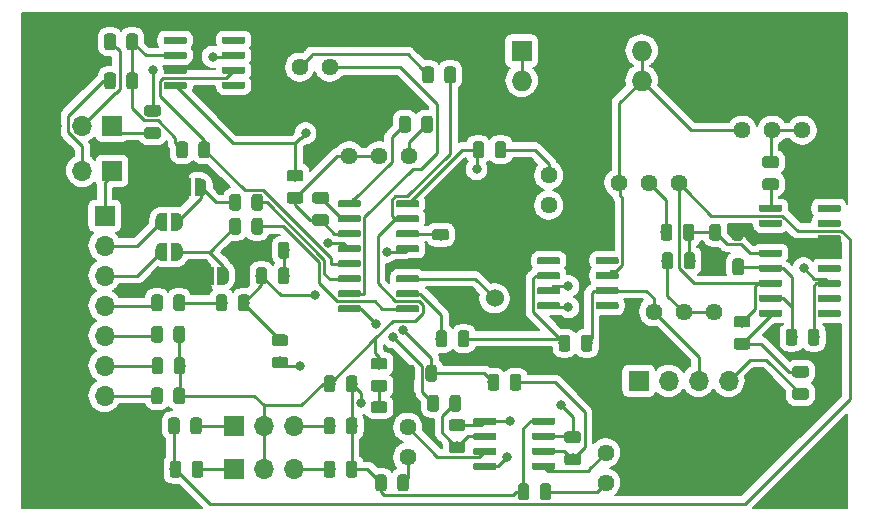
<source format=gbr>
G04 #@! TF.GenerationSoftware,KiCad,Pcbnew,(5.1.2-1)-1*
G04 #@! TF.CreationDate,2019-07-22T14:26:25-07:00*
G04 #@! TF.ProjectId,AS3340_VCO,41533333-3430-45f5-9643-4f2e6b696361,rev?*
G04 #@! TF.SameCoordinates,Original*
G04 #@! TF.FileFunction,Copper,L1,Top*
G04 #@! TF.FilePolarity,Positive*
%FSLAX46Y46*%
G04 Gerber Fmt 4.6, Leading zero omitted, Abs format (unit mm)*
G04 Created by KiCad (PCBNEW (5.1.2-1)-1) date 2019-07-22 14:26:25*
%MOMM*%
%LPD*%
G04 APERTURE LIST*
%ADD10O,1.727200X1.727200*%
%ADD11R,1.727200X1.727200*%
%ADD12C,1.524000*%
%ADD13C,0.150000*%
%ADD14C,0.975000*%
%ADD15C,0.600000*%
%ADD16O,1.700000X1.700000*%
%ADD17R,1.700000X1.700000*%
%ADD18C,0.500000*%
%ADD19C,1.440000*%
%ADD20C,3.500000*%
%ADD21C,0.800000*%
%ADD22C,0.250000*%
%ADD23C,0.200000*%
G04 APERTURE END LIST*
D10*
X103886000Y-69850000D03*
X103886000Y-67310000D03*
X101346000Y-69850000D03*
X101346000Y-67310000D03*
X98806000Y-69850000D03*
X98806000Y-67310000D03*
X96266000Y-69850000D03*
X96266000Y-67310000D03*
X93726000Y-69850000D03*
D11*
X93726000Y-67310000D03*
D12*
X91440000Y-79565000D03*
X91440000Y-88265000D03*
D13*
G36*
X82141142Y-97001174D02*
G01*
X82164803Y-97004684D01*
X82188007Y-97010496D01*
X82210529Y-97018554D01*
X82232153Y-97028782D01*
X82252670Y-97041079D01*
X82271883Y-97055329D01*
X82289607Y-97071393D01*
X82305671Y-97089117D01*
X82319921Y-97108330D01*
X82332218Y-97128847D01*
X82342446Y-97150471D01*
X82350504Y-97172993D01*
X82356316Y-97196197D01*
X82359826Y-97219858D01*
X82361000Y-97243750D01*
X82361000Y-97731250D01*
X82359826Y-97755142D01*
X82356316Y-97778803D01*
X82350504Y-97802007D01*
X82342446Y-97824529D01*
X82332218Y-97846153D01*
X82319921Y-97866670D01*
X82305671Y-97885883D01*
X82289607Y-97903607D01*
X82271883Y-97919671D01*
X82252670Y-97933921D01*
X82232153Y-97946218D01*
X82210529Y-97956446D01*
X82188007Y-97964504D01*
X82164803Y-97970316D01*
X82141142Y-97973826D01*
X82117250Y-97975000D01*
X81204750Y-97975000D01*
X81180858Y-97973826D01*
X81157197Y-97970316D01*
X81133993Y-97964504D01*
X81111471Y-97956446D01*
X81089847Y-97946218D01*
X81069330Y-97933921D01*
X81050117Y-97919671D01*
X81032393Y-97903607D01*
X81016329Y-97885883D01*
X81002079Y-97866670D01*
X80989782Y-97846153D01*
X80979554Y-97824529D01*
X80971496Y-97802007D01*
X80965684Y-97778803D01*
X80962174Y-97755142D01*
X80961000Y-97731250D01*
X80961000Y-97243750D01*
X80962174Y-97219858D01*
X80965684Y-97196197D01*
X80971496Y-97172993D01*
X80979554Y-97150471D01*
X80989782Y-97128847D01*
X81002079Y-97108330D01*
X81016329Y-97089117D01*
X81032393Y-97071393D01*
X81050117Y-97055329D01*
X81069330Y-97041079D01*
X81089847Y-97028782D01*
X81111471Y-97018554D01*
X81133993Y-97010496D01*
X81157197Y-97004684D01*
X81180858Y-97001174D01*
X81204750Y-97000000D01*
X82117250Y-97000000D01*
X82141142Y-97001174D01*
X82141142Y-97001174D01*
G37*
D14*
X81661000Y-97487500D03*
D13*
G36*
X82141142Y-98876174D02*
G01*
X82164803Y-98879684D01*
X82188007Y-98885496D01*
X82210529Y-98893554D01*
X82232153Y-98903782D01*
X82252670Y-98916079D01*
X82271883Y-98930329D01*
X82289607Y-98946393D01*
X82305671Y-98964117D01*
X82319921Y-98983330D01*
X82332218Y-99003847D01*
X82342446Y-99025471D01*
X82350504Y-99047993D01*
X82356316Y-99071197D01*
X82359826Y-99094858D01*
X82361000Y-99118750D01*
X82361000Y-99606250D01*
X82359826Y-99630142D01*
X82356316Y-99653803D01*
X82350504Y-99677007D01*
X82342446Y-99699529D01*
X82332218Y-99721153D01*
X82319921Y-99741670D01*
X82305671Y-99760883D01*
X82289607Y-99778607D01*
X82271883Y-99794671D01*
X82252670Y-99808921D01*
X82232153Y-99821218D01*
X82210529Y-99831446D01*
X82188007Y-99839504D01*
X82164803Y-99845316D01*
X82141142Y-99848826D01*
X82117250Y-99850000D01*
X81204750Y-99850000D01*
X81180858Y-99848826D01*
X81157197Y-99845316D01*
X81133993Y-99839504D01*
X81111471Y-99831446D01*
X81089847Y-99821218D01*
X81069330Y-99808921D01*
X81050117Y-99794671D01*
X81032393Y-99778607D01*
X81016329Y-99760883D01*
X81002079Y-99741670D01*
X80989782Y-99721153D01*
X80979554Y-99699529D01*
X80971496Y-99677007D01*
X80965684Y-99653803D01*
X80962174Y-99630142D01*
X80961000Y-99606250D01*
X80961000Y-99118750D01*
X80962174Y-99094858D01*
X80965684Y-99071197D01*
X80971496Y-99047993D01*
X80979554Y-99025471D01*
X80989782Y-99003847D01*
X81002079Y-98983330D01*
X81016329Y-98964117D01*
X81032393Y-98946393D01*
X81050117Y-98930329D01*
X81069330Y-98916079D01*
X81089847Y-98903782D01*
X81111471Y-98893554D01*
X81133993Y-98885496D01*
X81157197Y-98879684D01*
X81180858Y-98876174D01*
X81204750Y-98875000D01*
X82117250Y-98875000D01*
X82141142Y-98876174D01*
X82141142Y-98876174D01*
G37*
D14*
X81661000Y-99362500D03*
D13*
G36*
X69736642Y-81470174D02*
G01*
X69760303Y-81473684D01*
X69783507Y-81479496D01*
X69806029Y-81487554D01*
X69827653Y-81497782D01*
X69848170Y-81510079D01*
X69867383Y-81524329D01*
X69885107Y-81540393D01*
X69901171Y-81558117D01*
X69915421Y-81577330D01*
X69927718Y-81597847D01*
X69937946Y-81619471D01*
X69946004Y-81641993D01*
X69951816Y-81665197D01*
X69955326Y-81688858D01*
X69956500Y-81712750D01*
X69956500Y-82625250D01*
X69955326Y-82649142D01*
X69951816Y-82672803D01*
X69946004Y-82696007D01*
X69937946Y-82718529D01*
X69927718Y-82740153D01*
X69915421Y-82760670D01*
X69901171Y-82779883D01*
X69885107Y-82797607D01*
X69867383Y-82813671D01*
X69848170Y-82827921D01*
X69827653Y-82840218D01*
X69806029Y-82850446D01*
X69783507Y-82858504D01*
X69760303Y-82864316D01*
X69736642Y-82867826D01*
X69712750Y-82869000D01*
X69225250Y-82869000D01*
X69201358Y-82867826D01*
X69177697Y-82864316D01*
X69154493Y-82858504D01*
X69131971Y-82850446D01*
X69110347Y-82840218D01*
X69089830Y-82827921D01*
X69070617Y-82813671D01*
X69052893Y-82797607D01*
X69036829Y-82779883D01*
X69022579Y-82760670D01*
X69010282Y-82740153D01*
X69000054Y-82718529D01*
X68991996Y-82696007D01*
X68986184Y-82672803D01*
X68982674Y-82649142D01*
X68981500Y-82625250D01*
X68981500Y-81712750D01*
X68982674Y-81688858D01*
X68986184Y-81665197D01*
X68991996Y-81641993D01*
X69000054Y-81619471D01*
X69010282Y-81597847D01*
X69022579Y-81577330D01*
X69036829Y-81558117D01*
X69052893Y-81540393D01*
X69070617Y-81524329D01*
X69089830Y-81510079D01*
X69110347Y-81497782D01*
X69131971Y-81487554D01*
X69154493Y-81479496D01*
X69177697Y-81473684D01*
X69201358Y-81470174D01*
X69225250Y-81469000D01*
X69712750Y-81469000D01*
X69736642Y-81470174D01*
X69736642Y-81470174D01*
G37*
D14*
X69469000Y-82169000D03*
D13*
G36*
X71611642Y-81470174D02*
G01*
X71635303Y-81473684D01*
X71658507Y-81479496D01*
X71681029Y-81487554D01*
X71702653Y-81497782D01*
X71723170Y-81510079D01*
X71742383Y-81524329D01*
X71760107Y-81540393D01*
X71776171Y-81558117D01*
X71790421Y-81577330D01*
X71802718Y-81597847D01*
X71812946Y-81619471D01*
X71821004Y-81641993D01*
X71826816Y-81665197D01*
X71830326Y-81688858D01*
X71831500Y-81712750D01*
X71831500Y-82625250D01*
X71830326Y-82649142D01*
X71826816Y-82672803D01*
X71821004Y-82696007D01*
X71812946Y-82718529D01*
X71802718Y-82740153D01*
X71790421Y-82760670D01*
X71776171Y-82779883D01*
X71760107Y-82797607D01*
X71742383Y-82813671D01*
X71723170Y-82827921D01*
X71702653Y-82840218D01*
X71681029Y-82850446D01*
X71658507Y-82858504D01*
X71635303Y-82864316D01*
X71611642Y-82867826D01*
X71587750Y-82869000D01*
X71100250Y-82869000D01*
X71076358Y-82867826D01*
X71052697Y-82864316D01*
X71029493Y-82858504D01*
X71006971Y-82850446D01*
X70985347Y-82840218D01*
X70964830Y-82827921D01*
X70945617Y-82813671D01*
X70927893Y-82797607D01*
X70911829Y-82779883D01*
X70897579Y-82760670D01*
X70885282Y-82740153D01*
X70875054Y-82718529D01*
X70866996Y-82696007D01*
X70861184Y-82672803D01*
X70857674Y-82649142D01*
X70856500Y-82625250D01*
X70856500Y-81712750D01*
X70857674Y-81688858D01*
X70861184Y-81665197D01*
X70866996Y-81641993D01*
X70875054Y-81619471D01*
X70885282Y-81597847D01*
X70897579Y-81577330D01*
X70911829Y-81558117D01*
X70927893Y-81540393D01*
X70945617Y-81524329D01*
X70964830Y-81510079D01*
X70985347Y-81497782D01*
X71006971Y-81487554D01*
X71029493Y-81479496D01*
X71052697Y-81473684D01*
X71076358Y-81470174D01*
X71100250Y-81469000D01*
X71587750Y-81469000D01*
X71611642Y-81470174D01*
X71611642Y-81470174D01*
G37*
D14*
X71344000Y-82169000D03*
D13*
G36*
X69736642Y-79438174D02*
G01*
X69760303Y-79441684D01*
X69783507Y-79447496D01*
X69806029Y-79455554D01*
X69827653Y-79465782D01*
X69848170Y-79478079D01*
X69867383Y-79492329D01*
X69885107Y-79508393D01*
X69901171Y-79526117D01*
X69915421Y-79545330D01*
X69927718Y-79565847D01*
X69937946Y-79587471D01*
X69946004Y-79609993D01*
X69951816Y-79633197D01*
X69955326Y-79656858D01*
X69956500Y-79680750D01*
X69956500Y-80593250D01*
X69955326Y-80617142D01*
X69951816Y-80640803D01*
X69946004Y-80664007D01*
X69937946Y-80686529D01*
X69927718Y-80708153D01*
X69915421Y-80728670D01*
X69901171Y-80747883D01*
X69885107Y-80765607D01*
X69867383Y-80781671D01*
X69848170Y-80795921D01*
X69827653Y-80808218D01*
X69806029Y-80818446D01*
X69783507Y-80826504D01*
X69760303Y-80832316D01*
X69736642Y-80835826D01*
X69712750Y-80837000D01*
X69225250Y-80837000D01*
X69201358Y-80835826D01*
X69177697Y-80832316D01*
X69154493Y-80826504D01*
X69131971Y-80818446D01*
X69110347Y-80808218D01*
X69089830Y-80795921D01*
X69070617Y-80781671D01*
X69052893Y-80765607D01*
X69036829Y-80747883D01*
X69022579Y-80728670D01*
X69010282Y-80708153D01*
X69000054Y-80686529D01*
X68991996Y-80664007D01*
X68986184Y-80640803D01*
X68982674Y-80617142D01*
X68981500Y-80593250D01*
X68981500Y-79680750D01*
X68982674Y-79656858D01*
X68986184Y-79633197D01*
X68991996Y-79609993D01*
X69000054Y-79587471D01*
X69010282Y-79565847D01*
X69022579Y-79545330D01*
X69036829Y-79526117D01*
X69052893Y-79508393D01*
X69070617Y-79492329D01*
X69089830Y-79478079D01*
X69110347Y-79465782D01*
X69131971Y-79455554D01*
X69154493Y-79447496D01*
X69177697Y-79441684D01*
X69201358Y-79438174D01*
X69225250Y-79437000D01*
X69712750Y-79437000D01*
X69736642Y-79438174D01*
X69736642Y-79438174D01*
G37*
D14*
X69469000Y-80137000D03*
D13*
G36*
X71611642Y-79438174D02*
G01*
X71635303Y-79441684D01*
X71658507Y-79447496D01*
X71681029Y-79455554D01*
X71702653Y-79465782D01*
X71723170Y-79478079D01*
X71742383Y-79492329D01*
X71760107Y-79508393D01*
X71776171Y-79526117D01*
X71790421Y-79545330D01*
X71802718Y-79565847D01*
X71812946Y-79587471D01*
X71821004Y-79609993D01*
X71826816Y-79633197D01*
X71830326Y-79656858D01*
X71831500Y-79680750D01*
X71831500Y-80593250D01*
X71830326Y-80617142D01*
X71826816Y-80640803D01*
X71821004Y-80664007D01*
X71812946Y-80686529D01*
X71802718Y-80708153D01*
X71790421Y-80728670D01*
X71776171Y-80747883D01*
X71760107Y-80765607D01*
X71742383Y-80781671D01*
X71723170Y-80795921D01*
X71702653Y-80808218D01*
X71681029Y-80818446D01*
X71658507Y-80826504D01*
X71635303Y-80832316D01*
X71611642Y-80835826D01*
X71587750Y-80837000D01*
X71100250Y-80837000D01*
X71076358Y-80835826D01*
X71052697Y-80832316D01*
X71029493Y-80826504D01*
X71006971Y-80818446D01*
X70985347Y-80808218D01*
X70964830Y-80795921D01*
X70945617Y-80781671D01*
X70927893Y-80765607D01*
X70911829Y-80747883D01*
X70897579Y-80728670D01*
X70885282Y-80708153D01*
X70875054Y-80686529D01*
X70866996Y-80664007D01*
X70861184Y-80640803D01*
X70857674Y-80617142D01*
X70856500Y-80593250D01*
X70856500Y-79680750D01*
X70857674Y-79656858D01*
X70861184Y-79633197D01*
X70866996Y-79609993D01*
X70875054Y-79587471D01*
X70885282Y-79565847D01*
X70897579Y-79545330D01*
X70911829Y-79526117D01*
X70927893Y-79508393D01*
X70945617Y-79492329D01*
X70964830Y-79478079D01*
X70985347Y-79465782D01*
X71006971Y-79455554D01*
X71029493Y-79447496D01*
X71052697Y-79441684D01*
X71076358Y-79438174D01*
X71100250Y-79437000D01*
X71587750Y-79437000D01*
X71611642Y-79438174D01*
X71611642Y-79438174D01*
G37*
D14*
X71344000Y-80137000D03*
D13*
G36*
X63132642Y-87947174D02*
G01*
X63156303Y-87950684D01*
X63179507Y-87956496D01*
X63202029Y-87964554D01*
X63223653Y-87974782D01*
X63244170Y-87987079D01*
X63263383Y-88001329D01*
X63281107Y-88017393D01*
X63297171Y-88035117D01*
X63311421Y-88054330D01*
X63323718Y-88074847D01*
X63333946Y-88096471D01*
X63342004Y-88118993D01*
X63347816Y-88142197D01*
X63351326Y-88165858D01*
X63352500Y-88189750D01*
X63352500Y-89102250D01*
X63351326Y-89126142D01*
X63347816Y-89149803D01*
X63342004Y-89173007D01*
X63333946Y-89195529D01*
X63323718Y-89217153D01*
X63311421Y-89237670D01*
X63297171Y-89256883D01*
X63281107Y-89274607D01*
X63263383Y-89290671D01*
X63244170Y-89304921D01*
X63223653Y-89317218D01*
X63202029Y-89327446D01*
X63179507Y-89335504D01*
X63156303Y-89341316D01*
X63132642Y-89344826D01*
X63108750Y-89346000D01*
X62621250Y-89346000D01*
X62597358Y-89344826D01*
X62573697Y-89341316D01*
X62550493Y-89335504D01*
X62527971Y-89327446D01*
X62506347Y-89317218D01*
X62485830Y-89304921D01*
X62466617Y-89290671D01*
X62448893Y-89274607D01*
X62432829Y-89256883D01*
X62418579Y-89237670D01*
X62406282Y-89217153D01*
X62396054Y-89195529D01*
X62387996Y-89173007D01*
X62382184Y-89149803D01*
X62378674Y-89126142D01*
X62377500Y-89102250D01*
X62377500Y-88189750D01*
X62378674Y-88165858D01*
X62382184Y-88142197D01*
X62387996Y-88118993D01*
X62396054Y-88096471D01*
X62406282Y-88074847D01*
X62418579Y-88054330D01*
X62432829Y-88035117D01*
X62448893Y-88017393D01*
X62466617Y-88001329D01*
X62485830Y-87987079D01*
X62506347Y-87974782D01*
X62527971Y-87964554D01*
X62550493Y-87956496D01*
X62573697Y-87950684D01*
X62597358Y-87947174D01*
X62621250Y-87946000D01*
X63108750Y-87946000D01*
X63132642Y-87947174D01*
X63132642Y-87947174D01*
G37*
D14*
X62865000Y-88646000D03*
D13*
G36*
X65007642Y-87947174D02*
G01*
X65031303Y-87950684D01*
X65054507Y-87956496D01*
X65077029Y-87964554D01*
X65098653Y-87974782D01*
X65119170Y-87987079D01*
X65138383Y-88001329D01*
X65156107Y-88017393D01*
X65172171Y-88035117D01*
X65186421Y-88054330D01*
X65198718Y-88074847D01*
X65208946Y-88096471D01*
X65217004Y-88118993D01*
X65222816Y-88142197D01*
X65226326Y-88165858D01*
X65227500Y-88189750D01*
X65227500Y-89102250D01*
X65226326Y-89126142D01*
X65222816Y-89149803D01*
X65217004Y-89173007D01*
X65208946Y-89195529D01*
X65198718Y-89217153D01*
X65186421Y-89237670D01*
X65172171Y-89256883D01*
X65156107Y-89274607D01*
X65138383Y-89290671D01*
X65119170Y-89304921D01*
X65098653Y-89317218D01*
X65077029Y-89327446D01*
X65054507Y-89335504D01*
X65031303Y-89341316D01*
X65007642Y-89344826D01*
X64983750Y-89346000D01*
X64496250Y-89346000D01*
X64472358Y-89344826D01*
X64448697Y-89341316D01*
X64425493Y-89335504D01*
X64402971Y-89327446D01*
X64381347Y-89317218D01*
X64360830Y-89304921D01*
X64341617Y-89290671D01*
X64323893Y-89274607D01*
X64307829Y-89256883D01*
X64293579Y-89237670D01*
X64281282Y-89217153D01*
X64271054Y-89195529D01*
X64262996Y-89173007D01*
X64257184Y-89149803D01*
X64253674Y-89126142D01*
X64252500Y-89102250D01*
X64252500Y-88189750D01*
X64253674Y-88165858D01*
X64257184Y-88142197D01*
X64262996Y-88118993D01*
X64271054Y-88096471D01*
X64281282Y-88074847D01*
X64293579Y-88054330D01*
X64307829Y-88035117D01*
X64323893Y-88017393D01*
X64341617Y-88001329D01*
X64360830Y-87987079D01*
X64381347Y-87974782D01*
X64402971Y-87964554D01*
X64425493Y-87956496D01*
X64448697Y-87950684D01*
X64472358Y-87947174D01*
X64496250Y-87946000D01*
X64983750Y-87946000D01*
X65007642Y-87947174D01*
X65007642Y-87947174D01*
G37*
D14*
X64740000Y-88646000D03*
D13*
G36*
X73849142Y-83502174D02*
G01*
X73872803Y-83505684D01*
X73896007Y-83511496D01*
X73918529Y-83519554D01*
X73940153Y-83529782D01*
X73960670Y-83542079D01*
X73979883Y-83556329D01*
X73997607Y-83572393D01*
X74013671Y-83590117D01*
X74027921Y-83609330D01*
X74040218Y-83629847D01*
X74050446Y-83651471D01*
X74058504Y-83673993D01*
X74064316Y-83697197D01*
X74067826Y-83720858D01*
X74069000Y-83744750D01*
X74069000Y-84657250D01*
X74067826Y-84681142D01*
X74064316Y-84704803D01*
X74058504Y-84728007D01*
X74050446Y-84750529D01*
X74040218Y-84772153D01*
X74027921Y-84792670D01*
X74013671Y-84811883D01*
X73997607Y-84829607D01*
X73979883Y-84845671D01*
X73960670Y-84859921D01*
X73940153Y-84872218D01*
X73918529Y-84882446D01*
X73896007Y-84890504D01*
X73872803Y-84896316D01*
X73849142Y-84899826D01*
X73825250Y-84901000D01*
X73337750Y-84901000D01*
X73313858Y-84899826D01*
X73290197Y-84896316D01*
X73266993Y-84890504D01*
X73244471Y-84882446D01*
X73222847Y-84872218D01*
X73202330Y-84859921D01*
X73183117Y-84845671D01*
X73165393Y-84829607D01*
X73149329Y-84811883D01*
X73135079Y-84792670D01*
X73122782Y-84772153D01*
X73112554Y-84750529D01*
X73104496Y-84728007D01*
X73098684Y-84704803D01*
X73095174Y-84681142D01*
X73094000Y-84657250D01*
X73094000Y-83744750D01*
X73095174Y-83720858D01*
X73098684Y-83697197D01*
X73104496Y-83673993D01*
X73112554Y-83651471D01*
X73122782Y-83629847D01*
X73135079Y-83609330D01*
X73149329Y-83590117D01*
X73165393Y-83572393D01*
X73183117Y-83556329D01*
X73202330Y-83542079D01*
X73222847Y-83529782D01*
X73244471Y-83519554D01*
X73266993Y-83511496D01*
X73290197Y-83505684D01*
X73313858Y-83502174D01*
X73337750Y-83501000D01*
X73825250Y-83501000D01*
X73849142Y-83502174D01*
X73849142Y-83502174D01*
G37*
D14*
X73581500Y-84201000D03*
D13*
G36*
X71974142Y-83502174D02*
G01*
X71997803Y-83505684D01*
X72021007Y-83511496D01*
X72043529Y-83519554D01*
X72065153Y-83529782D01*
X72085670Y-83542079D01*
X72104883Y-83556329D01*
X72122607Y-83572393D01*
X72138671Y-83590117D01*
X72152921Y-83609330D01*
X72165218Y-83629847D01*
X72175446Y-83651471D01*
X72183504Y-83673993D01*
X72189316Y-83697197D01*
X72192826Y-83720858D01*
X72194000Y-83744750D01*
X72194000Y-84657250D01*
X72192826Y-84681142D01*
X72189316Y-84704803D01*
X72183504Y-84728007D01*
X72175446Y-84750529D01*
X72165218Y-84772153D01*
X72152921Y-84792670D01*
X72138671Y-84811883D01*
X72122607Y-84829607D01*
X72104883Y-84845671D01*
X72085670Y-84859921D01*
X72065153Y-84872218D01*
X72043529Y-84882446D01*
X72021007Y-84890504D01*
X71997803Y-84896316D01*
X71974142Y-84899826D01*
X71950250Y-84901000D01*
X71462750Y-84901000D01*
X71438858Y-84899826D01*
X71415197Y-84896316D01*
X71391993Y-84890504D01*
X71369471Y-84882446D01*
X71347847Y-84872218D01*
X71327330Y-84859921D01*
X71308117Y-84845671D01*
X71290393Y-84829607D01*
X71274329Y-84811883D01*
X71260079Y-84792670D01*
X71247782Y-84772153D01*
X71237554Y-84750529D01*
X71229496Y-84728007D01*
X71223684Y-84704803D01*
X71220174Y-84681142D01*
X71219000Y-84657250D01*
X71219000Y-83744750D01*
X71220174Y-83720858D01*
X71223684Y-83697197D01*
X71229496Y-83673993D01*
X71237554Y-83651471D01*
X71247782Y-83629847D01*
X71260079Y-83609330D01*
X71274329Y-83590117D01*
X71290393Y-83572393D01*
X71308117Y-83556329D01*
X71327330Y-83542079D01*
X71347847Y-83529782D01*
X71369471Y-83519554D01*
X71391993Y-83511496D01*
X71415197Y-83505684D01*
X71438858Y-83502174D01*
X71462750Y-83501000D01*
X71950250Y-83501000D01*
X71974142Y-83502174D01*
X71974142Y-83502174D01*
G37*
D14*
X71706500Y-84201000D03*
D13*
G36*
X63132642Y-90614174D02*
G01*
X63156303Y-90617684D01*
X63179507Y-90623496D01*
X63202029Y-90631554D01*
X63223653Y-90641782D01*
X63244170Y-90654079D01*
X63263383Y-90668329D01*
X63281107Y-90684393D01*
X63297171Y-90702117D01*
X63311421Y-90721330D01*
X63323718Y-90741847D01*
X63333946Y-90763471D01*
X63342004Y-90785993D01*
X63347816Y-90809197D01*
X63351326Y-90832858D01*
X63352500Y-90856750D01*
X63352500Y-91769250D01*
X63351326Y-91793142D01*
X63347816Y-91816803D01*
X63342004Y-91840007D01*
X63333946Y-91862529D01*
X63323718Y-91884153D01*
X63311421Y-91904670D01*
X63297171Y-91923883D01*
X63281107Y-91941607D01*
X63263383Y-91957671D01*
X63244170Y-91971921D01*
X63223653Y-91984218D01*
X63202029Y-91994446D01*
X63179507Y-92002504D01*
X63156303Y-92008316D01*
X63132642Y-92011826D01*
X63108750Y-92013000D01*
X62621250Y-92013000D01*
X62597358Y-92011826D01*
X62573697Y-92008316D01*
X62550493Y-92002504D01*
X62527971Y-91994446D01*
X62506347Y-91984218D01*
X62485830Y-91971921D01*
X62466617Y-91957671D01*
X62448893Y-91941607D01*
X62432829Y-91923883D01*
X62418579Y-91904670D01*
X62406282Y-91884153D01*
X62396054Y-91862529D01*
X62387996Y-91840007D01*
X62382184Y-91816803D01*
X62378674Y-91793142D01*
X62377500Y-91769250D01*
X62377500Y-90856750D01*
X62378674Y-90832858D01*
X62382184Y-90809197D01*
X62387996Y-90785993D01*
X62396054Y-90763471D01*
X62406282Y-90741847D01*
X62418579Y-90721330D01*
X62432829Y-90702117D01*
X62448893Y-90684393D01*
X62466617Y-90668329D01*
X62485830Y-90654079D01*
X62506347Y-90641782D01*
X62527971Y-90631554D01*
X62550493Y-90623496D01*
X62573697Y-90617684D01*
X62597358Y-90614174D01*
X62621250Y-90613000D01*
X63108750Y-90613000D01*
X63132642Y-90614174D01*
X63132642Y-90614174D01*
G37*
D14*
X62865000Y-91313000D03*
D13*
G36*
X65007642Y-90614174D02*
G01*
X65031303Y-90617684D01*
X65054507Y-90623496D01*
X65077029Y-90631554D01*
X65098653Y-90641782D01*
X65119170Y-90654079D01*
X65138383Y-90668329D01*
X65156107Y-90684393D01*
X65172171Y-90702117D01*
X65186421Y-90721330D01*
X65198718Y-90741847D01*
X65208946Y-90763471D01*
X65217004Y-90785993D01*
X65222816Y-90809197D01*
X65226326Y-90832858D01*
X65227500Y-90856750D01*
X65227500Y-91769250D01*
X65226326Y-91793142D01*
X65222816Y-91816803D01*
X65217004Y-91840007D01*
X65208946Y-91862529D01*
X65198718Y-91884153D01*
X65186421Y-91904670D01*
X65172171Y-91923883D01*
X65156107Y-91941607D01*
X65138383Y-91957671D01*
X65119170Y-91971921D01*
X65098653Y-91984218D01*
X65077029Y-91994446D01*
X65054507Y-92002504D01*
X65031303Y-92008316D01*
X65007642Y-92011826D01*
X64983750Y-92013000D01*
X64496250Y-92013000D01*
X64472358Y-92011826D01*
X64448697Y-92008316D01*
X64425493Y-92002504D01*
X64402971Y-91994446D01*
X64381347Y-91984218D01*
X64360830Y-91971921D01*
X64341617Y-91957671D01*
X64323893Y-91941607D01*
X64307829Y-91923883D01*
X64293579Y-91904670D01*
X64281282Y-91884153D01*
X64271054Y-91862529D01*
X64262996Y-91840007D01*
X64257184Y-91816803D01*
X64253674Y-91793142D01*
X64252500Y-91769250D01*
X64252500Y-90856750D01*
X64253674Y-90832858D01*
X64257184Y-90809197D01*
X64262996Y-90785993D01*
X64271054Y-90763471D01*
X64281282Y-90741847D01*
X64293579Y-90721330D01*
X64307829Y-90702117D01*
X64323893Y-90684393D01*
X64341617Y-90668329D01*
X64360830Y-90654079D01*
X64381347Y-90641782D01*
X64402971Y-90631554D01*
X64425493Y-90623496D01*
X64448697Y-90617684D01*
X64472358Y-90614174D01*
X64496250Y-90613000D01*
X64983750Y-90613000D01*
X65007642Y-90614174D01*
X65007642Y-90614174D01*
G37*
D14*
X64740000Y-91313000D03*
D13*
G36*
X63162642Y-93281174D02*
G01*
X63186303Y-93284684D01*
X63209507Y-93290496D01*
X63232029Y-93298554D01*
X63253653Y-93308782D01*
X63274170Y-93321079D01*
X63293383Y-93335329D01*
X63311107Y-93351393D01*
X63327171Y-93369117D01*
X63341421Y-93388330D01*
X63353718Y-93408847D01*
X63363946Y-93430471D01*
X63372004Y-93452993D01*
X63377816Y-93476197D01*
X63381326Y-93499858D01*
X63382500Y-93523750D01*
X63382500Y-94436250D01*
X63381326Y-94460142D01*
X63377816Y-94483803D01*
X63372004Y-94507007D01*
X63363946Y-94529529D01*
X63353718Y-94551153D01*
X63341421Y-94571670D01*
X63327171Y-94590883D01*
X63311107Y-94608607D01*
X63293383Y-94624671D01*
X63274170Y-94638921D01*
X63253653Y-94651218D01*
X63232029Y-94661446D01*
X63209507Y-94669504D01*
X63186303Y-94675316D01*
X63162642Y-94678826D01*
X63138750Y-94680000D01*
X62651250Y-94680000D01*
X62627358Y-94678826D01*
X62603697Y-94675316D01*
X62580493Y-94669504D01*
X62557971Y-94661446D01*
X62536347Y-94651218D01*
X62515830Y-94638921D01*
X62496617Y-94624671D01*
X62478893Y-94608607D01*
X62462829Y-94590883D01*
X62448579Y-94571670D01*
X62436282Y-94551153D01*
X62426054Y-94529529D01*
X62417996Y-94507007D01*
X62412184Y-94483803D01*
X62408674Y-94460142D01*
X62407500Y-94436250D01*
X62407500Y-93523750D01*
X62408674Y-93499858D01*
X62412184Y-93476197D01*
X62417996Y-93452993D01*
X62426054Y-93430471D01*
X62436282Y-93408847D01*
X62448579Y-93388330D01*
X62462829Y-93369117D01*
X62478893Y-93351393D01*
X62496617Y-93335329D01*
X62515830Y-93321079D01*
X62536347Y-93308782D01*
X62557971Y-93298554D01*
X62580493Y-93290496D01*
X62603697Y-93284684D01*
X62627358Y-93281174D01*
X62651250Y-93280000D01*
X63138750Y-93280000D01*
X63162642Y-93281174D01*
X63162642Y-93281174D01*
G37*
D14*
X62895000Y-93980000D03*
D13*
G36*
X65037642Y-93281174D02*
G01*
X65061303Y-93284684D01*
X65084507Y-93290496D01*
X65107029Y-93298554D01*
X65128653Y-93308782D01*
X65149170Y-93321079D01*
X65168383Y-93335329D01*
X65186107Y-93351393D01*
X65202171Y-93369117D01*
X65216421Y-93388330D01*
X65228718Y-93408847D01*
X65238946Y-93430471D01*
X65247004Y-93452993D01*
X65252816Y-93476197D01*
X65256326Y-93499858D01*
X65257500Y-93523750D01*
X65257500Y-94436250D01*
X65256326Y-94460142D01*
X65252816Y-94483803D01*
X65247004Y-94507007D01*
X65238946Y-94529529D01*
X65228718Y-94551153D01*
X65216421Y-94571670D01*
X65202171Y-94590883D01*
X65186107Y-94608607D01*
X65168383Y-94624671D01*
X65149170Y-94638921D01*
X65128653Y-94651218D01*
X65107029Y-94661446D01*
X65084507Y-94669504D01*
X65061303Y-94675316D01*
X65037642Y-94678826D01*
X65013750Y-94680000D01*
X64526250Y-94680000D01*
X64502358Y-94678826D01*
X64478697Y-94675316D01*
X64455493Y-94669504D01*
X64432971Y-94661446D01*
X64411347Y-94651218D01*
X64390830Y-94638921D01*
X64371617Y-94624671D01*
X64353893Y-94608607D01*
X64337829Y-94590883D01*
X64323579Y-94571670D01*
X64311282Y-94551153D01*
X64301054Y-94529529D01*
X64292996Y-94507007D01*
X64287184Y-94483803D01*
X64283674Y-94460142D01*
X64282500Y-94436250D01*
X64282500Y-93523750D01*
X64283674Y-93499858D01*
X64287184Y-93476197D01*
X64292996Y-93452993D01*
X64301054Y-93430471D01*
X64311282Y-93408847D01*
X64323579Y-93388330D01*
X64337829Y-93369117D01*
X64353893Y-93351393D01*
X64371617Y-93335329D01*
X64390830Y-93321079D01*
X64411347Y-93308782D01*
X64432971Y-93298554D01*
X64455493Y-93290496D01*
X64478697Y-93284684D01*
X64502358Y-93281174D01*
X64526250Y-93280000D01*
X65013750Y-93280000D01*
X65037642Y-93281174D01*
X65037642Y-93281174D01*
G37*
D14*
X64770000Y-93980000D03*
D13*
G36*
X63132642Y-95821174D02*
G01*
X63156303Y-95824684D01*
X63179507Y-95830496D01*
X63202029Y-95838554D01*
X63223653Y-95848782D01*
X63244170Y-95861079D01*
X63263383Y-95875329D01*
X63281107Y-95891393D01*
X63297171Y-95909117D01*
X63311421Y-95928330D01*
X63323718Y-95948847D01*
X63333946Y-95970471D01*
X63342004Y-95992993D01*
X63347816Y-96016197D01*
X63351326Y-96039858D01*
X63352500Y-96063750D01*
X63352500Y-96976250D01*
X63351326Y-97000142D01*
X63347816Y-97023803D01*
X63342004Y-97047007D01*
X63333946Y-97069529D01*
X63323718Y-97091153D01*
X63311421Y-97111670D01*
X63297171Y-97130883D01*
X63281107Y-97148607D01*
X63263383Y-97164671D01*
X63244170Y-97178921D01*
X63223653Y-97191218D01*
X63202029Y-97201446D01*
X63179507Y-97209504D01*
X63156303Y-97215316D01*
X63132642Y-97218826D01*
X63108750Y-97220000D01*
X62621250Y-97220000D01*
X62597358Y-97218826D01*
X62573697Y-97215316D01*
X62550493Y-97209504D01*
X62527971Y-97201446D01*
X62506347Y-97191218D01*
X62485830Y-97178921D01*
X62466617Y-97164671D01*
X62448893Y-97148607D01*
X62432829Y-97130883D01*
X62418579Y-97111670D01*
X62406282Y-97091153D01*
X62396054Y-97069529D01*
X62387996Y-97047007D01*
X62382184Y-97023803D01*
X62378674Y-97000142D01*
X62377500Y-96976250D01*
X62377500Y-96063750D01*
X62378674Y-96039858D01*
X62382184Y-96016197D01*
X62387996Y-95992993D01*
X62396054Y-95970471D01*
X62406282Y-95948847D01*
X62418579Y-95928330D01*
X62432829Y-95909117D01*
X62448893Y-95891393D01*
X62466617Y-95875329D01*
X62485830Y-95861079D01*
X62506347Y-95848782D01*
X62527971Y-95838554D01*
X62550493Y-95830496D01*
X62573697Y-95824684D01*
X62597358Y-95821174D01*
X62621250Y-95820000D01*
X63108750Y-95820000D01*
X63132642Y-95821174D01*
X63132642Y-95821174D01*
G37*
D14*
X62865000Y-96520000D03*
D13*
G36*
X65007642Y-95821174D02*
G01*
X65031303Y-95824684D01*
X65054507Y-95830496D01*
X65077029Y-95838554D01*
X65098653Y-95848782D01*
X65119170Y-95861079D01*
X65138383Y-95875329D01*
X65156107Y-95891393D01*
X65172171Y-95909117D01*
X65186421Y-95928330D01*
X65198718Y-95948847D01*
X65208946Y-95970471D01*
X65217004Y-95992993D01*
X65222816Y-96016197D01*
X65226326Y-96039858D01*
X65227500Y-96063750D01*
X65227500Y-96976250D01*
X65226326Y-97000142D01*
X65222816Y-97023803D01*
X65217004Y-97047007D01*
X65208946Y-97069529D01*
X65198718Y-97091153D01*
X65186421Y-97111670D01*
X65172171Y-97130883D01*
X65156107Y-97148607D01*
X65138383Y-97164671D01*
X65119170Y-97178921D01*
X65098653Y-97191218D01*
X65077029Y-97201446D01*
X65054507Y-97209504D01*
X65031303Y-97215316D01*
X65007642Y-97218826D01*
X64983750Y-97220000D01*
X64496250Y-97220000D01*
X64472358Y-97218826D01*
X64448697Y-97215316D01*
X64425493Y-97209504D01*
X64402971Y-97201446D01*
X64381347Y-97191218D01*
X64360830Y-97178921D01*
X64341617Y-97164671D01*
X64323893Y-97148607D01*
X64307829Y-97130883D01*
X64293579Y-97111670D01*
X64281282Y-97091153D01*
X64271054Y-97069529D01*
X64262996Y-97047007D01*
X64257184Y-97023803D01*
X64253674Y-97000142D01*
X64252500Y-96976250D01*
X64252500Y-96063750D01*
X64253674Y-96039858D01*
X64257184Y-96016197D01*
X64262996Y-95992993D01*
X64271054Y-95970471D01*
X64281282Y-95948847D01*
X64293579Y-95928330D01*
X64307829Y-95909117D01*
X64323893Y-95891393D01*
X64341617Y-95875329D01*
X64360830Y-95861079D01*
X64381347Y-95848782D01*
X64402971Y-95838554D01*
X64425493Y-95830496D01*
X64448697Y-95824684D01*
X64472358Y-95821174D01*
X64496250Y-95820000D01*
X64983750Y-95820000D01*
X65007642Y-95821174D01*
X65007642Y-95821174D01*
G37*
D14*
X64740000Y-96520000D03*
D13*
G36*
X84117642Y-72834174D02*
G01*
X84141303Y-72837684D01*
X84164507Y-72843496D01*
X84187029Y-72851554D01*
X84208653Y-72861782D01*
X84229170Y-72874079D01*
X84248383Y-72888329D01*
X84266107Y-72904393D01*
X84282171Y-72922117D01*
X84296421Y-72941330D01*
X84308718Y-72961847D01*
X84318946Y-72983471D01*
X84327004Y-73005993D01*
X84332816Y-73029197D01*
X84336326Y-73052858D01*
X84337500Y-73076750D01*
X84337500Y-73989250D01*
X84336326Y-74013142D01*
X84332816Y-74036803D01*
X84327004Y-74060007D01*
X84318946Y-74082529D01*
X84308718Y-74104153D01*
X84296421Y-74124670D01*
X84282171Y-74143883D01*
X84266107Y-74161607D01*
X84248383Y-74177671D01*
X84229170Y-74191921D01*
X84208653Y-74204218D01*
X84187029Y-74214446D01*
X84164507Y-74222504D01*
X84141303Y-74228316D01*
X84117642Y-74231826D01*
X84093750Y-74233000D01*
X83606250Y-74233000D01*
X83582358Y-74231826D01*
X83558697Y-74228316D01*
X83535493Y-74222504D01*
X83512971Y-74214446D01*
X83491347Y-74204218D01*
X83470830Y-74191921D01*
X83451617Y-74177671D01*
X83433893Y-74161607D01*
X83417829Y-74143883D01*
X83403579Y-74124670D01*
X83391282Y-74104153D01*
X83381054Y-74082529D01*
X83372996Y-74060007D01*
X83367184Y-74036803D01*
X83363674Y-74013142D01*
X83362500Y-73989250D01*
X83362500Y-73076750D01*
X83363674Y-73052858D01*
X83367184Y-73029197D01*
X83372996Y-73005993D01*
X83381054Y-72983471D01*
X83391282Y-72961847D01*
X83403579Y-72941330D01*
X83417829Y-72922117D01*
X83433893Y-72904393D01*
X83451617Y-72888329D01*
X83470830Y-72874079D01*
X83491347Y-72861782D01*
X83512971Y-72851554D01*
X83535493Y-72843496D01*
X83558697Y-72837684D01*
X83582358Y-72834174D01*
X83606250Y-72833000D01*
X84093750Y-72833000D01*
X84117642Y-72834174D01*
X84117642Y-72834174D01*
G37*
D14*
X83850000Y-73533000D03*
D13*
G36*
X85992642Y-72834174D02*
G01*
X86016303Y-72837684D01*
X86039507Y-72843496D01*
X86062029Y-72851554D01*
X86083653Y-72861782D01*
X86104170Y-72874079D01*
X86123383Y-72888329D01*
X86141107Y-72904393D01*
X86157171Y-72922117D01*
X86171421Y-72941330D01*
X86183718Y-72961847D01*
X86193946Y-72983471D01*
X86202004Y-73005993D01*
X86207816Y-73029197D01*
X86211326Y-73052858D01*
X86212500Y-73076750D01*
X86212500Y-73989250D01*
X86211326Y-74013142D01*
X86207816Y-74036803D01*
X86202004Y-74060007D01*
X86193946Y-74082529D01*
X86183718Y-74104153D01*
X86171421Y-74124670D01*
X86157171Y-74143883D01*
X86141107Y-74161607D01*
X86123383Y-74177671D01*
X86104170Y-74191921D01*
X86083653Y-74204218D01*
X86062029Y-74214446D01*
X86039507Y-74222504D01*
X86016303Y-74228316D01*
X85992642Y-74231826D01*
X85968750Y-74233000D01*
X85481250Y-74233000D01*
X85457358Y-74231826D01*
X85433697Y-74228316D01*
X85410493Y-74222504D01*
X85387971Y-74214446D01*
X85366347Y-74204218D01*
X85345830Y-74191921D01*
X85326617Y-74177671D01*
X85308893Y-74161607D01*
X85292829Y-74143883D01*
X85278579Y-74124670D01*
X85266282Y-74104153D01*
X85256054Y-74082529D01*
X85247996Y-74060007D01*
X85242184Y-74036803D01*
X85238674Y-74013142D01*
X85237500Y-73989250D01*
X85237500Y-73076750D01*
X85238674Y-73052858D01*
X85242184Y-73029197D01*
X85247996Y-73005993D01*
X85256054Y-72983471D01*
X85266282Y-72961847D01*
X85278579Y-72941330D01*
X85292829Y-72922117D01*
X85308893Y-72904393D01*
X85326617Y-72888329D01*
X85345830Y-72874079D01*
X85366347Y-72861782D01*
X85387971Y-72851554D01*
X85410493Y-72843496D01*
X85433697Y-72837684D01*
X85457358Y-72834174D01*
X85481250Y-72833000D01*
X85968750Y-72833000D01*
X85992642Y-72834174D01*
X85992642Y-72834174D01*
G37*
D14*
X85725000Y-73533000D03*
D13*
G36*
X77188142Y-79269674D02*
G01*
X77211803Y-79273184D01*
X77235007Y-79278996D01*
X77257529Y-79287054D01*
X77279153Y-79297282D01*
X77299670Y-79309579D01*
X77318883Y-79323829D01*
X77336607Y-79339893D01*
X77352671Y-79357617D01*
X77366921Y-79376830D01*
X77379218Y-79397347D01*
X77389446Y-79418971D01*
X77397504Y-79441493D01*
X77403316Y-79464697D01*
X77406826Y-79488358D01*
X77408000Y-79512250D01*
X77408000Y-79999750D01*
X77406826Y-80023642D01*
X77403316Y-80047303D01*
X77397504Y-80070507D01*
X77389446Y-80093029D01*
X77379218Y-80114653D01*
X77366921Y-80135170D01*
X77352671Y-80154383D01*
X77336607Y-80172107D01*
X77318883Y-80188171D01*
X77299670Y-80202421D01*
X77279153Y-80214718D01*
X77257529Y-80224946D01*
X77235007Y-80233004D01*
X77211803Y-80238816D01*
X77188142Y-80242326D01*
X77164250Y-80243500D01*
X76251750Y-80243500D01*
X76227858Y-80242326D01*
X76204197Y-80238816D01*
X76180993Y-80233004D01*
X76158471Y-80224946D01*
X76136847Y-80214718D01*
X76116330Y-80202421D01*
X76097117Y-80188171D01*
X76079393Y-80172107D01*
X76063329Y-80154383D01*
X76049079Y-80135170D01*
X76036782Y-80114653D01*
X76026554Y-80093029D01*
X76018496Y-80070507D01*
X76012684Y-80047303D01*
X76009174Y-80023642D01*
X76008000Y-79999750D01*
X76008000Y-79512250D01*
X76009174Y-79488358D01*
X76012684Y-79464697D01*
X76018496Y-79441493D01*
X76026554Y-79418971D01*
X76036782Y-79397347D01*
X76049079Y-79376830D01*
X76063329Y-79357617D01*
X76079393Y-79339893D01*
X76097117Y-79323829D01*
X76116330Y-79309579D01*
X76136847Y-79297282D01*
X76158471Y-79287054D01*
X76180993Y-79278996D01*
X76204197Y-79273184D01*
X76227858Y-79269674D01*
X76251750Y-79268500D01*
X77164250Y-79268500D01*
X77188142Y-79269674D01*
X77188142Y-79269674D01*
G37*
D14*
X76708000Y-79756000D03*
D13*
G36*
X77188142Y-81144674D02*
G01*
X77211803Y-81148184D01*
X77235007Y-81153996D01*
X77257529Y-81162054D01*
X77279153Y-81172282D01*
X77299670Y-81184579D01*
X77318883Y-81198829D01*
X77336607Y-81214893D01*
X77352671Y-81232617D01*
X77366921Y-81251830D01*
X77379218Y-81272347D01*
X77389446Y-81293971D01*
X77397504Y-81316493D01*
X77403316Y-81339697D01*
X77406826Y-81363358D01*
X77408000Y-81387250D01*
X77408000Y-81874750D01*
X77406826Y-81898642D01*
X77403316Y-81922303D01*
X77397504Y-81945507D01*
X77389446Y-81968029D01*
X77379218Y-81989653D01*
X77366921Y-82010170D01*
X77352671Y-82029383D01*
X77336607Y-82047107D01*
X77318883Y-82063171D01*
X77299670Y-82077421D01*
X77279153Y-82089718D01*
X77257529Y-82099946D01*
X77235007Y-82108004D01*
X77211803Y-82113816D01*
X77188142Y-82117326D01*
X77164250Y-82118500D01*
X76251750Y-82118500D01*
X76227858Y-82117326D01*
X76204197Y-82113816D01*
X76180993Y-82108004D01*
X76158471Y-82099946D01*
X76136847Y-82089718D01*
X76116330Y-82077421D01*
X76097117Y-82063171D01*
X76079393Y-82047107D01*
X76063329Y-82029383D01*
X76049079Y-82010170D01*
X76036782Y-81989653D01*
X76026554Y-81968029D01*
X76018496Y-81945507D01*
X76012684Y-81922303D01*
X76009174Y-81898642D01*
X76008000Y-81874750D01*
X76008000Y-81387250D01*
X76009174Y-81363358D01*
X76012684Y-81339697D01*
X76018496Y-81316493D01*
X76026554Y-81293971D01*
X76036782Y-81272347D01*
X76049079Y-81251830D01*
X76063329Y-81232617D01*
X76079393Y-81214893D01*
X76097117Y-81198829D01*
X76116330Y-81184579D01*
X76136847Y-81172282D01*
X76158471Y-81162054D01*
X76180993Y-81153996D01*
X76204197Y-81148184D01*
X76227858Y-81144674D01*
X76251750Y-81143500D01*
X77164250Y-81143500D01*
X77188142Y-81144674D01*
X77188142Y-81144674D01*
G37*
D14*
X76708000Y-81631000D03*
D13*
G36*
X87348142Y-82396174D02*
G01*
X87371803Y-82399684D01*
X87395007Y-82405496D01*
X87417529Y-82413554D01*
X87439153Y-82423782D01*
X87459670Y-82436079D01*
X87478883Y-82450329D01*
X87496607Y-82466393D01*
X87512671Y-82484117D01*
X87526921Y-82503330D01*
X87539218Y-82523847D01*
X87549446Y-82545471D01*
X87557504Y-82567993D01*
X87563316Y-82591197D01*
X87566826Y-82614858D01*
X87568000Y-82638750D01*
X87568000Y-83126250D01*
X87566826Y-83150142D01*
X87563316Y-83173803D01*
X87557504Y-83197007D01*
X87549446Y-83219529D01*
X87539218Y-83241153D01*
X87526921Y-83261670D01*
X87512671Y-83280883D01*
X87496607Y-83298607D01*
X87478883Y-83314671D01*
X87459670Y-83328921D01*
X87439153Y-83341218D01*
X87417529Y-83351446D01*
X87395007Y-83359504D01*
X87371803Y-83365316D01*
X87348142Y-83368826D01*
X87324250Y-83370000D01*
X86411750Y-83370000D01*
X86387858Y-83368826D01*
X86364197Y-83365316D01*
X86340993Y-83359504D01*
X86318471Y-83351446D01*
X86296847Y-83341218D01*
X86276330Y-83328921D01*
X86257117Y-83314671D01*
X86239393Y-83298607D01*
X86223329Y-83280883D01*
X86209079Y-83261670D01*
X86196782Y-83241153D01*
X86186554Y-83219529D01*
X86178496Y-83197007D01*
X86172684Y-83173803D01*
X86169174Y-83150142D01*
X86168000Y-83126250D01*
X86168000Y-82638750D01*
X86169174Y-82614858D01*
X86172684Y-82591197D01*
X86178496Y-82567993D01*
X86186554Y-82545471D01*
X86196782Y-82523847D01*
X86209079Y-82503330D01*
X86223329Y-82484117D01*
X86239393Y-82466393D01*
X86257117Y-82450329D01*
X86276330Y-82436079D01*
X86296847Y-82423782D01*
X86318471Y-82413554D01*
X86340993Y-82405496D01*
X86364197Y-82399684D01*
X86387858Y-82396174D01*
X86411750Y-82395000D01*
X87324250Y-82395000D01*
X87348142Y-82396174D01*
X87348142Y-82396174D01*
G37*
D14*
X86868000Y-82882500D03*
D13*
G36*
X87348142Y-84271174D02*
G01*
X87371803Y-84274684D01*
X87395007Y-84280496D01*
X87417529Y-84288554D01*
X87439153Y-84298782D01*
X87459670Y-84311079D01*
X87478883Y-84325329D01*
X87496607Y-84341393D01*
X87512671Y-84359117D01*
X87526921Y-84378330D01*
X87539218Y-84398847D01*
X87549446Y-84420471D01*
X87557504Y-84442993D01*
X87563316Y-84466197D01*
X87566826Y-84489858D01*
X87568000Y-84513750D01*
X87568000Y-85001250D01*
X87566826Y-85025142D01*
X87563316Y-85048803D01*
X87557504Y-85072007D01*
X87549446Y-85094529D01*
X87539218Y-85116153D01*
X87526921Y-85136670D01*
X87512671Y-85155883D01*
X87496607Y-85173607D01*
X87478883Y-85189671D01*
X87459670Y-85203921D01*
X87439153Y-85216218D01*
X87417529Y-85226446D01*
X87395007Y-85234504D01*
X87371803Y-85240316D01*
X87348142Y-85243826D01*
X87324250Y-85245000D01*
X86411750Y-85245000D01*
X86387858Y-85243826D01*
X86364197Y-85240316D01*
X86340993Y-85234504D01*
X86318471Y-85226446D01*
X86296847Y-85216218D01*
X86276330Y-85203921D01*
X86257117Y-85189671D01*
X86239393Y-85173607D01*
X86223329Y-85155883D01*
X86209079Y-85136670D01*
X86196782Y-85116153D01*
X86186554Y-85094529D01*
X86178496Y-85072007D01*
X86172684Y-85048803D01*
X86169174Y-85025142D01*
X86168000Y-85001250D01*
X86168000Y-84513750D01*
X86169174Y-84489858D01*
X86172684Y-84466197D01*
X86178496Y-84442993D01*
X86186554Y-84420471D01*
X86196782Y-84398847D01*
X86209079Y-84378330D01*
X86223329Y-84359117D01*
X86239393Y-84341393D01*
X86257117Y-84325329D01*
X86276330Y-84311079D01*
X86296847Y-84298782D01*
X86318471Y-84288554D01*
X86340993Y-84280496D01*
X86364197Y-84274684D01*
X86387858Y-84271174D01*
X86411750Y-84270000D01*
X87324250Y-84270000D01*
X87348142Y-84271174D01*
X87348142Y-84271174D01*
G37*
D14*
X86868000Y-84757500D03*
D13*
G36*
X75029142Y-77394674D02*
G01*
X75052803Y-77398184D01*
X75076007Y-77403996D01*
X75098529Y-77412054D01*
X75120153Y-77422282D01*
X75140670Y-77434579D01*
X75159883Y-77448829D01*
X75177607Y-77464893D01*
X75193671Y-77482617D01*
X75207921Y-77501830D01*
X75220218Y-77522347D01*
X75230446Y-77543971D01*
X75238504Y-77566493D01*
X75244316Y-77589697D01*
X75247826Y-77613358D01*
X75249000Y-77637250D01*
X75249000Y-78124750D01*
X75247826Y-78148642D01*
X75244316Y-78172303D01*
X75238504Y-78195507D01*
X75230446Y-78218029D01*
X75220218Y-78239653D01*
X75207921Y-78260170D01*
X75193671Y-78279383D01*
X75177607Y-78297107D01*
X75159883Y-78313171D01*
X75140670Y-78327421D01*
X75120153Y-78339718D01*
X75098529Y-78349946D01*
X75076007Y-78358004D01*
X75052803Y-78363816D01*
X75029142Y-78367326D01*
X75005250Y-78368500D01*
X74092750Y-78368500D01*
X74068858Y-78367326D01*
X74045197Y-78363816D01*
X74021993Y-78358004D01*
X73999471Y-78349946D01*
X73977847Y-78339718D01*
X73957330Y-78327421D01*
X73938117Y-78313171D01*
X73920393Y-78297107D01*
X73904329Y-78279383D01*
X73890079Y-78260170D01*
X73877782Y-78239653D01*
X73867554Y-78218029D01*
X73859496Y-78195507D01*
X73853684Y-78172303D01*
X73850174Y-78148642D01*
X73849000Y-78124750D01*
X73849000Y-77637250D01*
X73850174Y-77613358D01*
X73853684Y-77589697D01*
X73859496Y-77566493D01*
X73867554Y-77543971D01*
X73877782Y-77522347D01*
X73890079Y-77501830D01*
X73904329Y-77482617D01*
X73920393Y-77464893D01*
X73938117Y-77448829D01*
X73957330Y-77434579D01*
X73977847Y-77422282D01*
X73999471Y-77412054D01*
X74021993Y-77403996D01*
X74045197Y-77398184D01*
X74068858Y-77394674D01*
X74092750Y-77393500D01*
X75005250Y-77393500D01*
X75029142Y-77394674D01*
X75029142Y-77394674D01*
G37*
D14*
X74549000Y-77881000D03*
D13*
G36*
X75029142Y-79269674D02*
G01*
X75052803Y-79273184D01*
X75076007Y-79278996D01*
X75098529Y-79287054D01*
X75120153Y-79297282D01*
X75140670Y-79309579D01*
X75159883Y-79323829D01*
X75177607Y-79339893D01*
X75193671Y-79357617D01*
X75207921Y-79376830D01*
X75220218Y-79397347D01*
X75230446Y-79418971D01*
X75238504Y-79441493D01*
X75244316Y-79464697D01*
X75247826Y-79488358D01*
X75249000Y-79512250D01*
X75249000Y-79999750D01*
X75247826Y-80023642D01*
X75244316Y-80047303D01*
X75238504Y-80070507D01*
X75230446Y-80093029D01*
X75220218Y-80114653D01*
X75207921Y-80135170D01*
X75193671Y-80154383D01*
X75177607Y-80172107D01*
X75159883Y-80188171D01*
X75140670Y-80202421D01*
X75120153Y-80214718D01*
X75098529Y-80224946D01*
X75076007Y-80233004D01*
X75052803Y-80238816D01*
X75029142Y-80242326D01*
X75005250Y-80243500D01*
X74092750Y-80243500D01*
X74068858Y-80242326D01*
X74045197Y-80238816D01*
X74021993Y-80233004D01*
X73999471Y-80224946D01*
X73977847Y-80214718D01*
X73957330Y-80202421D01*
X73938117Y-80188171D01*
X73920393Y-80172107D01*
X73904329Y-80154383D01*
X73890079Y-80135170D01*
X73877782Y-80114653D01*
X73867554Y-80093029D01*
X73859496Y-80070507D01*
X73853684Y-80047303D01*
X73850174Y-80023642D01*
X73849000Y-79999750D01*
X73849000Y-79512250D01*
X73850174Y-79488358D01*
X73853684Y-79464697D01*
X73859496Y-79441493D01*
X73867554Y-79418971D01*
X73877782Y-79397347D01*
X73890079Y-79376830D01*
X73904329Y-79357617D01*
X73920393Y-79339893D01*
X73938117Y-79323829D01*
X73957330Y-79309579D01*
X73977847Y-79297282D01*
X73999471Y-79287054D01*
X74021993Y-79278996D01*
X74045197Y-79273184D01*
X74068858Y-79269674D01*
X74092750Y-79268500D01*
X75005250Y-79268500D01*
X75029142Y-79269674D01*
X75029142Y-79269674D01*
G37*
D14*
X74549000Y-79756000D03*
D13*
G36*
X86343642Y-93916174D02*
G01*
X86367303Y-93919684D01*
X86390507Y-93925496D01*
X86413029Y-93933554D01*
X86434653Y-93943782D01*
X86455170Y-93956079D01*
X86474383Y-93970329D01*
X86492107Y-93986393D01*
X86508171Y-94004117D01*
X86522421Y-94023330D01*
X86534718Y-94043847D01*
X86544946Y-94065471D01*
X86553004Y-94087993D01*
X86558816Y-94111197D01*
X86562326Y-94134858D01*
X86563500Y-94158750D01*
X86563500Y-95071250D01*
X86562326Y-95095142D01*
X86558816Y-95118803D01*
X86553004Y-95142007D01*
X86544946Y-95164529D01*
X86534718Y-95186153D01*
X86522421Y-95206670D01*
X86508171Y-95225883D01*
X86492107Y-95243607D01*
X86474383Y-95259671D01*
X86455170Y-95273921D01*
X86434653Y-95286218D01*
X86413029Y-95296446D01*
X86390507Y-95304504D01*
X86367303Y-95310316D01*
X86343642Y-95313826D01*
X86319750Y-95315000D01*
X85832250Y-95315000D01*
X85808358Y-95313826D01*
X85784697Y-95310316D01*
X85761493Y-95304504D01*
X85738971Y-95296446D01*
X85717347Y-95286218D01*
X85696830Y-95273921D01*
X85677617Y-95259671D01*
X85659893Y-95243607D01*
X85643829Y-95225883D01*
X85629579Y-95206670D01*
X85617282Y-95186153D01*
X85607054Y-95164529D01*
X85598996Y-95142007D01*
X85593184Y-95118803D01*
X85589674Y-95095142D01*
X85588500Y-95071250D01*
X85588500Y-94158750D01*
X85589674Y-94134858D01*
X85593184Y-94111197D01*
X85598996Y-94087993D01*
X85607054Y-94065471D01*
X85617282Y-94043847D01*
X85629579Y-94023330D01*
X85643829Y-94004117D01*
X85659893Y-93986393D01*
X85677617Y-93970329D01*
X85696830Y-93956079D01*
X85717347Y-93943782D01*
X85738971Y-93933554D01*
X85761493Y-93925496D01*
X85784697Y-93919684D01*
X85808358Y-93916174D01*
X85832250Y-93915000D01*
X86319750Y-93915000D01*
X86343642Y-93916174D01*
X86343642Y-93916174D01*
G37*
D14*
X86076000Y-94615000D03*
D13*
G36*
X84468642Y-93916174D02*
G01*
X84492303Y-93919684D01*
X84515507Y-93925496D01*
X84538029Y-93933554D01*
X84559653Y-93943782D01*
X84580170Y-93956079D01*
X84599383Y-93970329D01*
X84617107Y-93986393D01*
X84633171Y-94004117D01*
X84647421Y-94023330D01*
X84659718Y-94043847D01*
X84669946Y-94065471D01*
X84678004Y-94087993D01*
X84683816Y-94111197D01*
X84687326Y-94134858D01*
X84688500Y-94158750D01*
X84688500Y-95071250D01*
X84687326Y-95095142D01*
X84683816Y-95118803D01*
X84678004Y-95142007D01*
X84669946Y-95164529D01*
X84659718Y-95186153D01*
X84647421Y-95206670D01*
X84633171Y-95225883D01*
X84617107Y-95243607D01*
X84599383Y-95259671D01*
X84580170Y-95273921D01*
X84559653Y-95286218D01*
X84538029Y-95296446D01*
X84515507Y-95304504D01*
X84492303Y-95310316D01*
X84468642Y-95313826D01*
X84444750Y-95315000D01*
X83957250Y-95315000D01*
X83933358Y-95313826D01*
X83909697Y-95310316D01*
X83886493Y-95304504D01*
X83863971Y-95296446D01*
X83842347Y-95286218D01*
X83821830Y-95273921D01*
X83802617Y-95259671D01*
X83784893Y-95243607D01*
X83768829Y-95225883D01*
X83754579Y-95206670D01*
X83742282Y-95186153D01*
X83732054Y-95164529D01*
X83723996Y-95142007D01*
X83718184Y-95118803D01*
X83714674Y-95095142D01*
X83713500Y-95071250D01*
X83713500Y-94158750D01*
X83714674Y-94134858D01*
X83718184Y-94111197D01*
X83723996Y-94087993D01*
X83732054Y-94065471D01*
X83742282Y-94043847D01*
X83754579Y-94023330D01*
X83768829Y-94004117D01*
X83784893Y-93986393D01*
X83802617Y-93970329D01*
X83821830Y-93956079D01*
X83842347Y-93943782D01*
X83863971Y-93933554D01*
X83886493Y-93925496D01*
X83909697Y-93919684D01*
X83933358Y-93916174D01*
X83957250Y-93915000D01*
X84444750Y-93915000D01*
X84468642Y-93916174D01*
X84468642Y-93916174D01*
G37*
D14*
X84201000Y-94615000D03*
D13*
G36*
X62964142Y-71903674D02*
G01*
X62987803Y-71907184D01*
X63011007Y-71912996D01*
X63033529Y-71921054D01*
X63055153Y-71931282D01*
X63075670Y-71943579D01*
X63094883Y-71957829D01*
X63112607Y-71973893D01*
X63128671Y-71991617D01*
X63142921Y-72010830D01*
X63155218Y-72031347D01*
X63165446Y-72052971D01*
X63173504Y-72075493D01*
X63179316Y-72098697D01*
X63182826Y-72122358D01*
X63184000Y-72146250D01*
X63184000Y-72633750D01*
X63182826Y-72657642D01*
X63179316Y-72681303D01*
X63173504Y-72704507D01*
X63165446Y-72727029D01*
X63155218Y-72748653D01*
X63142921Y-72769170D01*
X63128671Y-72788383D01*
X63112607Y-72806107D01*
X63094883Y-72822171D01*
X63075670Y-72836421D01*
X63055153Y-72848718D01*
X63033529Y-72858946D01*
X63011007Y-72867004D01*
X62987803Y-72872816D01*
X62964142Y-72876326D01*
X62940250Y-72877500D01*
X62027750Y-72877500D01*
X62003858Y-72876326D01*
X61980197Y-72872816D01*
X61956993Y-72867004D01*
X61934471Y-72858946D01*
X61912847Y-72848718D01*
X61892330Y-72836421D01*
X61873117Y-72822171D01*
X61855393Y-72806107D01*
X61839329Y-72788383D01*
X61825079Y-72769170D01*
X61812782Y-72748653D01*
X61802554Y-72727029D01*
X61794496Y-72704507D01*
X61788684Y-72681303D01*
X61785174Y-72657642D01*
X61784000Y-72633750D01*
X61784000Y-72146250D01*
X61785174Y-72122358D01*
X61788684Y-72098697D01*
X61794496Y-72075493D01*
X61802554Y-72052971D01*
X61812782Y-72031347D01*
X61825079Y-72010830D01*
X61839329Y-71991617D01*
X61855393Y-71973893D01*
X61873117Y-71957829D01*
X61892330Y-71943579D01*
X61912847Y-71931282D01*
X61934471Y-71921054D01*
X61956993Y-71912996D01*
X61980197Y-71907184D01*
X62003858Y-71903674D01*
X62027750Y-71902500D01*
X62940250Y-71902500D01*
X62964142Y-71903674D01*
X62964142Y-71903674D01*
G37*
D14*
X62484000Y-72390000D03*
D13*
G36*
X62964142Y-73778674D02*
G01*
X62987803Y-73782184D01*
X63011007Y-73787996D01*
X63033529Y-73796054D01*
X63055153Y-73806282D01*
X63075670Y-73818579D01*
X63094883Y-73832829D01*
X63112607Y-73848893D01*
X63128671Y-73866617D01*
X63142921Y-73885830D01*
X63155218Y-73906347D01*
X63165446Y-73927971D01*
X63173504Y-73950493D01*
X63179316Y-73973697D01*
X63182826Y-73997358D01*
X63184000Y-74021250D01*
X63184000Y-74508750D01*
X63182826Y-74532642D01*
X63179316Y-74556303D01*
X63173504Y-74579507D01*
X63165446Y-74602029D01*
X63155218Y-74623653D01*
X63142921Y-74644170D01*
X63128671Y-74663383D01*
X63112607Y-74681107D01*
X63094883Y-74697171D01*
X63075670Y-74711421D01*
X63055153Y-74723718D01*
X63033529Y-74733946D01*
X63011007Y-74742004D01*
X62987803Y-74747816D01*
X62964142Y-74751326D01*
X62940250Y-74752500D01*
X62027750Y-74752500D01*
X62003858Y-74751326D01*
X61980197Y-74747816D01*
X61956993Y-74742004D01*
X61934471Y-74733946D01*
X61912847Y-74723718D01*
X61892330Y-74711421D01*
X61873117Y-74697171D01*
X61855393Y-74681107D01*
X61839329Y-74663383D01*
X61825079Y-74644170D01*
X61812782Y-74623653D01*
X61802554Y-74602029D01*
X61794496Y-74579507D01*
X61788684Y-74556303D01*
X61785174Y-74532642D01*
X61784000Y-74508750D01*
X61784000Y-74021250D01*
X61785174Y-73997358D01*
X61788684Y-73973697D01*
X61794496Y-73950493D01*
X61802554Y-73927971D01*
X61812782Y-73906347D01*
X61825079Y-73885830D01*
X61839329Y-73866617D01*
X61855393Y-73848893D01*
X61873117Y-73832829D01*
X61892330Y-73818579D01*
X61912847Y-73806282D01*
X61934471Y-73796054D01*
X61956993Y-73787996D01*
X61980197Y-73782184D01*
X62003858Y-73778674D01*
X62027750Y-73777500D01*
X62940250Y-73777500D01*
X62964142Y-73778674D01*
X62964142Y-73778674D01*
G37*
D14*
X62484000Y-74265000D03*
D13*
G36*
X59147142Y-65849174D02*
G01*
X59170803Y-65852684D01*
X59194007Y-65858496D01*
X59216529Y-65866554D01*
X59238153Y-65876782D01*
X59258670Y-65889079D01*
X59277883Y-65903329D01*
X59295607Y-65919393D01*
X59311671Y-65937117D01*
X59325921Y-65956330D01*
X59338218Y-65976847D01*
X59348446Y-65998471D01*
X59356504Y-66020993D01*
X59362316Y-66044197D01*
X59365826Y-66067858D01*
X59367000Y-66091750D01*
X59367000Y-67004250D01*
X59365826Y-67028142D01*
X59362316Y-67051803D01*
X59356504Y-67075007D01*
X59348446Y-67097529D01*
X59338218Y-67119153D01*
X59325921Y-67139670D01*
X59311671Y-67158883D01*
X59295607Y-67176607D01*
X59277883Y-67192671D01*
X59258670Y-67206921D01*
X59238153Y-67219218D01*
X59216529Y-67229446D01*
X59194007Y-67237504D01*
X59170803Y-67243316D01*
X59147142Y-67246826D01*
X59123250Y-67248000D01*
X58635750Y-67248000D01*
X58611858Y-67246826D01*
X58588197Y-67243316D01*
X58564993Y-67237504D01*
X58542471Y-67229446D01*
X58520847Y-67219218D01*
X58500330Y-67206921D01*
X58481117Y-67192671D01*
X58463393Y-67176607D01*
X58447329Y-67158883D01*
X58433079Y-67139670D01*
X58420782Y-67119153D01*
X58410554Y-67097529D01*
X58402496Y-67075007D01*
X58396684Y-67051803D01*
X58393174Y-67028142D01*
X58392000Y-67004250D01*
X58392000Y-66091750D01*
X58393174Y-66067858D01*
X58396684Y-66044197D01*
X58402496Y-66020993D01*
X58410554Y-65998471D01*
X58420782Y-65976847D01*
X58433079Y-65956330D01*
X58447329Y-65937117D01*
X58463393Y-65919393D01*
X58481117Y-65903329D01*
X58500330Y-65889079D01*
X58520847Y-65876782D01*
X58542471Y-65866554D01*
X58564993Y-65858496D01*
X58588197Y-65852684D01*
X58611858Y-65849174D01*
X58635750Y-65848000D01*
X59123250Y-65848000D01*
X59147142Y-65849174D01*
X59147142Y-65849174D01*
G37*
D14*
X58879500Y-66548000D03*
D13*
G36*
X61022142Y-65849174D02*
G01*
X61045803Y-65852684D01*
X61069007Y-65858496D01*
X61091529Y-65866554D01*
X61113153Y-65876782D01*
X61133670Y-65889079D01*
X61152883Y-65903329D01*
X61170607Y-65919393D01*
X61186671Y-65937117D01*
X61200921Y-65956330D01*
X61213218Y-65976847D01*
X61223446Y-65998471D01*
X61231504Y-66020993D01*
X61237316Y-66044197D01*
X61240826Y-66067858D01*
X61242000Y-66091750D01*
X61242000Y-67004250D01*
X61240826Y-67028142D01*
X61237316Y-67051803D01*
X61231504Y-67075007D01*
X61223446Y-67097529D01*
X61213218Y-67119153D01*
X61200921Y-67139670D01*
X61186671Y-67158883D01*
X61170607Y-67176607D01*
X61152883Y-67192671D01*
X61133670Y-67206921D01*
X61113153Y-67219218D01*
X61091529Y-67229446D01*
X61069007Y-67237504D01*
X61045803Y-67243316D01*
X61022142Y-67246826D01*
X60998250Y-67248000D01*
X60510750Y-67248000D01*
X60486858Y-67246826D01*
X60463197Y-67243316D01*
X60439993Y-67237504D01*
X60417471Y-67229446D01*
X60395847Y-67219218D01*
X60375330Y-67206921D01*
X60356117Y-67192671D01*
X60338393Y-67176607D01*
X60322329Y-67158883D01*
X60308079Y-67139670D01*
X60295782Y-67119153D01*
X60285554Y-67097529D01*
X60277496Y-67075007D01*
X60271684Y-67051803D01*
X60268174Y-67028142D01*
X60267000Y-67004250D01*
X60267000Y-66091750D01*
X60268174Y-66067858D01*
X60271684Y-66044197D01*
X60277496Y-66020993D01*
X60285554Y-65998471D01*
X60295782Y-65976847D01*
X60308079Y-65956330D01*
X60322329Y-65937117D01*
X60338393Y-65919393D01*
X60356117Y-65903329D01*
X60375330Y-65889079D01*
X60395847Y-65876782D01*
X60417471Y-65866554D01*
X60439993Y-65858496D01*
X60463197Y-65852684D01*
X60486858Y-65849174D01*
X60510750Y-65848000D01*
X60998250Y-65848000D01*
X61022142Y-65849174D01*
X61022142Y-65849174D01*
G37*
D14*
X60754500Y-66548000D03*
D13*
G36*
X59147142Y-69151174D02*
G01*
X59170803Y-69154684D01*
X59194007Y-69160496D01*
X59216529Y-69168554D01*
X59238153Y-69178782D01*
X59258670Y-69191079D01*
X59277883Y-69205329D01*
X59295607Y-69221393D01*
X59311671Y-69239117D01*
X59325921Y-69258330D01*
X59338218Y-69278847D01*
X59348446Y-69300471D01*
X59356504Y-69322993D01*
X59362316Y-69346197D01*
X59365826Y-69369858D01*
X59367000Y-69393750D01*
X59367000Y-70306250D01*
X59365826Y-70330142D01*
X59362316Y-70353803D01*
X59356504Y-70377007D01*
X59348446Y-70399529D01*
X59338218Y-70421153D01*
X59325921Y-70441670D01*
X59311671Y-70460883D01*
X59295607Y-70478607D01*
X59277883Y-70494671D01*
X59258670Y-70508921D01*
X59238153Y-70521218D01*
X59216529Y-70531446D01*
X59194007Y-70539504D01*
X59170803Y-70545316D01*
X59147142Y-70548826D01*
X59123250Y-70550000D01*
X58635750Y-70550000D01*
X58611858Y-70548826D01*
X58588197Y-70545316D01*
X58564993Y-70539504D01*
X58542471Y-70531446D01*
X58520847Y-70521218D01*
X58500330Y-70508921D01*
X58481117Y-70494671D01*
X58463393Y-70478607D01*
X58447329Y-70460883D01*
X58433079Y-70441670D01*
X58420782Y-70421153D01*
X58410554Y-70399529D01*
X58402496Y-70377007D01*
X58396684Y-70353803D01*
X58393174Y-70330142D01*
X58392000Y-70306250D01*
X58392000Y-69393750D01*
X58393174Y-69369858D01*
X58396684Y-69346197D01*
X58402496Y-69322993D01*
X58410554Y-69300471D01*
X58420782Y-69278847D01*
X58433079Y-69258330D01*
X58447329Y-69239117D01*
X58463393Y-69221393D01*
X58481117Y-69205329D01*
X58500330Y-69191079D01*
X58520847Y-69178782D01*
X58542471Y-69168554D01*
X58564993Y-69160496D01*
X58588197Y-69154684D01*
X58611858Y-69151174D01*
X58635750Y-69150000D01*
X59123250Y-69150000D01*
X59147142Y-69151174D01*
X59147142Y-69151174D01*
G37*
D14*
X58879500Y-69850000D03*
D13*
G36*
X61022142Y-69151174D02*
G01*
X61045803Y-69154684D01*
X61069007Y-69160496D01*
X61091529Y-69168554D01*
X61113153Y-69178782D01*
X61133670Y-69191079D01*
X61152883Y-69205329D01*
X61170607Y-69221393D01*
X61186671Y-69239117D01*
X61200921Y-69258330D01*
X61213218Y-69278847D01*
X61223446Y-69300471D01*
X61231504Y-69322993D01*
X61237316Y-69346197D01*
X61240826Y-69369858D01*
X61242000Y-69393750D01*
X61242000Y-70306250D01*
X61240826Y-70330142D01*
X61237316Y-70353803D01*
X61231504Y-70377007D01*
X61223446Y-70399529D01*
X61213218Y-70421153D01*
X61200921Y-70441670D01*
X61186671Y-70460883D01*
X61170607Y-70478607D01*
X61152883Y-70494671D01*
X61133670Y-70508921D01*
X61113153Y-70521218D01*
X61091529Y-70531446D01*
X61069007Y-70539504D01*
X61045803Y-70545316D01*
X61022142Y-70548826D01*
X60998250Y-70550000D01*
X60510750Y-70550000D01*
X60486858Y-70548826D01*
X60463197Y-70545316D01*
X60439993Y-70539504D01*
X60417471Y-70531446D01*
X60395847Y-70521218D01*
X60375330Y-70508921D01*
X60356117Y-70494671D01*
X60338393Y-70478607D01*
X60322329Y-70460883D01*
X60308079Y-70441670D01*
X60295782Y-70421153D01*
X60285554Y-70399529D01*
X60277496Y-70377007D01*
X60271684Y-70353803D01*
X60268174Y-70330142D01*
X60267000Y-70306250D01*
X60267000Y-69393750D01*
X60268174Y-69369858D01*
X60271684Y-69346197D01*
X60277496Y-69322993D01*
X60285554Y-69300471D01*
X60295782Y-69278847D01*
X60308079Y-69258330D01*
X60322329Y-69239117D01*
X60338393Y-69221393D01*
X60356117Y-69205329D01*
X60375330Y-69191079D01*
X60395847Y-69178782D01*
X60417471Y-69168554D01*
X60439993Y-69160496D01*
X60463197Y-69154684D01*
X60486858Y-69151174D01*
X60510750Y-69150000D01*
X60998250Y-69150000D01*
X61022142Y-69151174D01*
X61022142Y-69151174D01*
G37*
D14*
X60754500Y-69850000D03*
D13*
G36*
X65243142Y-74993174D02*
G01*
X65266803Y-74996684D01*
X65290007Y-75002496D01*
X65312529Y-75010554D01*
X65334153Y-75020782D01*
X65354670Y-75033079D01*
X65373883Y-75047329D01*
X65391607Y-75063393D01*
X65407671Y-75081117D01*
X65421921Y-75100330D01*
X65434218Y-75120847D01*
X65444446Y-75142471D01*
X65452504Y-75164993D01*
X65458316Y-75188197D01*
X65461826Y-75211858D01*
X65463000Y-75235750D01*
X65463000Y-76148250D01*
X65461826Y-76172142D01*
X65458316Y-76195803D01*
X65452504Y-76219007D01*
X65444446Y-76241529D01*
X65434218Y-76263153D01*
X65421921Y-76283670D01*
X65407671Y-76302883D01*
X65391607Y-76320607D01*
X65373883Y-76336671D01*
X65354670Y-76350921D01*
X65334153Y-76363218D01*
X65312529Y-76373446D01*
X65290007Y-76381504D01*
X65266803Y-76387316D01*
X65243142Y-76390826D01*
X65219250Y-76392000D01*
X64731750Y-76392000D01*
X64707858Y-76390826D01*
X64684197Y-76387316D01*
X64660993Y-76381504D01*
X64638471Y-76373446D01*
X64616847Y-76363218D01*
X64596330Y-76350921D01*
X64577117Y-76336671D01*
X64559393Y-76320607D01*
X64543329Y-76302883D01*
X64529079Y-76283670D01*
X64516782Y-76263153D01*
X64506554Y-76241529D01*
X64498496Y-76219007D01*
X64492684Y-76195803D01*
X64489174Y-76172142D01*
X64488000Y-76148250D01*
X64488000Y-75235750D01*
X64489174Y-75211858D01*
X64492684Y-75188197D01*
X64498496Y-75164993D01*
X64506554Y-75142471D01*
X64516782Y-75120847D01*
X64529079Y-75100330D01*
X64543329Y-75081117D01*
X64559393Y-75063393D01*
X64577117Y-75047329D01*
X64596330Y-75033079D01*
X64616847Y-75020782D01*
X64638471Y-75010554D01*
X64660993Y-75002496D01*
X64684197Y-74996684D01*
X64707858Y-74993174D01*
X64731750Y-74992000D01*
X65219250Y-74992000D01*
X65243142Y-74993174D01*
X65243142Y-74993174D01*
G37*
D14*
X64975500Y-75692000D03*
D13*
G36*
X67118142Y-74993174D02*
G01*
X67141803Y-74996684D01*
X67165007Y-75002496D01*
X67187529Y-75010554D01*
X67209153Y-75020782D01*
X67229670Y-75033079D01*
X67248883Y-75047329D01*
X67266607Y-75063393D01*
X67282671Y-75081117D01*
X67296921Y-75100330D01*
X67309218Y-75120847D01*
X67319446Y-75142471D01*
X67327504Y-75164993D01*
X67333316Y-75188197D01*
X67336826Y-75211858D01*
X67338000Y-75235750D01*
X67338000Y-76148250D01*
X67336826Y-76172142D01*
X67333316Y-76195803D01*
X67327504Y-76219007D01*
X67319446Y-76241529D01*
X67309218Y-76263153D01*
X67296921Y-76283670D01*
X67282671Y-76302883D01*
X67266607Y-76320607D01*
X67248883Y-76336671D01*
X67229670Y-76350921D01*
X67209153Y-76363218D01*
X67187529Y-76373446D01*
X67165007Y-76381504D01*
X67141803Y-76387316D01*
X67118142Y-76390826D01*
X67094250Y-76392000D01*
X66606750Y-76392000D01*
X66582858Y-76390826D01*
X66559197Y-76387316D01*
X66535993Y-76381504D01*
X66513471Y-76373446D01*
X66491847Y-76363218D01*
X66471330Y-76350921D01*
X66452117Y-76336671D01*
X66434393Y-76320607D01*
X66418329Y-76302883D01*
X66404079Y-76283670D01*
X66391782Y-76263153D01*
X66381554Y-76241529D01*
X66373496Y-76219007D01*
X66367684Y-76195803D01*
X66364174Y-76172142D01*
X66363000Y-76148250D01*
X66363000Y-75235750D01*
X66364174Y-75211858D01*
X66367684Y-75188197D01*
X66373496Y-75164993D01*
X66381554Y-75142471D01*
X66391782Y-75120847D01*
X66404079Y-75100330D01*
X66418329Y-75081117D01*
X66434393Y-75063393D01*
X66452117Y-75047329D01*
X66471330Y-75033079D01*
X66491847Y-75020782D01*
X66513471Y-75010554D01*
X66535993Y-75002496D01*
X66559197Y-74996684D01*
X66582858Y-74993174D01*
X66606750Y-74992000D01*
X67094250Y-74992000D01*
X67118142Y-74993174D01*
X67118142Y-74993174D01*
G37*
D14*
X66850500Y-75692000D03*
D13*
G36*
X86071142Y-68643174D02*
G01*
X86094803Y-68646684D01*
X86118007Y-68652496D01*
X86140529Y-68660554D01*
X86162153Y-68670782D01*
X86182670Y-68683079D01*
X86201883Y-68697329D01*
X86219607Y-68713393D01*
X86235671Y-68731117D01*
X86249921Y-68750330D01*
X86262218Y-68770847D01*
X86272446Y-68792471D01*
X86280504Y-68814993D01*
X86286316Y-68838197D01*
X86289826Y-68861858D01*
X86291000Y-68885750D01*
X86291000Y-69798250D01*
X86289826Y-69822142D01*
X86286316Y-69845803D01*
X86280504Y-69869007D01*
X86272446Y-69891529D01*
X86262218Y-69913153D01*
X86249921Y-69933670D01*
X86235671Y-69952883D01*
X86219607Y-69970607D01*
X86201883Y-69986671D01*
X86182670Y-70000921D01*
X86162153Y-70013218D01*
X86140529Y-70023446D01*
X86118007Y-70031504D01*
X86094803Y-70037316D01*
X86071142Y-70040826D01*
X86047250Y-70042000D01*
X85559750Y-70042000D01*
X85535858Y-70040826D01*
X85512197Y-70037316D01*
X85488993Y-70031504D01*
X85466471Y-70023446D01*
X85444847Y-70013218D01*
X85424330Y-70000921D01*
X85405117Y-69986671D01*
X85387393Y-69970607D01*
X85371329Y-69952883D01*
X85357079Y-69933670D01*
X85344782Y-69913153D01*
X85334554Y-69891529D01*
X85326496Y-69869007D01*
X85320684Y-69845803D01*
X85317174Y-69822142D01*
X85316000Y-69798250D01*
X85316000Y-68885750D01*
X85317174Y-68861858D01*
X85320684Y-68838197D01*
X85326496Y-68814993D01*
X85334554Y-68792471D01*
X85344782Y-68770847D01*
X85357079Y-68750330D01*
X85371329Y-68731117D01*
X85387393Y-68713393D01*
X85405117Y-68697329D01*
X85424330Y-68683079D01*
X85444847Y-68670782D01*
X85466471Y-68660554D01*
X85488993Y-68652496D01*
X85512197Y-68646684D01*
X85535858Y-68643174D01*
X85559750Y-68642000D01*
X86047250Y-68642000D01*
X86071142Y-68643174D01*
X86071142Y-68643174D01*
G37*
D14*
X85803500Y-69342000D03*
D13*
G36*
X87946142Y-68643174D02*
G01*
X87969803Y-68646684D01*
X87993007Y-68652496D01*
X88015529Y-68660554D01*
X88037153Y-68670782D01*
X88057670Y-68683079D01*
X88076883Y-68697329D01*
X88094607Y-68713393D01*
X88110671Y-68731117D01*
X88124921Y-68750330D01*
X88137218Y-68770847D01*
X88147446Y-68792471D01*
X88155504Y-68814993D01*
X88161316Y-68838197D01*
X88164826Y-68861858D01*
X88166000Y-68885750D01*
X88166000Y-69798250D01*
X88164826Y-69822142D01*
X88161316Y-69845803D01*
X88155504Y-69869007D01*
X88147446Y-69891529D01*
X88137218Y-69913153D01*
X88124921Y-69933670D01*
X88110671Y-69952883D01*
X88094607Y-69970607D01*
X88076883Y-69986671D01*
X88057670Y-70000921D01*
X88037153Y-70013218D01*
X88015529Y-70023446D01*
X87993007Y-70031504D01*
X87969803Y-70037316D01*
X87946142Y-70040826D01*
X87922250Y-70042000D01*
X87434750Y-70042000D01*
X87410858Y-70040826D01*
X87387197Y-70037316D01*
X87363993Y-70031504D01*
X87341471Y-70023446D01*
X87319847Y-70013218D01*
X87299330Y-70000921D01*
X87280117Y-69986671D01*
X87262393Y-69970607D01*
X87246329Y-69952883D01*
X87232079Y-69933670D01*
X87219782Y-69913153D01*
X87209554Y-69891529D01*
X87201496Y-69869007D01*
X87195684Y-69845803D01*
X87192174Y-69822142D01*
X87191000Y-69798250D01*
X87191000Y-68885750D01*
X87192174Y-68861858D01*
X87195684Y-68838197D01*
X87201496Y-68814993D01*
X87209554Y-68792471D01*
X87219782Y-68770847D01*
X87232079Y-68750330D01*
X87246329Y-68731117D01*
X87262393Y-68713393D01*
X87280117Y-68697329D01*
X87299330Y-68683079D01*
X87319847Y-68670782D01*
X87341471Y-68660554D01*
X87363993Y-68652496D01*
X87387197Y-68646684D01*
X87410858Y-68643174D01*
X87434750Y-68642000D01*
X87922250Y-68642000D01*
X87946142Y-68643174D01*
X87946142Y-68643174D01*
G37*
D14*
X87678500Y-69342000D03*
D13*
G36*
X77737642Y-94805174D02*
G01*
X77761303Y-94808684D01*
X77784507Y-94814496D01*
X77807029Y-94822554D01*
X77828653Y-94832782D01*
X77849170Y-94845079D01*
X77868383Y-94859329D01*
X77886107Y-94875393D01*
X77902171Y-94893117D01*
X77916421Y-94912330D01*
X77928718Y-94932847D01*
X77938946Y-94954471D01*
X77947004Y-94976993D01*
X77952816Y-95000197D01*
X77956326Y-95023858D01*
X77957500Y-95047750D01*
X77957500Y-95960250D01*
X77956326Y-95984142D01*
X77952816Y-96007803D01*
X77947004Y-96031007D01*
X77938946Y-96053529D01*
X77928718Y-96075153D01*
X77916421Y-96095670D01*
X77902171Y-96114883D01*
X77886107Y-96132607D01*
X77868383Y-96148671D01*
X77849170Y-96162921D01*
X77828653Y-96175218D01*
X77807029Y-96185446D01*
X77784507Y-96193504D01*
X77761303Y-96199316D01*
X77737642Y-96202826D01*
X77713750Y-96204000D01*
X77226250Y-96204000D01*
X77202358Y-96202826D01*
X77178697Y-96199316D01*
X77155493Y-96193504D01*
X77132971Y-96185446D01*
X77111347Y-96175218D01*
X77090830Y-96162921D01*
X77071617Y-96148671D01*
X77053893Y-96132607D01*
X77037829Y-96114883D01*
X77023579Y-96095670D01*
X77011282Y-96075153D01*
X77001054Y-96053529D01*
X76992996Y-96031007D01*
X76987184Y-96007803D01*
X76983674Y-95984142D01*
X76982500Y-95960250D01*
X76982500Y-95047750D01*
X76983674Y-95023858D01*
X76987184Y-95000197D01*
X76992996Y-94976993D01*
X77001054Y-94954471D01*
X77011282Y-94932847D01*
X77023579Y-94912330D01*
X77037829Y-94893117D01*
X77053893Y-94875393D01*
X77071617Y-94859329D01*
X77090830Y-94845079D01*
X77111347Y-94832782D01*
X77132971Y-94822554D01*
X77155493Y-94814496D01*
X77178697Y-94808684D01*
X77202358Y-94805174D01*
X77226250Y-94804000D01*
X77713750Y-94804000D01*
X77737642Y-94805174D01*
X77737642Y-94805174D01*
G37*
D14*
X77470000Y-95504000D03*
D13*
G36*
X79612642Y-94805174D02*
G01*
X79636303Y-94808684D01*
X79659507Y-94814496D01*
X79682029Y-94822554D01*
X79703653Y-94832782D01*
X79724170Y-94845079D01*
X79743383Y-94859329D01*
X79761107Y-94875393D01*
X79777171Y-94893117D01*
X79791421Y-94912330D01*
X79803718Y-94932847D01*
X79813946Y-94954471D01*
X79822004Y-94976993D01*
X79827816Y-95000197D01*
X79831326Y-95023858D01*
X79832500Y-95047750D01*
X79832500Y-95960250D01*
X79831326Y-95984142D01*
X79827816Y-96007803D01*
X79822004Y-96031007D01*
X79813946Y-96053529D01*
X79803718Y-96075153D01*
X79791421Y-96095670D01*
X79777171Y-96114883D01*
X79761107Y-96132607D01*
X79743383Y-96148671D01*
X79724170Y-96162921D01*
X79703653Y-96175218D01*
X79682029Y-96185446D01*
X79659507Y-96193504D01*
X79636303Y-96199316D01*
X79612642Y-96202826D01*
X79588750Y-96204000D01*
X79101250Y-96204000D01*
X79077358Y-96202826D01*
X79053697Y-96199316D01*
X79030493Y-96193504D01*
X79007971Y-96185446D01*
X78986347Y-96175218D01*
X78965830Y-96162921D01*
X78946617Y-96148671D01*
X78928893Y-96132607D01*
X78912829Y-96114883D01*
X78898579Y-96095670D01*
X78886282Y-96075153D01*
X78876054Y-96053529D01*
X78867996Y-96031007D01*
X78862184Y-96007803D01*
X78858674Y-95984142D01*
X78857500Y-95960250D01*
X78857500Y-95047750D01*
X78858674Y-95023858D01*
X78862184Y-95000197D01*
X78867996Y-94976993D01*
X78876054Y-94954471D01*
X78886282Y-94932847D01*
X78898579Y-94912330D01*
X78912829Y-94893117D01*
X78928893Y-94875393D01*
X78946617Y-94859329D01*
X78965830Y-94845079D01*
X78986347Y-94832782D01*
X79007971Y-94822554D01*
X79030493Y-94814496D01*
X79053697Y-94808684D01*
X79077358Y-94805174D01*
X79101250Y-94804000D01*
X79588750Y-94804000D01*
X79612642Y-94805174D01*
X79612642Y-94805174D01*
G37*
D14*
X79345000Y-95504000D03*
D13*
G36*
X82141142Y-93318174D02*
G01*
X82164803Y-93321684D01*
X82188007Y-93327496D01*
X82210529Y-93335554D01*
X82232153Y-93345782D01*
X82252670Y-93358079D01*
X82271883Y-93372329D01*
X82289607Y-93388393D01*
X82305671Y-93406117D01*
X82319921Y-93425330D01*
X82332218Y-93445847D01*
X82342446Y-93467471D01*
X82350504Y-93489993D01*
X82356316Y-93513197D01*
X82359826Y-93536858D01*
X82361000Y-93560750D01*
X82361000Y-94048250D01*
X82359826Y-94072142D01*
X82356316Y-94095803D01*
X82350504Y-94119007D01*
X82342446Y-94141529D01*
X82332218Y-94163153D01*
X82319921Y-94183670D01*
X82305671Y-94202883D01*
X82289607Y-94220607D01*
X82271883Y-94236671D01*
X82252670Y-94250921D01*
X82232153Y-94263218D01*
X82210529Y-94273446D01*
X82188007Y-94281504D01*
X82164803Y-94287316D01*
X82141142Y-94290826D01*
X82117250Y-94292000D01*
X81204750Y-94292000D01*
X81180858Y-94290826D01*
X81157197Y-94287316D01*
X81133993Y-94281504D01*
X81111471Y-94273446D01*
X81089847Y-94263218D01*
X81069330Y-94250921D01*
X81050117Y-94236671D01*
X81032393Y-94220607D01*
X81016329Y-94202883D01*
X81002079Y-94183670D01*
X80989782Y-94163153D01*
X80979554Y-94141529D01*
X80971496Y-94119007D01*
X80965684Y-94095803D01*
X80962174Y-94072142D01*
X80961000Y-94048250D01*
X80961000Y-93560750D01*
X80962174Y-93536858D01*
X80965684Y-93513197D01*
X80971496Y-93489993D01*
X80979554Y-93467471D01*
X80989782Y-93445847D01*
X81002079Y-93425330D01*
X81016329Y-93406117D01*
X81032393Y-93388393D01*
X81050117Y-93372329D01*
X81069330Y-93358079D01*
X81089847Y-93345782D01*
X81111471Y-93335554D01*
X81133993Y-93327496D01*
X81157197Y-93321684D01*
X81180858Y-93318174D01*
X81204750Y-93317000D01*
X82117250Y-93317000D01*
X82141142Y-93318174D01*
X82141142Y-93318174D01*
G37*
D14*
X81661000Y-93804500D03*
D13*
G36*
X82141142Y-95193174D02*
G01*
X82164803Y-95196684D01*
X82188007Y-95202496D01*
X82210529Y-95210554D01*
X82232153Y-95220782D01*
X82252670Y-95233079D01*
X82271883Y-95247329D01*
X82289607Y-95263393D01*
X82305671Y-95281117D01*
X82319921Y-95300330D01*
X82332218Y-95320847D01*
X82342446Y-95342471D01*
X82350504Y-95364993D01*
X82356316Y-95388197D01*
X82359826Y-95411858D01*
X82361000Y-95435750D01*
X82361000Y-95923250D01*
X82359826Y-95947142D01*
X82356316Y-95970803D01*
X82350504Y-95994007D01*
X82342446Y-96016529D01*
X82332218Y-96038153D01*
X82319921Y-96058670D01*
X82305671Y-96077883D01*
X82289607Y-96095607D01*
X82271883Y-96111671D01*
X82252670Y-96125921D01*
X82232153Y-96138218D01*
X82210529Y-96148446D01*
X82188007Y-96156504D01*
X82164803Y-96162316D01*
X82141142Y-96165826D01*
X82117250Y-96167000D01*
X81204750Y-96167000D01*
X81180858Y-96165826D01*
X81157197Y-96162316D01*
X81133993Y-96156504D01*
X81111471Y-96148446D01*
X81089847Y-96138218D01*
X81069330Y-96125921D01*
X81050117Y-96111671D01*
X81032393Y-96095607D01*
X81016329Y-96077883D01*
X81002079Y-96058670D01*
X80989782Y-96038153D01*
X80979554Y-96016529D01*
X80971496Y-95994007D01*
X80965684Y-95970803D01*
X80962174Y-95947142D01*
X80961000Y-95923250D01*
X80961000Y-95435750D01*
X80962174Y-95411858D01*
X80965684Y-95388197D01*
X80971496Y-95364993D01*
X80979554Y-95342471D01*
X80989782Y-95320847D01*
X81002079Y-95300330D01*
X81016329Y-95281117D01*
X81032393Y-95263393D01*
X81050117Y-95247329D01*
X81069330Y-95233079D01*
X81089847Y-95220782D01*
X81111471Y-95210554D01*
X81133993Y-95202496D01*
X81157197Y-95196684D01*
X81180858Y-95193174D01*
X81204750Y-95192000D01*
X82117250Y-95192000D01*
X82141142Y-95193174D01*
X82141142Y-95193174D01*
G37*
D14*
X81661000Y-95679500D03*
D13*
G36*
X64559642Y-98361174D02*
G01*
X64583303Y-98364684D01*
X64606507Y-98370496D01*
X64629029Y-98378554D01*
X64650653Y-98388782D01*
X64671170Y-98401079D01*
X64690383Y-98415329D01*
X64708107Y-98431393D01*
X64724171Y-98449117D01*
X64738421Y-98468330D01*
X64750718Y-98488847D01*
X64760946Y-98510471D01*
X64769004Y-98532993D01*
X64774816Y-98556197D01*
X64778326Y-98579858D01*
X64779500Y-98603750D01*
X64779500Y-99516250D01*
X64778326Y-99540142D01*
X64774816Y-99563803D01*
X64769004Y-99587007D01*
X64760946Y-99609529D01*
X64750718Y-99631153D01*
X64738421Y-99651670D01*
X64724171Y-99670883D01*
X64708107Y-99688607D01*
X64690383Y-99704671D01*
X64671170Y-99718921D01*
X64650653Y-99731218D01*
X64629029Y-99741446D01*
X64606507Y-99749504D01*
X64583303Y-99755316D01*
X64559642Y-99758826D01*
X64535750Y-99760000D01*
X64048250Y-99760000D01*
X64024358Y-99758826D01*
X64000697Y-99755316D01*
X63977493Y-99749504D01*
X63954971Y-99741446D01*
X63933347Y-99731218D01*
X63912830Y-99718921D01*
X63893617Y-99704671D01*
X63875893Y-99688607D01*
X63859829Y-99670883D01*
X63845579Y-99651670D01*
X63833282Y-99631153D01*
X63823054Y-99609529D01*
X63814996Y-99587007D01*
X63809184Y-99563803D01*
X63805674Y-99540142D01*
X63804500Y-99516250D01*
X63804500Y-98603750D01*
X63805674Y-98579858D01*
X63809184Y-98556197D01*
X63814996Y-98532993D01*
X63823054Y-98510471D01*
X63833282Y-98488847D01*
X63845579Y-98468330D01*
X63859829Y-98449117D01*
X63875893Y-98431393D01*
X63893617Y-98415329D01*
X63912830Y-98401079D01*
X63933347Y-98388782D01*
X63954971Y-98378554D01*
X63977493Y-98370496D01*
X64000697Y-98364684D01*
X64024358Y-98361174D01*
X64048250Y-98360000D01*
X64535750Y-98360000D01*
X64559642Y-98361174D01*
X64559642Y-98361174D01*
G37*
D14*
X64292000Y-99060000D03*
D13*
G36*
X66434642Y-98361174D02*
G01*
X66458303Y-98364684D01*
X66481507Y-98370496D01*
X66504029Y-98378554D01*
X66525653Y-98388782D01*
X66546170Y-98401079D01*
X66565383Y-98415329D01*
X66583107Y-98431393D01*
X66599171Y-98449117D01*
X66613421Y-98468330D01*
X66625718Y-98488847D01*
X66635946Y-98510471D01*
X66644004Y-98532993D01*
X66649816Y-98556197D01*
X66653326Y-98579858D01*
X66654500Y-98603750D01*
X66654500Y-99516250D01*
X66653326Y-99540142D01*
X66649816Y-99563803D01*
X66644004Y-99587007D01*
X66635946Y-99609529D01*
X66625718Y-99631153D01*
X66613421Y-99651670D01*
X66599171Y-99670883D01*
X66583107Y-99688607D01*
X66565383Y-99704671D01*
X66546170Y-99718921D01*
X66525653Y-99731218D01*
X66504029Y-99741446D01*
X66481507Y-99749504D01*
X66458303Y-99755316D01*
X66434642Y-99758826D01*
X66410750Y-99760000D01*
X65923250Y-99760000D01*
X65899358Y-99758826D01*
X65875697Y-99755316D01*
X65852493Y-99749504D01*
X65829971Y-99741446D01*
X65808347Y-99731218D01*
X65787830Y-99718921D01*
X65768617Y-99704671D01*
X65750893Y-99688607D01*
X65734829Y-99670883D01*
X65720579Y-99651670D01*
X65708282Y-99631153D01*
X65698054Y-99609529D01*
X65689996Y-99587007D01*
X65684184Y-99563803D01*
X65680674Y-99540142D01*
X65679500Y-99516250D01*
X65679500Y-98603750D01*
X65680674Y-98579858D01*
X65684184Y-98556197D01*
X65689996Y-98532993D01*
X65698054Y-98510471D01*
X65708282Y-98488847D01*
X65720579Y-98468330D01*
X65734829Y-98449117D01*
X65750893Y-98431393D01*
X65768617Y-98415329D01*
X65787830Y-98401079D01*
X65808347Y-98388782D01*
X65829971Y-98378554D01*
X65852493Y-98370496D01*
X65875697Y-98364684D01*
X65899358Y-98361174D01*
X65923250Y-98360000D01*
X66410750Y-98360000D01*
X66434642Y-98361174D01*
X66434642Y-98361174D01*
G37*
D14*
X66167000Y-99060000D03*
D13*
G36*
X77737642Y-98361174D02*
G01*
X77761303Y-98364684D01*
X77784507Y-98370496D01*
X77807029Y-98378554D01*
X77828653Y-98388782D01*
X77849170Y-98401079D01*
X77868383Y-98415329D01*
X77886107Y-98431393D01*
X77902171Y-98449117D01*
X77916421Y-98468330D01*
X77928718Y-98488847D01*
X77938946Y-98510471D01*
X77947004Y-98532993D01*
X77952816Y-98556197D01*
X77956326Y-98579858D01*
X77957500Y-98603750D01*
X77957500Y-99516250D01*
X77956326Y-99540142D01*
X77952816Y-99563803D01*
X77947004Y-99587007D01*
X77938946Y-99609529D01*
X77928718Y-99631153D01*
X77916421Y-99651670D01*
X77902171Y-99670883D01*
X77886107Y-99688607D01*
X77868383Y-99704671D01*
X77849170Y-99718921D01*
X77828653Y-99731218D01*
X77807029Y-99741446D01*
X77784507Y-99749504D01*
X77761303Y-99755316D01*
X77737642Y-99758826D01*
X77713750Y-99760000D01*
X77226250Y-99760000D01*
X77202358Y-99758826D01*
X77178697Y-99755316D01*
X77155493Y-99749504D01*
X77132971Y-99741446D01*
X77111347Y-99731218D01*
X77090830Y-99718921D01*
X77071617Y-99704671D01*
X77053893Y-99688607D01*
X77037829Y-99670883D01*
X77023579Y-99651670D01*
X77011282Y-99631153D01*
X77001054Y-99609529D01*
X76992996Y-99587007D01*
X76987184Y-99563803D01*
X76983674Y-99540142D01*
X76982500Y-99516250D01*
X76982500Y-98603750D01*
X76983674Y-98579858D01*
X76987184Y-98556197D01*
X76992996Y-98532993D01*
X77001054Y-98510471D01*
X77011282Y-98488847D01*
X77023579Y-98468330D01*
X77037829Y-98449117D01*
X77053893Y-98431393D01*
X77071617Y-98415329D01*
X77090830Y-98401079D01*
X77111347Y-98388782D01*
X77132971Y-98378554D01*
X77155493Y-98370496D01*
X77178697Y-98364684D01*
X77202358Y-98361174D01*
X77226250Y-98360000D01*
X77713750Y-98360000D01*
X77737642Y-98361174D01*
X77737642Y-98361174D01*
G37*
D14*
X77470000Y-99060000D03*
D13*
G36*
X79612642Y-98361174D02*
G01*
X79636303Y-98364684D01*
X79659507Y-98370496D01*
X79682029Y-98378554D01*
X79703653Y-98388782D01*
X79724170Y-98401079D01*
X79743383Y-98415329D01*
X79761107Y-98431393D01*
X79777171Y-98449117D01*
X79791421Y-98468330D01*
X79803718Y-98488847D01*
X79813946Y-98510471D01*
X79822004Y-98532993D01*
X79827816Y-98556197D01*
X79831326Y-98579858D01*
X79832500Y-98603750D01*
X79832500Y-99516250D01*
X79831326Y-99540142D01*
X79827816Y-99563803D01*
X79822004Y-99587007D01*
X79813946Y-99609529D01*
X79803718Y-99631153D01*
X79791421Y-99651670D01*
X79777171Y-99670883D01*
X79761107Y-99688607D01*
X79743383Y-99704671D01*
X79724170Y-99718921D01*
X79703653Y-99731218D01*
X79682029Y-99741446D01*
X79659507Y-99749504D01*
X79636303Y-99755316D01*
X79612642Y-99758826D01*
X79588750Y-99760000D01*
X79101250Y-99760000D01*
X79077358Y-99758826D01*
X79053697Y-99755316D01*
X79030493Y-99749504D01*
X79007971Y-99741446D01*
X78986347Y-99731218D01*
X78965830Y-99718921D01*
X78946617Y-99704671D01*
X78928893Y-99688607D01*
X78912829Y-99670883D01*
X78898579Y-99651670D01*
X78886282Y-99631153D01*
X78876054Y-99609529D01*
X78867996Y-99587007D01*
X78862184Y-99563803D01*
X78858674Y-99540142D01*
X78857500Y-99516250D01*
X78857500Y-98603750D01*
X78858674Y-98579858D01*
X78862184Y-98556197D01*
X78867996Y-98532993D01*
X78876054Y-98510471D01*
X78886282Y-98488847D01*
X78898579Y-98468330D01*
X78912829Y-98449117D01*
X78928893Y-98431393D01*
X78946617Y-98415329D01*
X78965830Y-98401079D01*
X78986347Y-98388782D01*
X79007971Y-98378554D01*
X79030493Y-98370496D01*
X79053697Y-98364684D01*
X79077358Y-98361174D01*
X79101250Y-98360000D01*
X79588750Y-98360000D01*
X79612642Y-98361174D01*
X79612642Y-98361174D01*
G37*
D14*
X79345000Y-99060000D03*
D13*
G36*
X64686642Y-102044174D02*
G01*
X64710303Y-102047684D01*
X64733507Y-102053496D01*
X64756029Y-102061554D01*
X64777653Y-102071782D01*
X64798170Y-102084079D01*
X64817383Y-102098329D01*
X64835107Y-102114393D01*
X64851171Y-102132117D01*
X64865421Y-102151330D01*
X64877718Y-102171847D01*
X64887946Y-102193471D01*
X64896004Y-102215993D01*
X64901816Y-102239197D01*
X64905326Y-102262858D01*
X64906500Y-102286750D01*
X64906500Y-103199250D01*
X64905326Y-103223142D01*
X64901816Y-103246803D01*
X64896004Y-103270007D01*
X64887946Y-103292529D01*
X64877718Y-103314153D01*
X64865421Y-103334670D01*
X64851171Y-103353883D01*
X64835107Y-103371607D01*
X64817383Y-103387671D01*
X64798170Y-103401921D01*
X64777653Y-103414218D01*
X64756029Y-103424446D01*
X64733507Y-103432504D01*
X64710303Y-103438316D01*
X64686642Y-103441826D01*
X64662750Y-103443000D01*
X64175250Y-103443000D01*
X64151358Y-103441826D01*
X64127697Y-103438316D01*
X64104493Y-103432504D01*
X64081971Y-103424446D01*
X64060347Y-103414218D01*
X64039830Y-103401921D01*
X64020617Y-103387671D01*
X64002893Y-103371607D01*
X63986829Y-103353883D01*
X63972579Y-103334670D01*
X63960282Y-103314153D01*
X63950054Y-103292529D01*
X63941996Y-103270007D01*
X63936184Y-103246803D01*
X63932674Y-103223142D01*
X63931500Y-103199250D01*
X63931500Y-102286750D01*
X63932674Y-102262858D01*
X63936184Y-102239197D01*
X63941996Y-102215993D01*
X63950054Y-102193471D01*
X63960282Y-102171847D01*
X63972579Y-102151330D01*
X63986829Y-102132117D01*
X64002893Y-102114393D01*
X64020617Y-102098329D01*
X64039830Y-102084079D01*
X64060347Y-102071782D01*
X64081971Y-102061554D01*
X64104493Y-102053496D01*
X64127697Y-102047684D01*
X64151358Y-102044174D01*
X64175250Y-102043000D01*
X64662750Y-102043000D01*
X64686642Y-102044174D01*
X64686642Y-102044174D01*
G37*
D14*
X64419000Y-102743000D03*
D13*
G36*
X66561642Y-102044174D02*
G01*
X66585303Y-102047684D01*
X66608507Y-102053496D01*
X66631029Y-102061554D01*
X66652653Y-102071782D01*
X66673170Y-102084079D01*
X66692383Y-102098329D01*
X66710107Y-102114393D01*
X66726171Y-102132117D01*
X66740421Y-102151330D01*
X66752718Y-102171847D01*
X66762946Y-102193471D01*
X66771004Y-102215993D01*
X66776816Y-102239197D01*
X66780326Y-102262858D01*
X66781500Y-102286750D01*
X66781500Y-103199250D01*
X66780326Y-103223142D01*
X66776816Y-103246803D01*
X66771004Y-103270007D01*
X66762946Y-103292529D01*
X66752718Y-103314153D01*
X66740421Y-103334670D01*
X66726171Y-103353883D01*
X66710107Y-103371607D01*
X66692383Y-103387671D01*
X66673170Y-103401921D01*
X66652653Y-103414218D01*
X66631029Y-103424446D01*
X66608507Y-103432504D01*
X66585303Y-103438316D01*
X66561642Y-103441826D01*
X66537750Y-103443000D01*
X66050250Y-103443000D01*
X66026358Y-103441826D01*
X66002697Y-103438316D01*
X65979493Y-103432504D01*
X65956971Y-103424446D01*
X65935347Y-103414218D01*
X65914830Y-103401921D01*
X65895617Y-103387671D01*
X65877893Y-103371607D01*
X65861829Y-103353883D01*
X65847579Y-103334670D01*
X65835282Y-103314153D01*
X65825054Y-103292529D01*
X65816996Y-103270007D01*
X65811184Y-103246803D01*
X65807674Y-103223142D01*
X65806500Y-103199250D01*
X65806500Y-102286750D01*
X65807674Y-102262858D01*
X65811184Y-102239197D01*
X65816996Y-102215993D01*
X65825054Y-102193471D01*
X65835282Y-102171847D01*
X65847579Y-102151330D01*
X65861829Y-102132117D01*
X65877893Y-102114393D01*
X65895617Y-102098329D01*
X65914830Y-102084079D01*
X65935347Y-102071782D01*
X65956971Y-102061554D01*
X65979493Y-102053496D01*
X66002697Y-102047684D01*
X66026358Y-102044174D01*
X66050250Y-102043000D01*
X66537750Y-102043000D01*
X66561642Y-102044174D01*
X66561642Y-102044174D01*
G37*
D14*
X66294000Y-102743000D03*
D13*
G36*
X77737642Y-102044174D02*
G01*
X77761303Y-102047684D01*
X77784507Y-102053496D01*
X77807029Y-102061554D01*
X77828653Y-102071782D01*
X77849170Y-102084079D01*
X77868383Y-102098329D01*
X77886107Y-102114393D01*
X77902171Y-102132117D01*
X77916421Y-102151330D01*
X77928718Y-102171847D01*
X77938946Y-102193471D01*
X77947004Y-102215993D01*
X77952816Y-102239197D01*
X77956326Y-102262858D01*
X77957500Y-102286750D01*
X77957500Y-103199250D01*
X77956326Y-103223142D01*
X77952816Y-103246803D01*
X77947004Y-103270007D01*
X77938946Y-103292529D01*
X77928718Y-103314153D01*
X77916421Y-103334670D01*
X77902171Y-103353883D01*
X77886107Y-103371607D01*
X77868383Y-103387671D01*
X77849170Y-103401921D01*
X77828653Y-103414218D01*
X77807029Y-103424446D01*
X77784507Y-103432504D01*
X77761303Y-103438316D01*
X77737642Y-103441826D01*
X77713750Y-103443000D01*
X77226250Y-103443000D01*
X77202358Y-103441826D01*
X77178697Y-103438316D01*
X77155493Y-103432504D01*
X77132971Y-103424446D01*
X77111347Y-103414218D01*
X77090830Y-103401921D01*
X77071617Y-103387671D01*
X77053893Y-103371607D01*
X77037829Y-103353883D01*
X77023579Y-103334670D01*
X77011282Y-103314153D01*
X77001054Y-103292529D01*
X76992996Y-103270007D01*
X76987184Y-103246803D01*
X76983674Y-103223142D01*
X76982500Y-103199250D01*
X76982500Y-102286750D01*
X76983674Y-102262858D01*
X76987184Y-102239197D01*
X76992996Y-102215993D01*
X77001054Y-102193471D01*
X77011282Y-102171847D01*
X77023579Y-102151330D01*
X77037829Y-102132117D01*
X77053893Y-102114393D01*
X77071617Y-102098329D01*
X77090830Y-102084079D01*
X77111347Y-102071782D01*
X77132971Y-102061554D01*
X77155493Y-102053496D01*
X77178697Y-102047684D01*
X77202358Y-102044174D01*
X77226250Y-102043000D01*
X77713750Y-102043000D01*
X77737642Y-102044174D01*
X77737642Y-102044174D01*
G37*
D14*
X77470000Y-102743000D03*
D13*
G36*
X79612642Y-102044174D02*
G01*
X79636303Y-102047684D01*
X79659507Y-102053496D01*
X79682029Y-102061554D01*
X79703653Y-102071782D01*
X79724170Y-102084079D01*
X79743383Y-102098329D01*
X79761107Y-102114393D01*
X79777171Y-102132117D01*
X79791421Y-102151330D01*
X79803718Y-102171847D01*
X79813946Y-102193471D01*
X79822004Y-102215993D01*
X79827816Y-102239197D01*
X79831326Y-102262858D01*
X79832500Y-102286750D01*
X79832500Y-103199250D01*
X79831326Y-103223142D01*
X79827816Y-103246803D01*
X79822004Y-103270007D01*
X79813946Y-103292529D01*
X79803718Y-103314153D01*
X79791421Y-103334670D01*
X79777171Y-103353883D01*
X79761107Y-103371607D01*
X79743383Y-103387671D01*
X79724170Y-103401921D01*
X79703653Y-103414218D01*
X79682029Y-103424446D01*
X79659507Y-103432504D01*
X79636303Y-103438316D01*
X79612642Y-103441826D01*
X79588750Y-103443000D01*
X79101250Y-103443000D01*
X79077358Y-103441826D01*
X79053697Y-103438316D01*
X79030493Y-103432504D01*
X79007971Y-103424446D01*
X78986347Y-103414218D01*
X78965830Y-103401921D01*
X78946617Y-103387671D01*
X78928893Y-103371607D01*
X78912829Y-103353883D01*
X78898579Y-103334670D01*
X78886282Y-103314153D01*
X78876054Y-103292529D01*
X78867996Y-103270007D01*
X78862184Y-103246803D01*
X78858674Y-103223142D01*
X78857500Y-103199250D01*
X78857500Y-102286750D01*
X78858674Y-102262858D01*
X78862184Y-102239197D01*
X78867996Y-102215993D01*
X78876054Y-102193471D01*
X78886282Y-102171847D01*
X78898579Y-102151330D01*
X78912829Y-102132117D01*
X78928893Y-102114393D01*
X78946617Y-102098329D01*
X78965830Y-102084079D01*
X78986347Y-102071782D01*
X79007971Y-102061554D01*
X79030493Y-102053496D01*
X79053697Y-102047684D01*
X79077358Y-102044174D01*
X79101250Y-102043000D01*
X79588750Y-102043000D01*
X79612642Y-102044174D01*
X79612642Y-102044174D01*
G37*
D14*
X79345000Y-102743000D03*
D13*
G36*
X68593642Y-87947174D02*
G01*
X68617303Y-87950684D01*
X68640507Y-87956496D01*
X68663029Y-87964554D01*
X68684653Y-87974782D01*
X68705170Y-87987079D01*
X68724383Y-88001329D01*
X68742107Y-88017393D01*
X68758171Y-88035117D01*
X68772421Y-88054330D01*
X68784718Y-88074847D01*
X68794946Y-88096471D01*
X68803004Y-88118993D01*
X68808816Y-88142197D01*
X68812326Y-88165858D01*
X68813500Y-88189750D01*
X68813500Y-89102250D01*
X68812326Y-89126142D01*
X68808816Y-89149803D01*
X68803004Y-89173007D01*
X68794946Y-89195529D01*
X68784718Y-89217153D01*
X68772421Y-89237670D01*
X68758171Y-89256883D01*
X68742107Y-89274607D01*
X68724383Y-89290671D01*
X68705170Y-89304921D01*
X68684653Y-89317218D01*
X68663029Y-89327446D01*
X68640507Y-89335504D01*
X68617303Y-89341316D01*
X68593642Y-89344826D01*
X68569750Y-89346000D01*
X68082250Y-89346000D01*
X68058358Y-89344826D01*
X68034697Y-89341316D01*
X68011493Y-89335504D01*
X67988971Y-89327446D01*
X67967347Y-89317218D01*
X67946830Y-89304921D01*
X67927617Y-89290671D01*
X67909893Y-89274607D01*
X67893829Y-89256883D01*
X67879579Y-89237670D01*
X67867282Y-89217153D01*
X67857054Y-89195529D01*
X67848996Y-89173007D01*
X67843184Y-89149803D01*
X67839674Y-89126142D01*
X67838500Y-89102250D01*
X67838500Y-88189750D01*
X67839674Y-88165858D01*
X67843184Y-88142197D01*
X67848996Y-88118993D01*
X67857054Y-88096471D01*
X67867282Y-88074847D01*
X67879579Y-88054330D01*
X67893829Y-88035117D01*
X67909893Y-88017393D01*
X67927617Y-88001329D01*
X67946830Y-87987079D01*
X67967347Y-87974782D01*
X67988971Y-87964554D01*
X68011493Y-87956496D01*
X68034697Y-87950684D01*
X68058358Y-87947174D01*
X68082250Y-87946000D01*
X68569750Y-87946000D01*
X68593642Y-87947174D01*
X68593642Y-87947174D01*
G37*
D14*
X68326000Y-88646000D03*
D13*
G36*
X70468642Y-87947174D02*
G01*
X70492303Y-87950684D01*
X70515507Y-87956496D01*
X70538029Y-87964554D01*
X70559653Y-87974782D01*
X70580170Y-87987079D01*
X70599383Y-88001329D01*
X70617107Y-88017393D01*
X70633171Y-88035117D01*
X70647421Y-88054330D01*
X70659718Y-88074847D01*
X70669946Y-88096471D01*
X70678004Y-88118993D01*
X70683816Y-88142197D01*
X70687326Y-88165858D01*
X70688500Y-88189750D01*
X70688500Y-89102250D01*
X70687326Y-89126142D01*
X70683816Y-89149803D01*
X70678004Y-89173007D01*
X70669946Y-89195529D01*
X70659718Y-89217153D01*
X70647421Y-89237670D01*
X70633171Y-89256883D01*
X70617107Y-89274607D01*
X70599383Y-89290671D01*
X70580170Y-89304921D01*
X70559653Y-89317218D01*
X70538029Y-89327446D01*
X70515507Y-89335504D01*
X70492303Y-89341316D01*
X70468642Y-89344826D01*
X70444750Y-89346000D01*
X69957250Y-89346000D01*
X69933358Y-89344826D01*
X69909697Y-89341316D01*
X69886493Y-89335504D01*
X69863971Y-89327446D01*
X69842347Y-89317218D01*
X69821830Y-89304921D01*
X69802617Y-89290671D01*
X69784893Y-89274607D01*
X69768829Y-89256883D01*
X69754579Y-89237670D01*
X69742282Y-89217153D01*
X69732054Y-89195529D01*
X69723996Y-89173007D01*
X69718184Y-89149803D01*
X69714674Y-89126142D01*
X69713500Y-89102250D01*
X69713500Y-88189750D01*
X69714674Y-88165858D01*
X69718184Y-88142197D01*
X69723996Y-88118993D01*
X69732054Y-88096471D01*
X69742282Y-88074847D01*
X69754579Y-88054330D01*
X69768829Y-88035117D01*
X69784893Y-88017393D01*
X69802617Y-88001329D01*
X69821830Y-87987079D01*
X69842347Y-87974782D01*
X69863971Y-87964554D01*
X69886493Y-87956496D01*
X69909697Y-87950684D01*
X69933358Y-87947174D01*
X69957250Y-87946000D01*
X70444750Y-87946000D01*
X70468642Y-87947174D01*
X70468642Y-87947174D01*
G37*
D14*
X70201000Y-88646000D03*
D13*
G36*
X73759142Y-93209674D02*
G01*
X73782803Y-93213184D01*
X73806007Y-93218996D01*
X73828529Y-93227054D01*
X73850153Y-93237282D01*
X73870670Y-93249579D01*
X73889883Y-93263829D01*
X73907607Y-93279893D01*
X73923671Y-93297617D01*
X73937921Y-93316830D01*
X73950218Y-93337347D01*
X73960446Y-93358971D01*
X73968504Y-93381493D01*
X73974316Y-93404697D01*
X73977826Y-93428358D01*
X73979000Y-93452250D01*
X73979000Y-93939750D01*
X73977826Y-93963642D01*
X73974316Y-93987303D01*
X73968504Y-94010507D01*
X73960446Y-94033029D01*
X73950218Y-94054653D01*
X73937921Y-94075170D01*
X73923671Y-94094383D01*
X73907607Y-94112107D01*
X73889883Y-94128171D01*
X73870670Y-94142421D01*
X73850153Y-94154718D01*
X73828529Y-94164946D01*
X73806007Y-94173004D01*
X73782803Y-94178816D01*
X73759142Y-94182326D01*
X73735250Y-94183500D01*
X72822750Y-94183500D01*
X72798858Y-94182326D01*
X72775197Y-94178816D01*
X72751993Y-94173004D01*
X72729471Y-94164946D01*
X72707847Y-94154718D01*
X72687330Y-94142421D01*
X72668117Y-94128171D01*
X72650393Y-94112107D01*
X72634329Y-94094383D01*
X72620079Y-94075170D01*
X72607782Y-94054653D01*
X72597554Y-94033029D01*
X72589496Y-94010507D01*
X72583684Y-93987303D01*
X72580174Y-93963642D01*
X72579000Y-93939750D01*
X72579000Y-93452250D01*
X72580174Y-93428358D01*
X72583684Y-93404697D01*
X72589496Y-93381493D01*
X72597554Y-93358971D01*
X72607782Y-93337347D01*
X72620079Y-93316830D01*
X72634329Y-93297617D01*
X72650393Y-93279893D01*
X72668117Y-93263829D01*
X72687330Y-93249579D01*
X72707847Y-93237282D01*
X72729471Y-93227054D01*
X72751993Y-93218996D01*
X72775197Y-93213184D01*
X72798858Y-93209674D01*
X72822750Y-93208500D01*
X73735250Y-93208500D01*
X73759142Y-93209674D01*
X73759142Y-93209674D01*
G37*
D14*
X73279000Y-93696000D03*
D13*
G36*
X73759142Y-91334674D02*
G01*
X73782803Y-91338184D01*
X73806007Y-91343996D01*
X73828529Y-91352054D01*
X73850153Y-91362282D01*
X73870670Y-91374579D01*
X73889883Y-91388829D01*
X73907607Y-91404893D01*
X73923671Y-91422617D01*
X73937921Y-91441830D01*
X73950218Y-91462347D01*
X73960446Y-91483971D01*
X73968504Y-91506493D01*
X73974316Y-91529697D01*
X73977826Y-91553358D01*
X73979000Y-91577250D01*
X73979000Y-92064750D01*
X73977826Y-92088642D01*
X73974316Y-92112303D01*
X73968504Y-92135507D01*
X73960446Y-92158029D01*
X73950218Y-92179653D01*
X73937921Y-92200170D01*
X73923671Y-92219383D01*
X73907607Y-92237107D01*
X73889883Y-92253171D01*
X73870670Y-92267421D01*
X73850153Y-92279718D01*
X73828529Y-92289946D01*
X73806007Y-92298004D01*
X73782803Y-92303816D01*
X73759142Y-92307326D01*
X73735250Y-92308500D01*
X72822750Y-92308500D01*
X72798858Y-92307326D01*
X72775197Y-92303816D01*
X72751993Y-92298004D01*
X72729471Y-92289946D01*
X72707847Y-92279718D01*
X72687330Y-92267421D01*
X72668117Y-92253171D01*
X72650393Y-92237107D01*
X72634329Y-92219383D01*
X72620079Y-92200170D01*
X72607782Y-92179653D01*
X72597554Y-92158029D01*
X72589496Y-92135507D01*
X72583684Y-92112303D01*
X72580174Y-92088642D01*
X72579000Y-92064750D01*
X72579000Y-91577250D01*
X72580174Y-91553358D01*
X72583684Y-91529697D01*
X72589496Y-91506493D01*
X72597554Y-91483971D01*
X72607782Y-91462347D01*
X72620079Y-91441830D01*
X72634329Y-91422617D01*
X72650393Y-91404893D01*
X72668117Y-91388829D01*
X72687330Y-91374579D01*
X72707847Y-91362282D01*
X72729471Y-91352054D01*
X72751993Y-91343996D01*
X72775197Y-91338184D01*
X72798858Y-91334674D01*
X72822750Y-91333500D01*
X73735250Y-91333500D01*
X73759142Y-91334674D01*
X73759142Y-91334674D01*
G37*
D14*
X73279000Y-91821000D03*
D13*
G36*
X71974142Y-85661174D02*
G01*
X71997803Y-85664684D01*
X72021007Y-85670496D01*
X72043529Y-85678554D01*
X72065153Y-85688782D01*
X72085670Y-85701079D01*
X72104883Y-85715329D01*
X72122607Y-85731393D01*
X72138671Y-85749117D01*
X72152921Y-85768330D01*
X72165218Y-85788847D01*
X72175446Y-85810471D01*
X72183504Y-85832993D01*
X72189316Y-85856197D01*
X72192826Y-85879858D01*
X72194000Y-85903750D01*
X72194000Y-86816250D01*
X72192826Y-86840142D01*
X72189316Y-86863803D01*
X72183504Y-86887007D01*
X72175446Y-86909529D01*
X72165218Y-86931153D01*
X72152921Y-86951670D01*
X72138671Y-86970883D01*
X72122607Y-86988607D01*
X72104883Y-87004671D01*
X72085670Y-87018921D01*
X72065153Y-87031218D01*
X72043529Y-87041446D01*
X72021007Y-87049504D01*
X71997803Y-87055316D01*
X71974142Y-87058826D01*
X71950250Y-87060000D01*
X71462750Y-87060000D01*
X71438858Y-87058826D01*
X71415197Y-87055316D01*
X71391993Y-87049504D01*
X71369471Y-87041446D01*
X71347847Y-87031218D01*
X71327330Y-87018921D01*
X71308117Y-87004671D01*
X71290393Y-86988607D01*
X71274329Y-86970883D01*
X71260079Y-86951670D01*
X71247782Y-86931153D01*
X71237554Y-86909529D01*
X71229496Y-86887007D01*
X71223684Y-86863803D01*
X71220174Y-86840142D01*
X71219000Y-86816250D01*
X71219000Y-85903750D01*
X71220174Y-85879858D01*
X71223684Y-85856197D01*
X71229496Y-85832993D01*
X71237554Y-85810471D01*
X71247782Y-85788847D01*
X71260079Y-85768330D01*
X71274329Y-85749117D01*
X71290393Y-85731393D01*
X71308117Y-85715329D01*
X71327330Y-85701079D01*
X71347847Y-85688782D01*
X71369471Y-85678554D01*
X71391993Y-85670496D01*
X71415197Y-85664684D01*
X71438858Y-85661174D01*
X71462750Y-85660000D01*
X71950250Y-85660000D01*
X71974142Y-85661174D01*
X71974142Y-85661174D01*
G37*
D14*
X71706500Y-86360000D03*
D13*
G36*
X73849142Y-85661174D02*
G01*
X73872803Y-85664684D01*
X73896007Y-85670496D01*
X73918529Y-85678554D01*
X73940153Y-85688782D01*
X73960670Y-85701079D01*
X73979883Y-85715329D01*
X73997607Y-85731393D01*
X74013671Y-85749117D01*
X74027921Y-85768330D01*
X74040218Y-85788847D01*
X74050446Y-85810471D01*
X74058504Y-85832993D01*
X74064316Y-85856197D01*
X74067826Y-85879858D01*
X74069000Y-85903750D01*
X74069000Y-86816250D01*
X74067826Y-86840142D01*
X74064316Y-86863803D01*
X74058504Y-86887007D01*
X74050446Y-86909529D01*
X74040218Y-86931153D01*
X74027921Y-86951670D01*
X74013671Y-86970883D01*
X73997607Y-86988607D01*
X73979883Y-87004671D01*
X73960670Y-87018921D01*
X73940153Y-87031218D01*
X73918529Y-87041446D01*
X73896007Y-87049504D01*
X73872803Y-87055316D01*
X73849142Y-87058826D01*
X73825250Y-87060000D01*
X73337750Y-87060000D01*
X73313858Y-87058826D01*
X73290197Y-87055316D01*
X73266993Y-87049504D01*
X73244471Y-87041446D01*
X73222847Y-87031218D01*
X73202330Y-87018921D01*
X73183117Y-87004671D01*
X73165393Y-86988607D01*
X73149329Y-86970883D01*
X73135079Y-86951670D01*
X73122782Y-86931153D01*
X73112554Y-86909529D01*
X73104496Y-86887007D01*
X73098684Y-86863803D01*
X73095174Y-86840142D01*
X73094000Y-86816250D01*
X73094000Y-85903750D01*
X73095174Y-85879858D01*
X73098684Y-85856197D01*
X73104496Y-85832993D01*
X73112554Y-85810471D01*
X73122782Y-85788847D01*
X73135079Y-85768330D01*
X73149329Y-85749117D01*
X73165393Y-85731393D01*
X73183117Y-85715329D01*
X73202330Y-85701079D01*
X73222847Y-85688782D01*
X73244471Y-85678554D01*
X73266993Y-85670496D01*
X73290197Y-85664684D01*
X73313858Y-85661174D01*
X73337750Y-85660000D01*
X73825250Y-85660000D01*
X73849142Y-85661174D01*
X73849142Y-85661174D01*
G37*
D14*
X73581500Y-86360000D03*
D13*
G36*
X92215642Y-74993174D02*
G01*
X92239303Y-74996684D01*
X92262507Y-75002496D01*
X92285029Y-75010554D01*
X92306653Y-75020782D01*
X92327170Y-75033079D01*
X92346383Y-75047329D01*
X92364107Y-75063393D01*
X92380171Y-75081117D01*
X92394421Y-75100330D01*
X92406718Y-75120847D01*
X92416946Y-75142471D01*
X92425004Y-75164993D01*
X92430816Y-75188197D01*
X92434326Y-75211858D01*
X92435500Y-75235750D01*
X92435500Y-76148250D01*
X92434326Y-76172142D01*
X92430816Y-76195803D01*
X92425004Y-76219007D01*
X92416946Y-76241529D01*
X92406718Y-76263153D01*
X92394421Y-76283670D01*
X92380171Y-76302883D01*
X92364107Y-76320607D01*
X92346383Y-76336671D01*
X92327170Y-76350921D01*
X92306653Y-76363218D01*
X92285029Y-76373446D01*
X92262507Y-76381504D01*
X92239303Y-76387316D01*
X92215642Y-76390826D01*
X92191750Y-76392000D01*
X91704250Y-76392000D01*
X91680358Y-76390826D01*
X91656697Y-76387316D01*
X91633493Y-76381504D01*
X91610971Y-76373446D01*
X91589347Y-76363218D01*
X91568830Y-76350921D01*
X91549617Y-76336671D01*
X91531893Y-76320607D01*
X91515829Y-76302883D01*
X91501579Y-76283670D01*
X91489282Y-76263153D01*
X91479054Y-76241529D01*
X91470996Y-76219007D01*
X91465184Y-76195803D01*
X91461674Y-76172142D01*
X91460500Y-76148250D01*
X91460500Y-75235750D01*
X91461674Y-75211858D01*
X91465184Y-75188197D01*
X91470996Y-75164993D01*
X91479054Y-75142471D01*
X91489282Y-75120847D01*
X91501579Y-75100330D01*
X91515829Y-75081117D01*
X91531893Y-75063393D01*
X91549617Y-75047329D01*
X91568830Y-75033079D01*
X91589347Y-75020782D01*
X91610971Y-75010554D01*
X91633493Y-75002496D01*
X91656697Y-74996684D01*
X91680358Y-74993174D01*
X91704250Y-74992000D01*
X92191750Y-74992000D01*
X92215642Y-74993174D01*
X92215642Y-74993174D01*
G37*
D14*
X91948000Y-75692000D03*
D13*
G36*
X90340642Y-74993174D02*
G01*
X90364303Y-74996684D01*
X90387507Y-75002496D01*
X90410029Y-75010554D01*
X90431653Y-75020782D01*
X90452170Y-75033079D01*
X90471383Y-75047329D01*
X90489107Y-75063393D01*
X90505171Y-75081117D01*
X90519421Y-75100330D01*
X90531718Y-75120847D01*
X90541946Y-75142471D01*
X90550004Y-75164993D01*
X90555816Y-75188197D01*
X90559326Y-75211858D01*
X90560500Y-75235750D01*
X90560500Y-76148250D01*
X90559326Y-76172142D01*
X90555816Y-76195803D01*
X90550004Y-76219007D01*
X90541946Y-76241529D01*
X90531718Y-76263153D01*
X90519421Y-76283670D01*
X90505171Y-76302883D01*
X90489107Y-76320607D01*
X90471383Y-76336671D01*
X90452170Y-76350921D01*
X90431653Y-76363218D01*
X90410029Y-76373446D01*
X90387507Y-76381504D01*
X90364303Y-76387316D01*
X90340642Y-76390826D01*
X90316750Y-76392000D01*
X89829250Y-76392000D01*
X89805358Y-76390826D01*
X89781697Y-76387316D01*
X89758493Y-76381504D01*
X89735971Y-76373446D01*
X89714347Y-76363218D01*
X89693830Y-76350921D01*
X89674617Y-76336671D01*
X89656893Y-76320607D01*
X89640829Y-76302883D01*
X89626579Y-76283670D01*
X89614282Y-76263153D01*
X89604054Y-76241529D01*
X89595996Y-76219007D01*
X89590184Y-76195803D01*
X89586674Y-76172142D01*
X89585500Y-76148250D01*
X89585500Y-75235750D01*
X89586674Y-75211858D01*
X89590184Y-75188197D01*
X89595996Y-75164993D01*
X89604054Y-75142471D01*
X89614282Y-75120847D01*
X89626579Y-75100330D01*
X89640829Y-75081117D01*
X89656893Y-75063393D01*
X89674617Y-75047329D01*
X89693830Y-75033079D01*
X89714347Y-75020782D01*
X89735971Y-75010554D01*
X89758493Y-75002496D01*
X89781697Y-74996684D01*
X89805358Y-74993174D01*
X89829250Y-74992000D01*
X90316750Y-74992000D01*
X90340642Y-74993174D01*
X90340642Y-74993174D01*
G37*
D14*
X90073000Y-75692000D03*
D13*
G36*
X89089142Y-90995174D02*
G01*
X89112803Y-90998684D01*
X89136007Y-91004496D01*
X89158529Y-91012554D01*
X89180153Y-91022782D01*
X89200670Y-91035079D01*
X89219883Y-91049329D01*
X89237607Y-91065393D01*
X89253671Y-91083117D01*
X89267921Y-91102330D01*
X89280218Y-91122847D01*
X89290446Y-91144471D01*
X89298504Y-91166993D01*
X89304316Y-91190197D01*
X89307826Y-91213858D01*
X89309000Y-91237750D01*
X89309000Y-92150250D01*
X89307826Y-92174142D01*
X89304316Y-92197803D01*
X89298504Y-92221007D01*
X89290446Y-92243529D01*
X89280218Y-92265153D01*
X89267921Y-92285670D01*
X89253671Y-92304883D01*
X89237607Y-92322607D01*
X89219883Y-92338671D01*
X89200670Y-92352921D01*
X89180153Y-92365218D01*
X89158529Y-92375446D01*
X89136007Y-92383504D01*
X89112803Y-92389316D01*
X89089142Y-92392826D01*
X89065250Y-92394000D01*
X88577750Y-92394000D01*
X88553858Y-92392826D01*
X88530197Y-92389316D01*
X88506993Y-92383504D01*
X88484471Y-92375446D01*
X88462847Y-92365218D01*
X88442330Y-92352921D01*
X88423117Y-92338671D01*
X88405393Y-92322607D01*
X88389329Y-92304883D01*
X88375079Y-92285670D01*
X88362782Y-92265153D01*
X88352554Y-92243529D01*
X88344496Y-92221007D01*
X88338684Y-92197803D01*
X88335174Y-92174142D01*
X88334000Y-92150250D01*
X88334000Y-91237750D01*
X88335174Y-91213858D01*
X88338684Y-91190197D01*
X88344496Y-91166993D01*
X88352554Y-91144471D01*
X88362782Y-91122847D01*
X88375079Y-91102330D01*
X88389329Y-91083117D01*
X88405393Y-91065393D01*
X88423117Y-91049329D01*
X88442330Y-91035079D01*
X88462847Y-91022782D01*
X88484471Y-91012554D01*
X88506993Y-91004496D01*
X88530197Y-90998684D01*
X88553858Y-90995174D01*
X88577750Y-90994000D01*
X89065250Y-90994000D01*
X89089142Y-90995174D01*
X89089142Y-90995174D01*
G37*
D14*
X88821500Y-91694000D03*
D13*
G36*
X87214142Y-90995174D02*
G01*
X87237803Y-90998684D01*
X87261007Y-91004496D01*
X87283529Y-91012554D01*
X87305153Y-91022782D01*
X87325670Y-91035079D01*
X87344883Y-91049329D01*
X87362607Y-91065393D01*
X87378671Y-91083117D01*
X87392921Y-91102330D01*
X87405218Y-91122847D01*
X87415446Y-91144471D01*
X87423504Y-91166993D01*
X87429316Y-91190197D01*
X87432826Y-91213858D01*
X87434000Y-91237750D01*
X87434000Y-92150250D01*
X87432826Y-92174142D01*
X87429316Y-92197803D01*
X87423504Y-92221007D01*
X87415446Y-92243529D01*
X87405218Y-92265153D01*
X87392921Y-92285670D01*
X87378671Y-92304883D01*
X87362607Y-92322607D01*
X87344883Y-92338671D01*
X87325670Y-92352921D01*
X87305153Y-92365218D01*
X87283529Y-92375446D01*
X87261007Y-92383504D01*
X87237803Y-92389316D01*
X87214142Y-92392826D01*
X87190250Y-92394000D01*
X86702750Y-92394000D01*
X86678858Y-92392826D01*
X86655197Y-92389316D01*
X86631993Y-92383504D01*
X86609471Y-92375446D01*
X86587847Y-92365218D01*
X86567330Y-92352921D01*
X86548117Y-92338671D01*
X86530393Y-92322607D01*
X86514329Y-92304883D01*
X86500079Y-92285670D01*
X86487782Y-92265153D01*
X86477554Y-92243529D01*
X86469496Y-92221007D01*
X86463684Y-92197803D01*
X86460174Y-92174142D01*
X86459000Y-92150250D01*
X86459000Y-91237750D01*
X86460174Y-91213858D01*
X86463684Y-91190197D01*
X86469496Y-91166993D01*
X86477554Y-91144471D01*
X86487782Y-91122847D01*
X86500079Y-91102330D01*
X86514329Y-91083117D01*
X86530393Y-91065393D01*
X86548117Y-91049329D01*
X86567330Y-91035079D01*
X86587847Y-91022782D01*
X86609471Y-91012554D01*
X86631993Y-91004496D01*
X86655197Y-90998684D01*
X86678858Y-90995174D01*
X86702750Y-90994000D01*
X87190250Y-90994000D01*
X87214142Y-90995174D01*
X87214142Y-90995174D01*
G37*
D14*
X86946500Y-91694000D03*
D13*
G36*
X99503142Y-91376174D02*
G01*
X99526803Y-91379684D01*
X99550007Y-91385496D01*
X99572529Y-91393554D01*
X99594153Y-91403782D01*
X99614670Y-91416079D01*
X99633883Y-91430329D01*
X99651607Y-91446393D01*
X99667671Y-91464117D01*
X99681921Y-91483330D01*
X99694218Y-91503847D01*
X99704446Y-91525471D01*
X99712504Y-91547993D01*
X99718316Y-91571197D01*
X99721826Y-91594858D01*
X99723000Y-91618750D01*
X99723000Y-92531250D01*
X99721826Y-92555142D01*
X99718316Y-92578803D01*
X99712504Y-92602007D01*
X99704446Y-92624529D01*
X99694218Y-92646153D01*
X99681921Y-92666670D01*
X99667671Y-92685883D01*
X99651607Y-92703607D01*
X99633883Y-92719671D01*
X99614670Y-92733921D01*
X99594153Y-92746218D01*
X99572529Y-92756446D01*
X99550007Y-92764504D01*
X99526803Y-92770316D01*
X99503142Y-92773826D01*
X99479250Y-92775000D01*
X98991750Y-92775000D01*
X98967858Y-92773826D01*
X98944197Y-92770316D01*
X98920993Y-92764504D01*
X98898471Y-92756446D01*
X98876847Y-92746218D01*
X98856330Y-92733921D01*
X98837117Y-92719671D01*
X98819393Y-92703607D01*
X98803329Y-92685883D01*
X98789079Y-92666670D01*
X98776782Y-92646153D01*
X98766554Y-92624529D01*
X98758496Y-92602007D01*
X98752684Y-92578803D01*
X98749174Y-92555142D01*
X98748000Y-92531250D01*
X98748000Y-91618750D01*
X98749174Y-91594858D01*
X98752684Y-91571197D01*
X98758496Y-91547993D01*
X98766554Y-91525471D01*
X98776782Y-91503847D01*
X98789079Y-91483330D01*
X98803329Y-91464117D01*
X98819393Y-91446393D01*
X98837117Y-91430329D01*
X98856330Y-91416079D01*
X98876847Y-91403782D01*
X98898471Y-91393554D01*
X98920993Y-91385496D01*
X98944197Y-91379684D01*
X98967858Y-91376174D01*
X98991750Y-91375000D01*
X99479250Y-91375000D01*
X99503142Y-91376174D01*
X99503142Y-91376174D01*
G37*
D14*
X99235500Y-92075000D03*
D13*
G36*
X97628142Y-91376174D02*
G01*
X97651803Y-91379684D01*
X97675007Y-91385496D01*
X97697529Y-91393554D01*
X97719153Y-91403782D01*
X97739670Y-91416079D01*
X97758883Y-91430329D01*
X97776607Y-91446393D01*
X97792671Y-91464117D01*
X97806921Y-91483330D01*
X97819218Y-91503847D01*
X97829446Y-91525471D01*
X97837504Y-91547993D01*
X97843316Y-91571197D01*
X97846826Y-91594858D01*
X97848000Y-91618750D01*
X97848000Y-92531250D01*
X97846826Y-92555142D01*
X97843316Y-92578803D01*
X97837504Y-92602007D01*
X97829446Y-92624529D01*
X97819218Y-92646153D01*
X97806921Y-92666670D01*
X97792671Y-92685883D01*
X97776607Y-92703607D01*
X97758883Y-92719671D01*
X97739670Y-92733921D01*
X97719153Y-92746218D01*
X97697529Y-92756446D01*
X97675007Y-92764504D01*
X97651803Y-92770316D01*
X97628142Y-92773826D01*
X97604250Y-92775000D01*
X97116750Y-92775000D01*
X97092858Y-92773826D01*
X97069197Y-92770316D01*
X97045993Y-92764504D01*
X97023471Y-92756446D01*
X97001847Y-92746218D01*
X96981330Y-92733921D01*
X96962117Y-92719671D01*
X96944393Y-92703607D01*
X96928329Y-92685883D01*
X96914079Y-92666670D01*
X96901782Y-92646153D01*
X96891554Y-92624529D01*
X96883496Y-92602007D01*
X96877684Y-92578803D01*
X96874174Y-92555142D01*
X96873000Y-92531250D01*
X96873000Y-91618750D01*
X96874174Y-91594858D01*
X96877684Y-91571197D01*
X96883496Y-91547993D01*
X96891554Y-91525471D01*
X96901782Y-91503847D01*
X96914079Y-91483330D01*
X96928329Y-91464117D01*
X96944393Y-91446393D01*
X96962117Y-91430329D01*
X96981330Y-91416079D01*
X97001847Y-91403782D01*
X97023471Y-91393554D01*
X97045993Y-91385496D01*
X97069197Y-91379684D01*
X97092858Y-91376174D01*
X97116750Y-91375000D01*
X97604250Y-91375000D01*
X97628142Y-91376174D01*
X97628142Y-91376174D01*
G37*
D14*
X97360500Y-92075000D03*
D13*
G36*
X108139142Y-81978174D02*
G01*
X108162803Y-81981684D01*
X108186007Y-81987496D01*
X108208529Y-81995554D01*
X108230153Y-82005782D01*
X108250670Y-82018079D01*
X108269883Y-82032329D01*
X108287607Y-82048393D01*
X108303671Y-82066117D01*
X108317921Y-82085330D01*
X108330218Y-82105847D01*
X108340446Y-82127471D01*
X108348504Y-82149993D01*
X108354316Y-82173197D01*
X108357826Y-82196858D01*
X108359000Y-82220750D01*
X108359000Y-83133250D01*
X108357826Y-83157142D01*
X108354316Y-83180803D01*
X108348504Y-83204007D01*
X108340446Y-83226529D01*
X108330218Y-83248153D01*
X108317921Y-83268670D01*
X108303671Y-83287883D01*
X108287607Y-83305607D01*
X108269883Y-83321671D01*
X108250670Y-83335921D01*
X108230153Y-83348218D01*
X108208529Y-83358446D01*
X108186007Y-83366504D01*
X108162803Y-83372316D01*
X108139142Y-83375826D01*
X108115250Y-83377000D01*
X107627750Y-83377000D01*
X107603858Y-83375826D01*
X107580197Y-83372316D01*
X107556993Y-83366504D01*
X107534471Y-83358446D01*
X107512847Y-83348218D01*
X107492330Y-83335921D01*
X107473117Y-83321671D01*
X107455393Y-83305607D01*
X107439329Y-83287883D01*
X107425079Y-83268670D01*
X107412782Y-83248153D01*
X107402554Y-83226529D01*
X107394496Y-83204007D01*
X107388684Y-83180803D01*
X107385174Y-83157142D01*
X107384000Y-83133250D01*
X107384000Y-82220750D01*
X107385174Y-82196858D01*
X107388684Y-82173197D01*
X107394496Y-82149993D01*
X107402554Y-82127471D01*
X107412782Y-82105847D01*
X107425079Y-82085330D01*
X107439329Y-82066117D01*
X107455393Y-82048393D01*
X107473117Y-82032329D01*
X107492330Y-82018079D01*
X107512847Y-82005782D01*
X107534471Y-81995554D01*
X107556993Y-81987496D01*
X107580197Y-81981684D01*
X107603858Y-81978174D01*
X107627750Y-81977000D01*
X108115250Y-81977000D01*
X108139142Y-81978174D01*
X108139142Y-81978174D01*
G37*
D14*
X107871500Y-82677000D03*
D13*
G36*
X106264142Y-81978174D02*
G01*
X106287803Y-81981684D01*
X106311007Y-81987496D01*
X106333529Y-81995554D01*
X106355153Y-82005782D01*
X106375670Y-82018079D01*
X106394883Y-82032329D01*
X106412607Y-82048393D01*
X106428671Y-82066117D01*
X106442921Y-82085330D01*
X106455218Y-82105847D01*
X106465446Y-82127471D01*
X106473504Y-82149993D01*
X106479316Y-82173197D01*
X106482826Y-82196858D01*
X106484000Y-82220750D01*
X106484000Y-83133250D01*
X106482826Y-83157142D01*
X106479316Y-83180803D01*
X106473504Y-83204007D01*
X106465446Y-83226529D01*
X106455218Y-83248153D01*
X106442921Y-83268670D01*
X106428671Y-83287883D01*
X106412607Y-83305607D01*
X106394883Y-83321671D01*
X106375670Y-83335921D01*
X106355153Y-83348218D01*
X106333529Y-83358446D01*
X106311007Y-83366504D01*
X106287803Y-83372316D01*
X106264142Y-83375826D01*
X106240250Y-83377000D01*
X105752750Y-83377000D01*
X105728858Y-83375826D01*
X105705197Y-83372316D01*
X105681993Y-83366504D01*
X105659471Y-83358446D01*
X105637847Y-83348218D01*
X105617330Y-83335921D01*
X105598117Y-83321671D01*
X105580393Y-83305607D01*
X105564329Y-83287883D01*
X105550079Y-83268670D01*
X105537782Y-83248153D01*
X105527554Y-83226529D01*
X105519496Y-83204007D01*
X105513684Y-83180803D01*
X105510174Y-83157142D01*
X105509000Y-83133250D01*
X105509000Y-82220750D01*
X105510174Y-82196858D01*
X105513684Y-82173197D01*
X105519496Y-82149993D01*
X105527554Y-82127471D01*
X105537782Y-82105847D01*
X105550079Y-82085330D01*
X105564329Y-82066117D01*
X105580393Y-82048393D01*
X105598117Y-82032329D01*
X105617330Y-82018079D01*
X105637847Y-82005782D01*
X105659471Y-81995554D01*
X105681993Y-81987496D01*
X105705197Y-81981684D01*
X105728858Y-81978174D01*
X105752750Y-81977000D01*
X106240250Y-81977000D01*
X106264142Y-81978174D01*
X106264142Y-81978174D01*
G37*
D14*
X105996500Y-82677000D03*
D13*
G36*
X106342642Y-84391174D02*
G01*
X106366303Y-84394684D01*
X106389507Y-84400496D01*
X106412029Y-84408554D01*
X106433653Y-84418782D01*
X106454170Y-84431079D01*
X106473383Y-84445329D01*
X106491107Y-84461393D01*
X106507171Y-84479117D01*
X106521421Y-84498330D01*
X106533718Y-84518847D01*
X106543946Y-84540471D01*
X106552004Y-84562993D01*
X106557816Y-84586197D01*
X106561326Y-84609858D01*
X106562500Y-84633750D01*
X106562500Y-85546250D01*
X106561326Y-85570142D01*
X106557816Y-85593803D01*
X106552004Y-85617007D01*
X106543946Y-85639529D01*
X106533718Y-85661153D01*
X106521421Y-85681670D01*
X106507171Y-85700883D01*
X106491107Y-85718607D01*
X106473383Y-85734671D01*
X106454170Y-85748921D01*
X106433653Y-85761218D01*
X106412029Y-85771446D01*
X106389507Y-85779504D01*
X106366303Y-85785316D01*
X106342642Y-85788826D01*
X106318750Y-85790000D01*
X105831250Y-85790000D01*
X105807358Y-85788826D01*
X105783697Y-85785316D01*
X105760493Y-85779504D01*
X105737971Y-85771446D01*
X105716347Y-85761218D01*
X105695830Y-85748921D01*
X105676617Y-85734671D01*
X105658893Y-85718607D01*
X105642829Y-85700883D01*
X105628579Y-85681670D01*
X105616282Y-85661153D01*
X105606054Y-85639529D01*
X105597996Y-85617007D01*
X105592184Y-85593803D01*
X105588674Y-85570142D01*
X105587500Y-85546250D01*
X105587500Y-84633750D01*
X105588674Y-84609858D01*
X105592184Y-84586197D01*
X105597996Y-84562993D01*
X105606054Y-84540471D01*
X105616282Y-84518847D01*
X105628579Y-84498330D01*
X105642829Y-84479117D01*
X105658893Y-84461393D01*
X105676617Y-84445329D01*
X105695830Y-84431079D01*
X105716347Y-84418782D01*
X105737971Y-84408554D01*
X105760493Y-84400496D01*
X105783697Y-84394684D01*
X105807358Y-84391174D01*
X105831250Y-84390000D01*
X106318750Y-84390000D01*
X106342642Y-84391174D01*
X106342642Y-84391174D01*
G37*
D14*
X106075000Y-85090000D03*
D13*
G36*
X108217642Y-84391174D02*
G01*
X108241303Y-84394684D01*
X108264507Y-84400496D01*
X108287029Y-84408554D01*
X108308653Y-84418782D01*
X108329170Y-84431079D01*
X108348383Y-84445329D01*
X108366107Y-84461393D01*
X108382171Y-84479117D01*
X108396421Y-84498330D01*
X108408718Y-84518847D01*
X108418946Y-84540471D01*
X108427004Y-84562993D01*
X108432816Y-84586197D01*
X108436326Y-84609858D01*
X108437500Y-84633750D01*
X108437500Y-85546250D01*
X108436326Y-85570142D01*
X108432816Y-85593803D01*
X108427004Y-85617007D01*
X108418946Y-85639529D01*
X108408718Y-85661153D01*
X108396421Y-85681670D01*
X108382171Y-85700883D01*
X108366107Y-85718607D01*
X108348383Y-85734671D01*
X108329170Y-85748921D01*
X108308653Y-85761218D01*
X108287029Y-85771446D01*
X108264507Y-85779504D01*
X108241303Y-85785316D01*
X108217642Y-85788826D01*
X108193750Y-85790000D01*
X107706250Y-85790000D01*
X107682358Y-85788826D01*
X107658697Y-85785316D01*
X107635493Y-85779504D01*
X107612971Y-85771446D01*
X107591347Y-85761218D01*
X107570830Y-85748921D01*
X107551617Y-85734671D01*
X107533893Y-85718607D01*
X107517829Y-85700883D01*
X107503579Y-85681670D01*
X107491282Y-85661153D01*
X107481054Y-85639529D01*
X107472996Y-85617007D01*
X107467184Y-85593803D01*
X107463674Y-85570142D01*
X107462500Y-85546250D01*
X107462500Y-84633750D01*
X107463674Y-84609858D01*
X107467184Y-84586197D01*
X107472996Y-84562993D01*
X107481054Y-84540471D01*
X107491282Y-84518847D01*
X107503579Y-84498330D01*
X107517829Y-84479117D01*
X107533893Y-84461393D01*
X107551617Y-84445329D01*
X107570830Y-84431079D01*
X107591347Y-84418782D01*
X107612971Y-84408554D01*
X107635493Y-84400496D01*
X107658697Y-84394684D01*
X107682358Y-84391174D01*
X107706250Y-84390000D01*
X108193750Y-84390000D01*
X108217642Y-84391174D01*
X108217642Y-84391174D01*
G37*
D14*
X107950000Y-85090000D03*
D13*
G36*
X112251642Y-81978174D02*
G01*
X112275303Y-81981684D01*
X112298507Y-81987496D01*
X112321029Y-81995554D01*
X112342653Y-82005782D01*
X112363170Y-82018079D01*
X112382383Y-82032329D01*
X112400107Y-82048393D01*
X112416171Y-82066117D01*
X112430421Y-82085330D01*
X112442718Y-82105847D01*
X112452946Y-82127471D01*
X112461004Y-82149993D01*
X112466816Y-82173197D01*
X112470326Y-82196858D01*
X112471500Y-82220750D01*
X112471500Y-83133250D01*
X112470326Y-83157142D01*
X112466816Y-83180803D01*
X112461004Y-83204007D01*
X112452946Y-83226529D01*
X112442718Y-83248153D01*
X112430421Y-83268670D01*
X112416171Y-83287883D01*
X112400107Y-83305607D01*
X112382383Y-83321671D01*
X112363170Y-83335921D01*
X112342653Y-83348218D01*
X112321029Y-83358446D01*
X112298507Y-83366504D01*
X112275303Y-83372316D01*
X112251642Y-83375826D01*
X112227750Y-83377000D01*
X111740250Y-83377000D01*
X111716358Y-83375826D01*
X111692697Y-83372316D01*
X111669493Y-83366504D01*
X111646971Y-83358446D01*
X111625347Y-83348218D01*
X111604830Y-83335921D01*
X111585617Y-83321671D01*
X111567893Y-83305607D01*
X111551829Y-83287883D01*
X111537579Y-83268670D01*
X111525282Y-83248153D01*
X111515054Y-83226529D01*
X111506996Y-83204007D01*
X111501184Y-83180803D01*
X111497674Y-83157142D01*
X111496500Y-83133250D01*
X111496500Y-82220750D01*
X111497674Y-82196858D01*
X111501184Y-82173197D01*
X111506996Y-82149993D01*
X111515054Y-82127471D01*
X111525282Y-82105847D01*
X111537579Y-82085330D01*
X111551829Y-82066117D01*
X111567893Y-82048393D01*
X111585617Y-82032329D01*
X111604830Y-82018079D01*
X111625347Y-82005782D01*
X111646971Y-81995554D01*
X111669493Y-81987496D01*
X111692697Y-81981684D01*
X111716358Y-81978174D01*
X111740250Y-81977000D01*
X112227750Y-81977000D01*
X112251642Y-81978174D01*
X112251642Y-81978174D01*
G37*
D14*
X111984000Y-82677000D03*
D13*
G36*
X110376642Y-81978174D02*
G01*
X110400303Y-81981684D01*
X110423507Y-81987496D01*
X110446029Y-81995554D01*
X110467653Y-82005782D01*
X110488170Y-82018079D01*
X110507383Y-82032329D01*
X110525107Y-82048393D01*
X110541171Y-82066117D01*
X110555421Y-82085330D01*
X110567718Y-82105847D01*
X110577946Y-82127471D01*
X110586004Y-82149993D01*
X110591816Y-82173197D01*
X110595326Y-82196858D01*
X110596500Y-82220750D01*
X110596500Y-83133250D01*
X110595326Y-83157142D01*
X110591816Y-83180803D01*
X110586004Y-83204007D01*
X110577946Y-83226529D01*
X110567718Y-83248153D01*
X110555421Y-83268670D01*
X110541171Y-83287883D01*
X110525107Y-83305607D01*
X110507383Y-83321671D01*
X110488170Y-83335921D01*
X110467653Y-83348218D01*
X110446029Y-83358446D01*
X110423507Y-83366504D01*
X110400303Y-83372316D01*
X110376642Y-83375826D01*
X110352750Y-83377000D01*
X109865250Y-83377000D01*
X109841358Y-83375826D01*
X109817697Y-83372316D01*
X109794493Y-83366504D01*
X109771971Y-83358446D01*
X109750347Y-83348218D01*
X109729830Y-83335921D01*
X109710617Y-83321671D01*
X109692893Y-83305607D01*
X109676829Y-83287883D01*
X109662579Y-83268670D01*
X109650282Y-83248153D01*
X109640054Y-83226529D01*
X109631996Y-83204007D01*
X109626184Y-83180803D01*
X109622674Y-83157142D01*
X109621500Y-83133250D01*
X109621500Y-82220750D01*
X109622674Y-82196858D01*
X109626184Y-82173197D01*
X109631996Y-82149993D01*
X109640054Y-82127471D01*
X109650282Y-82105847D01*
X109662579Y-82085330D01*
X109676829Y-82066117D01*
X109692893Y-82048393D01*
X109710617Y-82032329D01*
X109729830Y-82018079D01*
X109750347Y-82005782D01*
X109771971Y-81995554D01*
X109794493Y-81987496D01*
X109817697Y-81981684D01*
X109841358Y-81978174D01*
X109865250Y-81977000D01*
X110352750Y-81977000D01*
X110376642Y-81978174D01*
X110376642Y-81978174D01*
G37*
D14*
X110109000Y-82677000D03*
D13*
G36*
X115288142Y-76251674D02*
G01*
X115311803Y-76255184D01*
X115335007Y-76260996D01*
X115357529Y-76269054D01*
X115379153Y-76279282D01*
X115399670Y-76291579D01*
X115418883Y-76305829D01*
X115436607Y-76321893D01*
X115452671Y-76339617D01*
X115466921Y-76358830D01*
X115479218Y-76379347D01*
X115489446Y-76400971D01*
X115497504Y-76423493D01*
X115503316Y-76446697D01*
X115506826Y-76470358D01*
X115508000Y-76494250D01*
X115508000Y-76981750D01*
X115506826Y-77005642D01*
X115503316Y-77029303D01*
X115497504Y-77052507D01*
X115489446Y-77075029D01*
X115479218Y-77096653D01*
X115466921Y-77117170D01*
X115452671Y-77136383D01*
X115436607Y-77154107D01*
X115418883Y-77170171D01*
X115399670Y-77184421D01*
X115379153Y-77196718D01*
X115357529Y-77206946D01*
X115335007Y-77215004D01*
X115311803Y-77220816D01*
X115288142Y-77224326D01*
X115264250Y-77225500D01*
X114351750Y-77225500D01*
X114327858Y-77224326D01*
X114304197Y-77220816D01*
X114280993Y-77215004D01*
X114258471Y-77206946D01*
X114236847Y-77196718D01*
X114216330Y-77184421D01*
X114197117Y-77170171D01*
X114179393Y-77154107D01*
X114163329Y-77136383D01*
X114149079Y-77117170D01*
X114136782Y-77096653D01*
X114126554Y-77075029D01*
X114118496Y-77052507D01*
X114112684Y-77029303D01*
X114109174Y-77005642D01*
X114108000Y-76981750D01*
X114108000Y-76494250D01*
X114109174Y-76470358D01*
X114112684Y-76446697D01*
X114118496Y-76423493D01*
X114126554Y-76400971D01*
X114136782Y-76379347D01*
X114149079Y-76358830D01*
X114163329Y-76339617D01*
X114179393Y-76321893D01*
X114197117Y-76305829D01*
X114216330Y-76291579D01*
X114236847Y-76279282D01*
X114258471Y-76269054D01*
X114280993Y-76260996D01*
X114304197Y-76255184D01*
X114327858Y-76251674D01*
X114351750Y-76250500D01*
X115264250Y-76250500D01*
X115288142Y-76251674D01*
X115288142Y-76251674D01*
G37*
D14*
X114808000Y-76738000D03*
D13*
G36*
X115288142Y-78126674D02*
G01*
X115311803Y-78130184D01*
X115335007Y-78135996D01*
X115357529Y-78144054D01*
X115379153Y-78154282D01*
X115399670Y-78166579D01*
X115418883Y-78180829D01*
X115436607Y-78196893D01*
X115452671Y-78214617D01*
X115466921Y-78233830D01*
X115479218Y-78254347D01*
X115489446Y-78275971D01*
X115497504Y-78298493D01*
X115503316Y-78321697D01*
X115506826Y-78345358D01*
X115508000Y-78369250D01*
X115508000Y-78856750D01*
X115506826Y-78880642D01*
X115503316Y-78904303D01*
X115497504Y-78927507D01*
X115489446Y-78950029D01*
X115479218Y-78971653D01*
X115466921Y-78992170D01*
X115452671Y-79011383D01*
X115436607Y-79029107D01*
X115418883Y-79045171D01*
X115399670Y-79059421D01*
X115379153Y-79071718D01*
X115357529Y-79081946D01*
X115335007Y-79090004D01*
X115311803Y-79095816D01*
X115288142Y-79099326D01*
X115264250Y-79100500D01*
X114351750Y-79100500D01*
X114327858Y-79099326D01*
X114304197Y-79095816D01*
X114280993Y-79090004D01*
X114258471Y-79081946D01*
X114236847Y-79071718D01*
X114216330Y-79059421D01*
X114197117Y-79045171D01*
X114179393Y-79029107D01*
X114163329Y-79011383D01*
X114149079Y-78992170D01*
X114136782Y-78971653D01*
X114126554Y-78950029D01*
X114118496Y-78927507D01*
X114112684Y-78904303D01*
X114109174Y-78880642D01*
X114108000Y-78856750D01*
X114108000Y-78369250D01*
X114109174Y-78345358D01*
X114112684Y-78321697D01*
X114118496Y-78298493D01*
X114126554Y-78275971D01*
X114136782Y-78254347D01*
X114149079Y-78233830D01*
X114163329Y-78214617D01*
X114179393Y-78196893D01*
X114197117Y-78180829D01*
X114216330Y-78166579D01*
X114236847Y-78154282D01*
X114258471Y-78144054D01*
X114280993Y-78135996D01*
X114304197Y-78130184D01*
X114327858Y-78126674D01*
X114351750Y-78125500D01*
X115264250Y-78125500D01*
X115288142Y-78126674D01*
X115288142Y-78126674D01*
G37*
D14*
X114808000Y-78613000D03*
D13*
G36*
X110455142Y-84899174D02*
G01*
X110478803Y-84902684D01*
X110502007Y-84908496D01*
X110524529Y-84916554D01*
X110546153Y-84926782D01*
X110566670Y-84939079D01*
X110585883Y-84953329D01*
X110603607Y-84969393D01*
X110619671Y-84987117D01*
X110633921Y-85006330D01*
X110646218Y-85026847D01*
X110656446Y-85048471D01*
X110664504Y-85070993D01*
X110670316Y-85094197D01*
X110673826Y-85117858D01*
X110675000Y-85141750D01*
X110675000Y-86054250D01*
X110673826Y-86078142D01*
X110670316Y-86101803D01*
X110664504Y-86125007D01*
X110656446Y-86147529D01*
X110646218Y-86169153D01*
X110633921Y-86189670D01*
X110619671Y-86208883D01*
X110603607Y-86226607D01*
X110585883Y-86242671D01*
X110566670Y-86256921D01*
X110546153Y-86269218D01*
X110524529Y-86279446D01*
X110502007Y-86287504D01*
X110478803Y-86293316D01*
X110455142Y-86296826D01*
X110431250Y-86298000D01*
X109943750Y-86298000D01*
X109919858Y-86296826D01*
X109896197Y-86293316D01*
X109872993Y-86287504D01*
X109850471Y-86279446D01*
X109828847Y-86269218D01*
X109808330Y-86256921D01*
X109789117Y-86242671D01*
X109771393Y-86226607D01*
X109755329Y-86208883D01*
X109741079Y-86189670D01*
X109728782Y-86169153D01*
X109718554Y-86147529D01*
X109710496Y-86125007D01*
X109704684Y-86101803D01*
X109701174Y-86078142D01*
X109700000Y-86054250D01*
X109700000Y-85141750D01*
X109701174Y-85117858D01*
X109704684Y-85094197D01*
X109710496Y-85070993D01*
X109718554Y-85048471D01*
X109728782Y-85026847D01*
X109741079Y-85006330D01*
X109755329Y-84987117D01*
X109771393Y-84969393D01*
X109789117Y-84953329D01*
X109808330Y-84939079D01*
X109828847Y-84926782D01*
X109850471Y-84916554D01*
X109872993Y-84908496D01*
X109896197Y-84902684D01*
X109919858Y-84899174D01*
X109943750Y-84898000D01*
X110431250Y-84898000D01*
X110455142Y-84899174D01*
X110455142Y-84899174D01*
G37*
D14*
X110187500Y-85598000D03*
D13*
G36*
X112330142Y-84899174D02*
G01*
X112353803Y-84902684D01*
X112377007Y-84908496D01*
X112399529Y-84916554D01*
X112421153Y-84926782D01*
X112441670Y-84939079D01*
X112460883Y-84953329D01*
X112478607Y-84969393D01*
X112494671Y-84987117D01*
X112508921Y-85006330D01*
X112521218Y-85026847D01*
X112531446Y-85048471D01*
X112539504Y-85070993D01*
X112545316Y-85094197D01*
X112548826Y-85117858D01*
X112550000Y-85141750D01*
X112550000Y-86054250D01*
X112548826Y-86078142D01*
X112545316Y-86101803D01*
X112539504Y-86125007D01*
X112531446Y-86147529D01*
X112521218Y-86169153D01*
X112508921Y-86189670D01*
X112494671Y-86208883D01*
X112478607Y-86226607D01*
X112460883Y-86242671D01*
X112441670Y-86256921D01*
X112421153Y-86269218D01*
X112399529Y-86279446D01*
X112377007Y-86287504D01*
X112353803Y-86293316D01*
X112330142Y-86296826D01*
X112306250Y-86298000D01*
X111818750Y-86298000D01*
X111794858Y-86296826D01*
X111771197Y-86293316D01*
X111747993Y-86287504D01*
X111725471Y-86279446D01*
X111703847Y-86269218D01*
X111683330Y-86256921D01*
X111664117Y-86242671D01*
X111646393Y-86226607D01*
X111630329Y-86208883D01*
X111616079Y-86189670D01*
X111603782Y-86169153D01*
X111593554Y-86147529D01*
X111585496Y-86125007D01*
X111579684Y-86101803D01*
X111576174Y-86078142D01*
X111575000Y-86054250D01*
X111575000Y-85141750D01*
X111576174Y-85117858D01*
X111579684Y-85094197D01*
X111585496Y-85070993D01*
X111593554Y-85048471D01*
X111603782Y-85026847D01*
X111616079Y-85006330D01*
X111630329Y-84987117D01*
X111646393Y-84969393D01*
X111664117Y-84953329D01*
X111683330Y-84939079D01*
X111703847Y-84926782D01*
X111725471Y-84916554D01*
X111747993Y-84908496D01*
X111771197Y-84902684D01*
X111794858Y-84899174D01*
X111818750Y-84898000D01*
X112306250Y-84898000D01*
X112330142Y-84899174D01*
X112330142Y-84899174D01*
G37*
D14*
X112062500Y-85598000D03*
D13*
G36*
X116853642Y-90868174D02*
G01*
X116877303Y-90871684D01*
X116900507Y-90877496D01*
X116923029Y-90885554D01*
X116944653Y-90895782D01*
X116965170Y-90908079D01*
X116984383Y-90922329D01*
X117002107Y-90938393D01*
X117018171Y-90956117D01*
X117032421Y-90975330D01*
X117044718Y-90995847D01*
X117054946Y-91017471D01*
X117063004Y-91039993D01*
X117068816Y-91063197D01*
X117072326Y-91086858D01*
X117073500Y-91110750D01*
X117073500Y-92023250D01*
X117072326Y-92047142D01*
X117068816Y-92070803D01*
X117063004Y-92094007D01*
X117054946Y-92116529D01*
X117044718Y-92138153D01*
X117032421Y-92158670D01*
X117018171Y-92177883D01*
X117002107Y-92195607D01*
X116984383Y-92211671D01*
X116965170Y-92225921D01*
X116944653Y-92238218D01*
X116923029Y-92248446D01*
X116900507Y-92256504D01*
X116877303Y-92262316D01*
X116853642Y-92265826D01*
X116829750Y-92267000D01*
X116342250Y-92267000D01*
X116318358Y-92265826D01*
X116294697Y-92262316D01*
X116271493Y-92256504D01*
X116248971Y-92248446D01*
X116227347Y-92238218D01*
X116206830Y-92225921D01*
X116187617Y-92211671D01*
X116169893Y-92195607D01*
X116153829Y-92177883D01*
X116139579Y-92158670D01*
X116127282Y-92138153D01*
X116117054Y-92116529D01*
X116108996Y-92094007D01*
X116103184Y-92070803D01*
X116099674Y-92047142D01*
X116098500Y-92023250D01*
X116098500Y-91110750D01*
X116099674Y-91086858D01*
X116103184Y-91063197D01*
X116108996Y-91039993D01*
X116117054Y-91017471D01*
X116127282Y-90995847D01*
X116139579Y-90975330D01*
X116153829Y-90956117D01*
X116169893Y-90938393D01*
X116187617Y-90922329D01*
X116206830Y-90908079D01*
X116227347Y-90895782D01*
X116248971Y-90885554D01*
X116271493Y-90877496D01*
X116294697Y-90871684D01*
X116318358Y-90868174D01*
X116342250Y-90867000D01*
X116829750Y-90867000D01*
X116853642Y-90868174D01*
X116853642Y-90868174D01*
G37*
D14*
X116586000Y-91567000D03*
D13*
G36*
X118728642Y-90868174D02*
G01*
X118752303Y-90871684D01*
X118775507Y-90877496D01*
X118798029Y-90885554D01*
X118819653Y-90895782D01*
X118840170Y-90908079D01*
X118859383Y-90922329D01*
X118877107Y-90938393D01*
X118893171Y-90956117D01*
X118907421Y-90975330D01*
X118919718Y-90995847D01*
X118929946Y-91017471D01*
X118938004Y-91039993D01*
X118943816Y-91063197D01*
X118947326Y-91086858D01*
X118948500Y-91110750D01*
X118948500Y-92023250D01*
X118947326Y-92047142D01*
X118943816Y-92070803D01*
X118938004Y-92094007D01*
X118929946Y-92116529D01*
X118919718Y-92138153D01*
X118907421Y-92158670D01*
X118893171Y-92177883D01*
X118877107Y-92195607D01*
X118859383Y-92211671D01*
X118840170Y-92225921D01*
X118819653Y-92238218D01*
X118798029Y-92248446D01*
X118775507Y-92256504D01*
X118752303Y-92262316D01*
X118728642Y-92265826D01*
X118704750Y-92267000D01*
X118217250Y-92267000D01*
X118193358Y-92265826D01*
X118169697Y-92262316D01*
X118146493Y-92256504D01*
X118123971Y-92248446D01*
X118102347Y-92238218D01*
X118081830Y-92225921D01*
X118062617Y-92211671D01*
X118044893Y-92195607D01*
X118028829Y-92177883D01*
X118014579Y-92158670D01*
X118002282Y-92138153D01*
X117992054Y-92116529D01*
X117983996Y-92094007D01*
X117978184Y-92070803D01*
X117974674Y-92047142D01*
X117973500Y-92023250D01*
X117973500Y-91110750D01*
X117974674Y-91086858D01*
X117978184Y-91063197D01*
X117983996Y-91039993D01*
X117992054Y-91017471D01*
X118002282Y-90995847D01*
X118014579Y-90975330D01*
X118028829Y-90956117D01*
X118044893Y-90938393D01*
X118062617Y-90922329D01*
X118081830Y-90908079D01*
X118102347Y-90895782D01*
X118123971Y-90885554D01*
X118146493Y-90877496D01*
X118169697Y-90871684D01*
X118193358Y-90868174D01*
X118217250Y-90867000D01*
X118704750Y-90867000D01*
X118728642Y-90868174D01*
X118728642Y-90868174D01*
G37*
D14*
X118461000Y-91567000D03*
D13*
G36*
X112875142Y-89762174D02*
G01*
X112898803Y-89765684D01*
X112922007Y-89771496D01*
X112944529Y-89779554D01*
X112966153Y-89789782D01*
X112986670Y-89802079D01*
X113005883Y-89816329D01*
X113023607Y-89832393D01*
X113039671Y-89850117D01*
X113053921Y-89869330D01*
X113066218Y-89889847D01*
X113076446Y-89911471D01*
X113084504Y-89933993D01*
X113090316Y-89957197D01*
X113093826Y-89980858D01*
X113095000Y-90004750D01*
X113095000Y-90492250D01*
X113093826Y-90516142D01*
X113090316Y-90539803D01*
X113084504Y-90563007D01*
X113076446Y-90585529D01*
X113066218Y-90607153D01*
X113053921Y-90627670D01*
X113039671Y-90646883D01*
X113023607Y-90664607D01*
X113005883Y-90680671D01*
X112986670Y-90694921D01*
X112966153Y-90707218D01*
X112944529Y-90717446D01*
X112922007Y-90725504D01*
X112898803Y-90731316D01*
X112875142Y-90734826D01*
X112851250Y-90736000D01*
X111938750Y-90736000D01*
X111914858Y-90734826D01*
X111891197Y-90731316D01*
X111867993Y-90725504D01*
X111845471Y-90717446D01*
X111823847Y-90707218D01*
X111803330Y-90694921D01*
X111784117Y-90680671D01*
X111766393Y-90664607D01*
X111750329Y-90646883D01*
X111736079Y-90627670D01*
X111723782Y-90607153D01*
X111713554Y-90585529D01*
X111705496Y-90563007D01*
X111699684Y-90539803D01*
X111696174Y-90516142D01*
X111695000Y-90492250D01*
X111695000Y-90004750D01*
X111696174Y-89980858D01*
X111699684Y-89957197D01*
X111705496Y-89933993D01*
X111713554Y-89911471D01*
X111723782Y-89889847D01*
X111736079Y-89869330D01*
X111750329Y-89850117D01*
X111766393Y-89832393D01*
X111784117Y-89816329D01*
X111803330Y-89802079D01*
X111823847Y-89789782D01*
X111845471Y-89779554D01*
X111867993Y-89771496D01*
X111891197Y-89765684D01*
X111914858Y-89762174D01*
X111938750Y-89761000D01*
X112851250Y-89761000D01*
X112875142Y-89762174D01*
X112875142Y-89762174D01*
G37*
D14*
X112395000Y-90248500D03*
D13*
G36*
X112875142Y-91637174D02*
G01*
X112898803Y-91640684D01*
X112922007Y-91646496D01*
X112944529Y-91654554D01*
X112966153Y-91664782D01*
X112986670Y-91677079D01*
X113005883Y-91691329D01*
X113023607Y-91707393D01*
X113039671Y-91725117D01*
X113053921Y-91744330D01*
X113066218Y-91764847D01*
X113076446Y-91786471D01*
X113084504Y-91808993D01*
X113090316Y-91832197D01*
X113093826Y-91855858D01*
X113095000Y-91879750D01*
X113095000Y-92367250D01*
X113093826Y-92391142D01*
X113090316Y-92414803D01*
X113084504Y-92438007D01*
X113076446Y-92460529D01*
X113066218Y-92482153D01*
X113053921Y-92502670D01*
X113039671Y-92521883D01*
X113023607Y-92539607D01*
X113005883Y-92555671D01*
X112986670Y-92569921D01*
X112966153Y-92582218D01*
X112944529Y-92592446D01*
X112922007Y-92600504D01*
X112898803Y-92606316D01*
X112875142Y-92609826D01*
X112851250Y-92611000D01*
X111938750Y-92611000D01*
X111914858Y-92609826D01*
X111891197Y-92606316D01*
X111867993Y-92600504D01*
X111845471Y-92592446D01*
X111823847Y-92582218D01*
X111803330Y-92569921D01*
X111784117Y-92555671D01*
X111766393Y-92539607D01*
X111750329Y-92521883D01*
X111736079Y-92502670D01*
X111723782Y-92482153D01*
X111713554Y-92460529D01*
X111705496Y-92438007D01*
X111699684Y-92414803D01*
X111696174Y-92391142D01*
X111695000Y-92367250D01*
X111695000Y-91879750D01*
X111696174Y-91855858D01*
X111699684Y-91832197D01*
X111705496Y-91808993D01*
X111713554Y-91786471D01*
X111723782Y-91764847D01*
X111736079Y-91744330D01*
X111750329Y-91725117D01*
X111766393Y-91707393D01*
X111784117Y-91691329D01*
X111803330Y-91677079D01*
X111823847Y-91664782D01*
X111845471Y-91654554D01*
X111867993Y-91646496D01*
X111891197Y-91640684D01*
X111914858Y-91637174D01*
X111938750Y-91636000D01*
X112851250Y-91636000D01*
X112875142Y-91637174D01*
X112875142Y-91637174D01*
G37*
D14*
X112395000Y-92123500D03*
D13*
G36*
X117828142Y-95876674D02*
G01*
X117851803Y-95880184D01*
X117875007Y-95885996D01*
X117897529Y-95894054D01*
X117919153Y-95904282D01*
X117939670Y-95916579D01*
X117958883Y-95930829D01*
X117976607Y-95946893D01*
X117992671Y-95964617D01*
X118006921Y-95983830D01*
X118019218Y-96004347D01*
X118029446Y-96025971D01*
X118037504Y-96048493D01*
X118043316Y-96071697D01*
X118046826Y-96095358D01*
X118048000Y-96119250D01*
X118048000Y-96606750D01*
X118046826Y-96630642D01*
X118043316Y-96654303D01*
X118037504Y-96677507D01*
X118029446Y-96700029D01*
X118019218Y-96721653D01*
X118006921Y-96742170D01*
X117992671Y-96761383D01*
X117976607Y-96779107D01*
X117958883Y-96795171D01*
X117939670Y-96809421D01*
X117919153Y-96821718D01*
X117897529Y-96831946D01*
X117875007Y-96840004D01*
X117851803Y-96845816D01*
X117828142Y-96849326D01*
X117804250Y-96850500D01*
X116891750Y-96850500D01*
X116867858Y-96849326D01*
X116844197Y-96845816D01*
X116820993Y-96840004D01*
X116798471Y-96831946D01*
X116776847Y-96821718D01*
X116756330Y-96809421D01*
X116737117Y-96795171D01*
X116719393Y-96779107D01*
X116703329Y-96761383D01*
X116689079Y-96742170D01*
X116676782Y-96721653D01*
X116666554Y-96700029D01*
X116658496Y-96677507D01*
X116652684Y-96654303D01*
X116649174Y-96630642D01*
X116648000Y-96606750D01*
X116648000Y-96119250D01*
X116649174Y-96095358D01*
X116652684Y-96071697D01*
X116658496Y-96048493D01*
X116666554Y-96025971D01*
X116676782Y-96004347D01*
X116689079Y-95983830D01*
X116703329Y-95964617D01*
X116719393Y-95946893D01*
X116737117Y-95930829D01*
X116756330Y-95916579D01*
X116776847Y-95904282D01*
X116798471Y-95894054D01*
X116820993Y-95885996D01*
X116844197Y-95880184D01*
X116867858Y-95876674D01*
X116891750Y-95875500D01*
X117804250Y-95875500D01*
X117828142Y-95876674D01*
X117828142Y-95876674D01*
G37*
D14*
X117348000Y-96363000D03*
D13*
G36*
X117828142Y-94001674D02*
G01*
X117851803Y-94005184D01*
X117875007Y-94010996D01*
X117897529Y-94019054D01*
X117919153Y-94029282D01*
X117939670Y-94041579D01*
X117958883Y-94055829D01*
X117976607Y-94071893D01*
X117992671Y-94089617D01*
X118006921Y-94108830D01*
X118019218Y-94129347D01*
X118029446Y-94150971D01*
X118037504Y-94173493D01*
X118043316Y-94196697D01*
X118046826Y-94220358D01*
X118048000Y-94244250D01*
X118048000Y-94731750D01*
X118046826Y-94755642D01*
X118043316Y-94779303D01*
X118037504Y-94802507D01*
X118029446Y-94825029D01*
X118019218Y-94846653D01*
X118006921Y-94867170D01*
X117992671Y-94886383D01*
X117976607Y-94904107D01*
X117958883Y-94920171D01*
X117939670Y-94934421D01*
X117919153Y-94946718D01*
X117897529Y-94956946D01*
X117875007Y-94965004D01*
X117851803Y-94970816D01*
X117828142Y-94974326D01*
X117804250Y-94975500D01*
X116891750Y-94975500D01*
X116867858Y-94974326D01*
X116844197Y-94970816D01*
X116820993Y-94965004D01*
X116798471Y-94956946D01*
X116776847Y-94946718D01*
X116756330Y-94934421D01*
X116737117Y-94920171D01*
X116719393Y-94904107D01*
X116703329Y-94886383D01*
X116689079Y-94867170D01*
X116676782Y-94846653D01*
X116666554Y-94825029D01*
X116658496Y-94802507D01*
X116652684Y-94779303D01*
X116649174Y-94755642D01*
X116648000Y-94731750D01*
X116648000Y-94244250D01*
X116649174Y-94220358D01*
X116652684Y-94196697D01*
X116658496Y-94173493D01*
X116666554Y-94150971D01*
X116676782Y-94129347D01*
X116689079Y-94108830D01*
X116703329Y-94089617D01*
X116719393Y-94071893D01*
X116737117Y-94055829D01*
X116756330Y-94041579D01*
X116776847Y-94029282D01*
X116798471Y-94019054D01*
X116820993Y-94010996D01*
X116844197Y-94005184D01*
X116867858Y-94001674D01*
X116891750Y-94000500D01*
X117804250Y-94000500D01*
X117828142Y-94001674D01*
X117828142Y-94001674D01*
G37*
D14*
X117348000Y-94488000D03*
D13*
G36*
X83960642Y-103187174D02*
G01*
X83984303Y-103190684D01*
X84007507Y-103196496D01*
X84030029Y-103204554D01*
X84051653Y-103214782D01*
X84072170Y-103227079D01*
X84091383Y-103241329D01*
X84109107Y-103257393D01*
X84125171Y-103275117D01*
X84139421Y-103294330D01*
X84151718Y-103314847D01*
X84161946Y-103336471D01*
X84170004Y-103358993D01*
X84175816Y-103382197D01*
X84179326Y-103405858D01*
X84180500Y-103429750D01*
X84180500Y-104342250D01*
X84179326Y-104366142D01*
X84175816Y-104389803D01*
X84170004Y-104413007D01*
X84161946Y-104435529D01*
X84151718Y-104457153D01*
X84139421Y-104477670D01*
X84125171Y-104496883D01*
X84109107Y-104514607D01*
X84091383Y-104530671D01*
X84072170Y-104544921D01*
X84051653Y-104557218D01*
X84030029Y-104567446D01*
X84007507Y-104575504D01*
X83984303Y-104581316D01*
X83960642Y-104584826D01*
X83936750Y-104586000D01*
X83449250Y-104586000D01*
X83425358Y-104584826D01*
X83401697Y-104581316D01*
X83378493Y-104575504D01*
X83355971Y-104567446D01*
X83334347Y-104557218D01*
X83313830Y-104544921D01*
X83294617Y-104530671D01*
X83276893Y-104514607D01*
X83260829Y-104496883D01*
X83246579Y-104477670D01*
X83234282Y-104457153D01*
X83224054Y-104435529D01*
X83215996Y-104413007D01*
X83210184Y-104389803D01*
X83206674Y-104366142D01*
X83205500Y-104342250D01*
X83205500Y-103429750D01*
X83206674Y-103405858D01*
X83210184Y-103382197D01*
X83215996Y-103358993D01*
X83224054Y-103336471D01*
X83234282Y-103314847D01*
X83246579Y-103294330D01*
X83260829Y-103275117D01*
X83276893Y-103257393D01*
X83294617Y-103241329D01*
X83313830Y-103227079D01*
X83334347Y-103214782D01*
X83355971Y-103204554D01*
X83378493Y-103196496D01*
X83401697Y-103190684D01*
X83425358Y-103187174D01*
X83449250Y-103186000D01*
X83936750Y-103186000D01*
X83960642Y-103187174D01*
X83960642Y-103187174D01*
G37*
D14*
X83693000Y-103886000D03*
D13*
G36*
X82085642Y-103187174D02*
G01*
X82109303Y-103190684D01*
X82132507Y-103196496D01*
X82155029Y-103204554D01*
X82176653Y-103214782D01*
X82197170Y-103227079D01*
X82216383Y-103241329D01*
X82234107Y-103257393D01*
X82250171Y-103275117D01*
X82264421Y-103294330D01*
X82276718Y-103314847D01*
X82286946Y-103336471D01*
X82295004Y-103358993D01*
X82300816Y-103382197D01*
X82304326Y-103405858D01*
X82305500Y-103429750D01*
X82305500Y-104342250D01*
X82304326Y-104366142D01*
X82300816Y-104389803D01*
X82295004Y-104413007D01*
X82286946Y-104435529D01*
X82276718Y-104457153D01*
X82264421Y-104477670D01*
X82250171Y-104496883D01*
X82234107Y-104514607D01*
X82216383Y-104530671D01*
X82197170Y-104544921D01*
X82176653Y-104557218D01*
X82155029Y-104567446D01*
X82132507Y-104575504D01*
X82109303Y-104581316D01*
X82085642Y-104584826D01*
X82061750Y-104586000D01*
X81574250Y-104586000D01*
X81550358Y-104584826D01*
X81526697Y-104581316D01*
X81503493Y-104575504D01*
X81480971Y-104567446D01*
X81459347Y-104557218D01*
X81438830Y-104544921D01*
X81419617Y-104530671D01*
X81401893Y-104514607D01*
X81385829Y-104496883D01*
X81371579Y-104477670D01*
X81359282Y-104457153D01*
X81349054Y-104435529D01*
X81340996Y-104413007D01*
X81335184Y-104389803D01*
X81331674Y-104366142D01*
X81330500Y-104342250D01*
X81330500Y-103429750D01*
X81331674Y-103405858D01*
X81335184Y-103382197D01*
X81340996Y-103358993D01*
X81349054Y-103336471D01*
X81359282Y-103314847D01*
X81371579Y-103294330D01*
X81385829Y-103275117D01*
X81401893Y-103257393D01*
X81419617Y-103241329D01*
X81438830Y-103227079D01*
X81459347Y-103214782D01*
X81480971Y-103204554D01*
X81503493Y-103196496D01*
X81526697Y-103190684D01*
X81550358Y-103187174D01*
X81574250Y-103186000D01*
X82061750Y-103186000D01*
X82085642Y-103187174D01*
X82085642Y-103187174D01*
G37*
D14*
X81818000Y-103886000D03*
D13*
G36*
X88375642Y-96456174D02*
G01*
X88399303Y-96459684D01*
X88422507Y-96465496D01*
X88445029Y-96473554D01*
X88466653Y-96483782D01*
X88487170Y-96496079D01*
X88506383Y-96510329D01*
X88524107Y-96526393D01*
X88540171Y-96544117D01*
X88554421Y-96563330D01*
X88566718Y-96583847D01*
X88576946Y-96605471D01*
X88585004Y-96627993D01*
X88590816Y-96651197D01*
X88594326Y-96674858D01*
X88595500Y-96698750D01*
X88595500Y-97611250D01*
X88594326Y-97635142D01*
X88590816Y-97658803D01*
X88585004Y-97682007D01*
X88576946Y-97704529D01*
X88566718Y-97726153D01*
X88554421Y-97746670D01*
X88540171Y-97765883D01*
X88524107Y-97783607D01*
X88506383Y-97799671D01*
X88487170Y-97813921D01*
X88466653Y-97826218D01*
X88445029Y-97836446D01*
X88422507Y-97844504D01*
X88399303Y-97850316D01*
X88375642Y-97853826D01*
X88351750Y-97855000D01*
X87864250Y-97855000D01*
X87840358Y-97853826D01*
X87816697Y-97850316D01*
X87793493Y-97844504D01*
X87770971Y-97836446D01*
X87749347Y-97826218D01*
X87728830Y-97813921D01*
X87709617Y-97799671D01*
X87691893Y-97783607D01*
X87675829Y-97765883D01*
X87661579Y-97746670D01*
X87649282Y-97726153D01*
X87639054Y-97704529D01*
X87630996Y-97682007D01*
X87625184Y-97658803D01*
X87621674Y-97635142D01*
X87620500Y-97611250D01*
X87620500Y-96698750D01*
X87621674Y-96674858D01*
X87625184Y-96651197D01*
X87630996Y-96627993D01*
X87639054Y-96605471D01*
X87649282Y-96583847D01*
X87661579Y-96563330D01*
X87675829Y-96544117D01*
X87691893Y-96526393D01*
X87709617Y-96510329D01*
X87728830Y-96496079D01*
X87749347Y-96483782D01*
X87770971Y-96473554D01*
X87793493Y-96465496D01*
X87816697Y-96459684D01*
X87840358Y-96456174D01*
X87864250Y-96455000D01*
X88351750Y-96455000D01*
X88375642Y-96456174D01*
X88375642Y-96456174D01*
G37*
D14*
X88108000Y-97155000D03*
D13*
G36*
X86500642Y-96456174D02*
G01*
X86524303Y-96459684D01*
X86547507Y-96465496D01*
X86570029Y-96473554D01*
X86591653Y-96483782D01*
X86612170Y-96496079D01*
X86631383Y-96510329D01*
X86649107Y-96526393D01*
X86665171Y-96544117D01*
X86679421Y-96563330D01*
X86691718Y-96583847D01*
X86701946Y-96605471D01*
X86710004Y-96627993D01*
X86715816Y-96651197D01*
X86719326Y-96674858D01*
X86720500Y-96698750D01*
X86720500Y-97611250D01*
X86719326Y-97635142D01*
X86715816Y-97658803D01*
X86710004Y-97682007D01*
X86701946Y-97704529D01*
X86691718Y-97726153D01*
X86679421Y-97746670D01*
X86665171Y-97765883D01*
X86649107Y-97783607D01*
X86631383Y-97799671D01*
X86612170Y-97813921D01*
X86591653Y-97826218D01*
X86570029Y-97836446D01*
X86547507Y-97844504D01*
X86524303Y-97850316D01*
X86500642Y-97853826D01*
X86476750Y-97855000D01*
X85989250Y-97855000D01*
X85965358Y-97853826D01*
X85941697Y-97850316D01*
X85918493Y-97844504D01*
X85895971Y-97836446D01*
X85874347Y-97826218D01*
X85853830Y-97813921D01*
X85834617Y-97799671D01*
X85816893Y-97783607D01*
X85800829Y-97765883D01*
X85786579Y-97746670D01*
X85774282Y-97726153D01*
X85764054Y-97704529D01*
X85755996Y-97682007D01*
X85750184Y-97658803D01*
X85746674Y-97635142D01*
X85745500Y-97611250D01*
X85745500Y-96698750D01*
X85746674Y-96674858D01*
X85750184Y-96651197D01*
X85755996Y-96627993D01*
X85764054Y-96605471D01*
X85774282Y-96583847D01*
X85786579Y-96563330D01*
X85800829Y-96544117D01*
X85816893Y-96526393D01*
X85834617Y-96510329D01*
X85853830Y-96496079D01*
X85874347Y-96483782D01*
X85895971Y-96473554D01*
X85918493Y-96465496D01*
X85941697Y-96459684D01*
X85965358Y-96456174D01*
X85989250Y-96455000D01*
X86476750Y-96455000D01*
X86500642Y-96456174D01*
X86500642Y-96456174D01*
G37*
D14*
X86233000Y-97155000D03*
D13*
G36*
X88745142Y-98525174D02*
G01*
X88768803Y-98528684D01*
X88792007Y-98534496D01*
X88814529Y-98542554D01*
X88836153Y-98552782D01*
X88856670Y-98565079D01*
X88875883Y-98579329D01*
X88893607Y-98595393D01*
X88909671Y-98613117D01*
X88923921Y-98632330D01*
X88936218Y-98652847D01*
X88946446Y-98674471D01*
X88954504Y-98696993D01*
X88960316Y-98720197D01*
X88963826Y-98743858D01*
X88965000Y-98767750D01*
X88965000Y-99255250D01*
X88963826Y-99279142D01*
X88960316Y-99302803D01*
X88954504Y-99326007D01*
X88946446Y-99348529D01*
X88936218Y-99370153D01*
X88923921Y-99390670D01*
X88909671Y-99409883D01*
X88893607Y-99427607D01*
X88875883Y-99443671D01*
X88856670Y-99457921D01*
X88836153Y-99470218D01*
X88814529Y-99480446D01*
X88792007Y-99488504D01*
X88768803Y-99494316D01*
X88745142Y-99497826D01*
X88721250Y-99499000D01*
X87808750Y-99499000D01*
X87784858Y-99497826D01*
X87761197Y-99494316D01*
X87737993Y-99488504D01*
X87715471Y-99480446D01*
X87693847Y-99470218D01*
X87673330Y-99457921D01*
X87654117Y-99443671D01*
X87636393Y-99427607D01*
X87620329Y-99409883D01*
X87606079Y-99390670D01*
X87593782Y-99370153D01*
X87583554Y-99348529D01*
X87575496Y-99326007D01*
X87569684Y-99302803D01*
X87566174Y-99279142D01*
X87565000Y-99255250D01*
X87565000Y-98767750D01*
X87566174Y-98743858D01*
X87569684Y-98720197D01*
X87575496Y-98696993D01*
X87583554Y-98674471D01*
X87593782Y-98652847D01*
X87606079Y-98632330D01*
X87620329Y-98613117D01*
X87636393Y-98595393D01*
X87654117Y-98579329D01*
X87673330Y-98565079D01*
X87693847Y-98552782D01*
X87715471Y-98542554D01*
X87737993Y-98534496D01*
X87761197Y-98528684D01*
X87784858Y-98525174D01*
X87808750Y-98524000D01*
X88721250Y-98524000D01*
X88745142Y-98525174D01*
X88745142Y-98525174D01*
G37*
D14*
X88265000Y-99011500D03*
D13*
G36*
X88745142Y-100400174D02*
G01*
X88768803Y-100403684D01*
X88792007Y-100409496D01*
X88814529Y-100417554D01*
X88836153Y-100427782D01*
X88856670Y-100440079D01*
X88875883Y-100454329D01*
X88893607Y-100470393D01*
X88909671Y-100488117D01*
X88923921Y-100507330D01*
X88936218Y-100527847D01*
X88946446Y-100549471D01*
X88954504Y-100571993D01*
X88960316Y-100595197D01*
X88963826Y-100618858D01*
X88965000Y-100642750D01*
X88965000Y-101130250D01*
X88963826Y-101154142D01*
X88960316Y-101177803D01*
X88954504Y-101201007D01*
X88946446Y-101223529D01*
X88936218Y-101245153D01*
X88923921Y-101265670D01*
X88909671Y-101284883D01*
X88893607Y-101302607D01*
X88875883Y-101318671D01*
X88856670Y-101332921D01*
X88836153Y-101345218D01*
X88814529Y-101355446D01*
X88792007Y-101363504D01*
X88768803Y-101369316D01*
X88745142Y-101372826D01*
X88721250Y-101374000D01*
X87808750Y-101374000D01*
X87784858Y-101372826D01*
X87761197Y-101369316D01*
X87737993Y-101363504D01*
X87715471Y-101355446D01*
X87693847Y-101345218D01*
X87673330Y-101332921D01*
X87654117Y-101318671D01*
X87636393Y-101302607D01*
X87620329Y-101284883D01*
X87606079Y-101265670D01*
X87593782Y-101245153D01*
X87583554Y-101223529D01*
X87575496Y-101201007D01*
X87569684Y-101177803D01*
X87566174Y-101154142D01*
X87565000Y-101130250D01*
X87565000Y-100642750D01*
X87566174Y-100618858D01*
X87569684Y-100595197D01*
X87575496Y-100571993D01*
X87583554Y-100549471D01*
X87593782Y-100527847D01*
X87606079Y-100507330D01*
X87620329Y-100488117D01*
X87636393Y-100470393D01*
X87654117Y-100454329D01*
X87673330Y-100440079D01*
X87693847Y-100427782D01*
X87715471Y-100417554D01*
X87737993Y-100409496D01*
X87761197Y-100403684D01*
X87784858Y-100400174D01*
X87808750Y-100399000D01*
X88721250Y-100399000D01*
X88745142Y-100400174D01*
X88745142Y-100400174D01*
G37*
D14*
X88265000Y-100886500D03*
D13*
G36*
X96025642Y-103949174D02*
G01*
X96049303Y-103952684D01*
X96072507Y-103958496D01*
X96095029Y-103966554D01*
X96116653Y-103976782D01*
X96137170Y-103989079D01*
X96156383Y-104003329D01*
X96174107Y-104019393D01*
X96190171Y-104037117D01*
X96204421Y-104056330D01*
X96216718Y-104076847D01*
X96226946Y-104098471D01*
X96235004Y-104120993D01*
X96240816Y-104144197D01*
X96244326Y-104167858D01*
X96245500Y-104191750D01*
X96245500Y-105104250D01*
X96244326Y-105128142D01*
X96240816Y-105151803D01*
X96235004Y-105175007D01*
X96226946Y-105197529D01*
X96216718Y-105219153D01*
X96204421Y-105239670D01*
X96190171Y-105258883D01*
X96174107Y-105276607D01*
X96156383Y-105292671D01*
X96137170Y-105306921D01*
X96116653Y-105319218D01*
X96095029Y-105329446D01*
X96072507Y-105337504D01*
X96049303Y-105343316D01*
X96025642Y-105346826D01*
X96001750Y-105348000D01*
X95514250Y-105348000D01*
X95490358Y-105346826D01*
X95466697Y-105343316D01*
X95443493Y-105337504D01*
X95420971Y-105329446D01*
X95399347Y-105319218D01*
X95378830Y-105306921D01*
X95359617Y-105292671D01*
X95341893Y-105276607D01*
X95325829Y-105258883D01*
X95311579Y-105239670D01*
X95299282Y-105219153D01*
X95289054Y-105197529D01*
X95280996Y-105175007D01*
X95275184Y-105151803D01*
X95271674Y-105128142D01*
X95270500Y-105104250D01*
X95270500Y-104191750D01*
X95271674Y-104167858D01*
X95275184Y-104144197D01*
X95280996Y-104120993D01*
X95289054Y-104098471D01*
X95299282Y-104076847D01*
X95311579Y-104056330D01*
X95325829Y-104037117D01*
X95341893Y-104019393D01*
X95359617Y-104003329D01*
X95378830Y-103989079D01*
X95399347Y-103976782D01*
X95420971Y-103966554D01*
X95443493Y-103958496D01*
X95466697Y-103952684D01*
X95490358Y-103949174D01*
X95514250Y-103948000D01*
X96001750Y-103948000D01*
X96025642Y-103949174D01*
X96025642Y-103949174D01*
G37*
D14*
X95758000Y-104648000D03*
D13*
G36*
X94150642Y-103949174D02*
G01*
X94174303Y-103952684D01*
X94197507Y-103958496D01*
X94220029Y-103966554D01*
X94241653Y-103976782D01*
X94262170Y-103989079D01*
X94281383Y-104003329D01*
X94299107Y-104019393D01*
X94315171Y-104037117D01*
X94329421Y-104056330D01*
X94341718Y-104076847D01*
X94351946Y-104098471D01*
X94360004Y-104120993D01*
X94365816Y-104144197D01*
X94369326Y-104167858D01*
X94370500Y-104191750D01*
X94370500Y-105104250D01*
X94369326Y-105128142D01*
X94365816Y-105151803D01*
X94360004Y-105175007D01*
X94351946Y-105197529D01*
X94341718Y-105219153D01*
X94329421Y-105239670D01*
X94315171Y-105258883D01*
X94299107Y-105276607D01*
X94281383Y-105292671D01*
X94262170Y-105306921D01*
X94241653Y-105319218D01*
X94220029Y-105329446D01*
X94197507Y-105337504D01*
X94174303Y-105343316D01*
X94150642Y-105346826D01*
X94126750Y-105348000D01*
X93639250Y-105348000D01*
X93615358Y-105346826D01*
X93591697Y-105343316D01*
X93568493Y-105337504D01*
X93545971Y-105329446D01*
X93524347Y-105319218D01*
X93503830Y-105306921D01*
X93484617Y-105292671D01*
X93466893Y-105276607D01*
X93450829Y-105258883D01*
X93436579Y-105239670D01*
X93424282Y-105219153D01*
X93414054Y-105197529D01*
X93405996Y-105175007D01*
X93400184Y-105151803D01*
X93396674Y-105128142D01*
X93395500Y-105104250D01*
X93395500Y-104191750D01*
X93396674Y-104167858D01*
X93400184Y-104144197D01*
X93405996Y-104120993D01*
X93414054Y-104098471D01*
X93424282Y-104076847D01*
X93436579Y-104056330D01*
X93450829Y-104037117D01*
X93466893Y-104019393D01*
X93484617Y-104003329D01*
X93503830Y-103989079D01*
X93524347Y-103976782D01*
X93545971Y-103966554D01*
X93568493Y-103958496D01*
X93591697Y-103952684D01*
X93615358Y-103949174D01*
X93639250Y-103948000D01*
X94126750Y-103948000D01*
X94150642Y-103949174D01*
X94150642Y-103949174D01*
G37*
D14*
X93883000Y-104648000D03*
D13*
G36*
X93485642Y-94678174D02*
G01*
X93509303Y-94681684D01*
X93532507Y-94687496D01*
X93555029Y-94695554D01*
X93576653Y-94705782D01*
X93597170Y-94718079D01*
X93616383Y-94732329D01*
X93634107Y-94748393D01*
X93650171Y-94766117D01*
X93664421Y-94785330D01*
X93676718Y-94805847D01*
X93686946Y-94827471D01*
X93695004Y-94849993D01*
X93700816Y-94873197D01*
X93704326Y-94896858D01*
X93705500Y-94920750D01*
X93705500Y-95833250D01*
X93704326Y-95857142D01*
X93700816Y-95880803D01*
X93695004Y-95904007D01*
X93686946Y-95926529D01*
X93676718Y-95948153D01*
X93664421Y-95968670D01*
X93650171Y-95987883D01*
X93634107Y-96005607D01*
X93616383Y-96021671D01*
X93597170Y-96035921D01*
X93576653Y-96048218D01*
X93555029Y-96058446D01*
X93532507Y-96066504D01*
X93509303Y-96072316D01*
X93485642Y-96075826D01*
X93461750Y-96077000D01*
X92974250Y-96077000D01*
X92950358Y-96075826D01*
X92926697Y-96072316D01*
X92903493Y-96066504D01*
X92880971Y-96058446D01*
X92859347Y-96048218D01*
X92838830Y-96035921D01*
X92819617Y-96021671D01*
X92801893Y-96005607D01*
X92785829Y-95987883D01*
X92771579Y-95968670D01*
X92759282Y-95948153D01*
X92749054Y-95926529D01*
X92740996Y-95904007D01*
X92735184Y-95880803D01*
X92731674Y-95857142D01*
X92730500Y-95833250D01*
X92730500Y-94920750D01*
X92731674Y-94896858D01*
X92735184Y-94873197D01*
X92740996Y-94849993D01*
X92749054Y-94827471D01*
X92759282Y-94805847D01*
X92771579Y-94785330D01*
X92785829Y-94766117D01*
X92801893Y-94748393D01*
X92819617Y-94732329D01*
X92838830Y-94718079D01*
X92859347Y-94705782D01*
X92880971Y-94695554D01*
X92903493Y-94687496D01*
X92926697Y-94681684D01*
X92950358Y-94678174D01*
X92974250Y-94677000D01*
X93461750Y-94677000D01*
X93485642Y-94678174D01*
X93485642Y-94678174D01*
G37*
D14*
X93218000Y-95377000D03*
D13*
G36*
X91610642Y-94678174D02*
G01*
X91634303Y-94681684D01*
X91657507Y-94687496D01*
X91680029Y-94695554D01*
X91701653Y-94705782D01*
X91722170Y-94718079D01*
X91741383Y-94732329D01*
X91759107Y-94748393D01*
X91775171Y-94766117D01*
X91789421Y-94785330D01*
X91801718Y-94805847D01*
X91811946Y-94827471D01*
X91820004Y-94849993D01*
X91825816Y-94873197D01*
X91829326Y-94896858D01*
X91830500Y-94920750D01*
X91830500Y-95833250D01*
X91829326Y-95857142D01*
X91825816Y-95880803D01*
X91820004Y-95904007D01*
X91811946Y-95926529D01*
X91801718Y-95948153D01*
X91789421Y-95968670D01*
X91775171Y-95987883D01*
X91759107Y-96005607D01*
X91741383Y-96021671D01*
X91722170Y-96035921D01*
X91701653Y-96048218D01*
X91680029Y-96058446D01*
X91657507Y-96066504D01*
X91634303Y-96072316D01*
X91610642Y-96075826D01*
X91586750Y-96077000D01*
X91099250Y-96077000D01*
X91075358Y-96075826D01*
X91051697Y-96072316D01*
X91028493Y-96066504D01*
X91005971Y-96058446D01*
X90984347Y-96048218D01*
X90963830Y-96035921D01*
X90944617Y-96021671D01*
X90926893Y-96005607D01*
X90910829Y-95987883D01*
X90896579Y-95968670D01*
X90884282Y-95948153D01*
X90874054Y-95926529D01*
X90865996Y-95904007D01*
X90860184Y-95880803D01*
X90856674Y-95857142D01*
X90855500Y-95833250D01*
X90855500Y-94920750D01*
X90856674Y-94896858D01*
X90860184Y-94873197D01*
X90865996Y-94849993D01*
X90874054Y-94827471D01*
X90884282Y-94805847D01*
X90896579Y-94785330D01*
X90910829Y-94766117D01*
X90926893Y-94748393D01*
X90944617Y-94732329D01*
X90963830Y-94718079D01*
X90984347Y-94705782D01*
X91005971Y-94695554D01*
X91028493Y-94687496D01*
X91051697Y-94681684D01*
X91075358Y-94678174D01*
X91099250Y-94677000D01*
X91586750Y-94677000D01*
X91610642Y-94678174D01*
X91610642Y-94678174D01*
G37*
D14*
X91343000Y-95377000D03*
D13*
G36*
X98524142Y-99541174D02*
G01*
X98547803Y-99544684D01*
X98571007Y-99550496D01*
X98593529Y-99558554D01*
X98615153Y-99568782D01*
X98635670Y-99581079D01*
X98654883Y-99595329D01*
X98672607Y-99611393D01*
X98688671Y-99629117D01*
X98702921Y-99648330D01*
X98715218Y-99668847D01*
X98725446Y-99690471D01*
X98733504Y-99712993D01*
X98739316Y-99736197D01*
X98742826Y-99759858D01*
X98744000Y-99783750D01*
X98744000Y-100271250D01*
X98742826Y-100295142D01*
X98739316Y-100318803D01*
X98733504Y-100342007D01*
X98725446Y-100364529D01*
X98715218Y-100386153D01*
X98702921Y-100406670D01*
X98688671Y-100425883D01*
X98672607Y-100443607D01*
X98654883Y-100459671D01*
X98635670Y-100473921D01*
X98615153Y-100486218D01*
X98593529Y-100496446D01*
X98571007Y-100504504D01*
X98547803Y-100510316D01*
X98524142Y-100513826D01*
X98500250Y-100515000D01*
X97587750Y-100515000D01*
X97563858Y-100513826D01*
X97540197Y-100510316D01*
X97516993Y-100504504D01*
X97494471Y-100496446D01*
X97472847Y-100486218D01*
X97452330Y-100473921D01*
X97433117Y-100459671D01*
X97415393Y-100443607D01*
X97399329Y-100425883D01*
X97385079Y-100406670D01*
X97372782Y-100386153D01*
X97362554Y-100364529D01*
X97354496Y-100342007D01*
X97348684Y-100318803D01*
X97345174Y-100295142D01*
X97344000Y-100271250D01*
X97344000Y-99783750D01*
X97345174Y-99759858D01*
X97348684Y-99736197D01*
X97354496Y-99712993D01*
X97362554Y-99690471D01*
X97372782Y-99668847D01*
X97385079Y-99648330D01*
X97399329Y-99629117D01*
X97415393Y-99611393D01*
X97433117Y-99595329D01*
X97452330Y-99581079D01*
X97472847Y-99568782D01*
X97494471Y-99558554D01*
X97516993Y-99550496D01*
X97540197Y-99544684D01*
X97563858Y-99541174D01*
X97587750Y-99540000D01*
X98500250Y-99540000D01*
X98524142Y-99541174D01*
X98524142Y-99541174D01*
G37*
D14*
X98044000Y-100027500D03*
D13*
G36*
X98524142Y-101416174D02*
G01*
X98547803Y-101419684D01*
X98571007Y-101425496D01*
X98593529Y-101433554D01*
X98615153Y-101443782D01*
X98635670Y-101456079D01*
X98654883Y-101470329D01*
X98672607Y-101486393D01*
X98688671Y-101504117D01*
X98702921Y-101523330D01*
X98715218Y-101543847D01*
X98725446Y-101565471D01*
X98733504Y-101587993D01*
X98739316Y-101611197D01*
X98742826Y-101634858D01*
X98744000Y-101658750D01*
X98744000Y-102146250D01*
X98742826Y-102170142D01*
X98739316Y-102193803D01*
X98733504Y-102217007D01*
X98725446Y-102239529D01*
X98715218Y-102261153D01*
X98702921Y-102281670D01*
X98688671Y-102300883D01*
X98672607Y-102318607D01*
X98654883Y-102334671D01*
X98635670Y-102348921D01*
X98615153Y-102361218D01*
X98593529Y-102371446D01*
X98571007Y-102379504D01*
X98547803Y-102385316D01*
X98524142Y-102388826D01*
X98500250Y-102390000D01*
X97587750Y-102390000D01*
X97563858Y-102388826D01*
X97540197Y-102385316D01*
X97516993Y-102379504D01*
X97494471Y-102371446D01*
X97472847Y-102361218D01*
X97452330Y-102348921D01*
X97433117Y-102334671D01*
X97415393Y-102318607D01*
X97399329Y-102300883D01*
X97385079Y-102281670D01*
X97372782Y-102261153D01*
X97362554Y-102239529D01*
X97354496Y-102217007D01*
X97348684Y-102193803D01*
X97345174Y-102170142D01*
X97344000Y-102146250D01*
X97344000Y-101658750D01*
X97345174Y-101634858D01*
X97348684Y-101611197D01*
X97354496Y-101587993D01*
X97362554Y-101565471D01*
X97372782Y-101543847D01*
X97385079Y-101523330D01*
X97399329Y-101504117D01*
X97415393Y-101486393D01*
X97433117Y-101470329D01*
X97452330Y-101456079D01*
X97472847Y-101443782D01*
X97494471Y-101433554D01*
X97516993Y-101425496D01*
X97540197Y-101419684D01*
X97563858Y-101416174D01*
X97587750Y-101415000D01*
X98500250Y-101415000D01*
X98524142Y-101416174D01*
X98524142Y-101416174D01*
G37*
D14*
X98044000Y-101902500D03*
D13*
G36*
X84913703Y-79964722D02*
G01*
X84928264Y-79966882D01*
X84942543Y-79970459D01*
X84956403Y-79975418D01*
X84969710Y-79981712D01*
X84982336Y-79989280D01*
X84994159Y-79998048D01*
X85005066Y-80007934D01*
X85014952Y-80018841D01*
X85023720Y-80030664D01*
X85031288Y-80043290D01*
X85037582Y-80056597D01*
X85042541Y-80070457D01*
X85046118Y-80084736D01*
X85048278Y-80099297D01*
X85049000Y-80114000D01*
X85049000Y-80414000D01*
X85048278Y-80428703D01*
X85046118Y-80443264D01*
X85042541Y-80457543D01*
X85037582Y-80471403D01*
X85031288Y-80484710D01*
X85023720Y-80497336D01*
X85014952Y-80509159D01*
X85005066Y-80520066D01*
X84994159Y-80529952D01*
X84982336Y-80538720D01*
X84969710Y-80546288D01*
X84956403Y-80552582D01*
X84942543Y-80557541D01*
X84928264Y-80561118D01*
X84913703Y-80563278D01*
X84899000Y-80564000D01*
X83249000Y-80564000D01*
X83234297Y-80563278D01*
X83219736Y-80561118D01*
X83205457Y-80557541D01*
X83191597Y-80552582D01*
X83178290Y-80546288D01*
X83165664Y-80538720D01*
X83153841Y-80529952D01*
X83142934Y-80520066D01*
X83133048Y-80509159D01*
X83124280Y-80497336D01*
X83116712Y-80484710D01*
X83110418Y-80471403D01*
X83105459Y-80457543D01*
X83101882Y-80443264D01*
X83099722Y-80428703D01*
X83099000Y-80414000D01*
X83099000Y-80114000D01*
X83099722Y-80099297D01*
X83101882Y-80084736D01*
X83105459Y-80070457D01*
X83110418Y-80056597D01*
X83116712Y-80043290D01*
X83124280Y-80030664D01*
X83133048Y-80018841D01*
X83142934Y-80007934D01*
X83153841Y-79998048D01*
X83165664Y-79989280D01*
X83178290Y-79981712D01*
X83191597Y-79975418D01*
X83205457Y-79970459D01*
X83219736Y-79966882D01*
X83234297Y-79964722D01*
X83249000Y-79964000D01*
X84899000Y-79964000D01*
X84913703Y-79964722D01*
X84913703Y-79964722D01*
G37*
D15*
X84074000Y-80264000D03*
D13*
G36*
X84913703Y-81234722D02*
G01*
X84928264Y-81236882D01*
X84942543Y-81240459D01*
X84956403Y-81245418D01*
X84969710Y-81251712D01*
X84982336Y-81259280D01*
X84994159Y-81268048D01*
X85005066Y-81277934D01*
X85014952Y-81288841D01*
X85023720Y-81300664D01*
X85031288Y-81313290D01*
X85037582Y-81326597D01*
X85042541Y-81340457D01*
X85046118Y-81354736D01*
X85048278Y-81369297D01*
X85049000Y-81384000D01*
X85049000Y-81684000D01*
X85048278Y-81698703D01*
X85046118Y-81713264D01*
X85042541Y-81727543D01*
X85037582Y-81741403D01*
X85031288Y-81754710D01*
X85023720Y-81767336D01*
X85014952Y-81779159D01*
X85005066Y-81790066D01*
X84994159Y-81799952D01*
X84982336Y-81808720D01*
X84969710Y-81816288D01*
X84956403Y-81822582D01*
X84942543Y-81827541D01*
X84928264Y-81831118D01*
X84913703Y-81833278D01*
X84899000Y-81834000D01*
X83249000Y-81834000D01*
X83234297Y-81833278D01*
X83219736Y-81831118D01*
X83205457Y-81827541D01*
X83191597Y-81822582D01*
X83178290Y-81816288D01*
X83165664Y-81808720D01*
X83153841Y-81799952D01*
X83142934Y-81790066D01*
X83133048Y-81779159D01*
X83124280Y-81767336D01*
X83116712Y-81754710D01*
X83110418Y-81741403D01*
X83105459Y-81727543D01*
X83101882Y-81713264D01*
X83099722Y-81698703D01*
X83099000Y-81684000D01*
X83099000Y-81384000D01*
X83099722Y-81369297D01*
X83101882Y-81354736D01*
X83105459Y-81340457D01*
X83110418Y-81326597D01*
X83116712Y-81313290D01*
X83124280Y-81300664D01*
X83133048Y-81288841D01*
X83142934Y-81277934D01*
X83153841Y-81268048D01*
X83165664Y-81259280D01*
X83178290Y-81251712D01*
X83191597Y-81245418D01*
X83205457Y-81240459D01*
X83219736Y-81236882D01*
X83234297Y-81234722D01*
X83249000Y-81234000D01*
X84899000Y-81234000D01*
X84913703Y-81234722D01*
X84913703Y-81234722D01*
G37*
D15*
X84074000Y-81534000D03*
D13*
G36*
X84913703Y-82504722D02*
G01*
X84928264Y-82506882D01*
X84942543Y-82510459D01*
X84956403Y-82515418D01*
X84969710Y-82521712D01*
X84982336Y-82529280D01*
X84994159Y-82538048D01*
X85005066Y-82547934D01*
X85014952Y-82558841D01*
X85023720Y-82570664D01*
X85031288Y-82583290D01*
X85037582Y-82596597D01*
X85042541Y-82610457D01*
X85046118Y-82624736D01*
X85048278Y-82639297D01*
X85049000Y-82654000D01*
X85049000Y-82954000D01*
X85048278Y-82968703D01*
X85046118Y-82983264D01*
X85042541Y-82997543D01*
X85037582Y-83011403D01*
X85031288Y-83024710D01*
X85023720Y-83037336D01*
X85014952Y-83049159D01*
X85005066Y-83060066D01*
X84994159Y-83069952D01*
X84982336Y-83078720D01*
X84969710Y-83086288D01*
X84956403Y-83092582D01*
X84942543Y-83097541D01*
X84928264Y-83101118D01*
X84913703Y-83103278D01*
X84899000Y-83104000D01*
X83249000Y-83104000D01*
X83234297Y-83103278D01*
X83219736Y-83101118D01*
X83205457Y-83097541D01*
X83191597Y-83092582D01*
X83178290Y-83086288D01*
X83165664Y-83078720D01*
X83153841Y-83069952D01*
X83142934Y-83060066D01*
X83133048Y-83049159D01*
X83124280Y-83037336D01*
X83116712Y-83024710D01*
X83110418Y-83011403D01*
X83105459Y-82997543D01*
X83101882Y-82983264D01*
X83099722Y-82968703D01*
X83099000Y-82954000D01*
X83099000Y-82654000D01*
X83099722Y-82639297D01*
X83101882Y-82624736D01*
X83105459Y-82610457D01*
X83110418Y-82596597D01*
X83116712Y-82583290D01*
X83124280Y-82570664D01*
X83133048Y-82558841D01*
X83142934Y-82547934D01*
X83153841Y-82538048D01*
X83165664Y-82529280D01*
X83178290Y-82521712D01*
X83191597Y-82515418D01*
X83205457Y-82510459D01*
X83219736Y-82506882D01*
X83234297Y-82504722D01*
X83249000Y-82504000D01*
X84899000Y-82504000D01*
X84913703Y-82504722D01*
X84913703Y-82504722D01*
G37*
D15*
X84074000Y-82804000D03*
D13*
G36*
X84913703Y-83774722D02*
G01*
X84928264Y-83776882D01*
X84942543Y-83780459D01*
X84956403Y-83785418D01*
X84969710Y-83791712D01*
X84982336Y-83799280D01*
X84994159Y-83808048D01*
X85005066Y-83817934D01*
X85014952Y-83828841D01*
X85023720Y-83840664D01*
X85031288Y-83853290D01*
X85037582Y-83866597D01*
X85042541Y-83880457D01*
X85046118Y-83894736D01*
X85048278Y-83909297D01*
X85049000Y-83924000D01*
X85049000Y-84224000D01*
X85048278Y-84238703D01*
X85046118Y-84253264D01*
X85042541Y-84267543D01*
X85037582Y-84281403D01*
X85031288Y-84294710D01*
X85023720Y-84307336D01*
X85014952Y-84319159D01*
X85005066Y-84330066D01*
X84994159Y-84339952D01*
X84982336Y-84348720D01*
X84969710Y-84356288D01*
X84956403Y-84362582D01*
X84942543Y-84367541D01*
X84928264Y-84371118D01*
X84913703Y-84373278D01*
X84899000Y-84374000D01*
X83249000Y-84374000D01*
X83234297Y-84373278D01*
X83219736Y-84371118D01*
X83205457Y-84367541D01*
X83191597Y-84362582D01*
X83178290Y-84356288D01*
X83165664Y-84348720D01*
X83153841Y-84339952D01*
X83142934Y-84330066D01*
X83133048Y-84319159D01*
X83124280Y-84307336D01*
X83116712Y-84294710D01*
X83110418Y-84281403D01*
X83105459Y-84267543D01*
X83101882Y-84253264D01*
X83099722Y-84238703D01*
X83099000Y-84224000D01*
X83099000Y-83924000D01*
X83099722Y-83909297D01*
X83101882Y-83894736D01*
X83105459Y-83880457D01*
X83110418Y-83866597D01*
X83116712Y-83853290D01*
X83124280Y-83840664D01*
X83133048Y-83828841D01*
X83142934Y-83817934D01*
X83153841Y-83808048D01*
X83165664Y-83799280D01*
X83178290Y-83791712D01*
X83191597Y-83785418D01*
X83205457Y-83780459D01*
X83219736Y-83776882D01*
X83234297Y-83774722D01*
X83249000Y-83774000D01*
X84899000Y-83774000D01*
X84913703Y-83774722D01*
X84913703Y-83774722D01*
G37*
D15*
X84074000Y-84074000D03*
D13*
G36*
X84913703Y-85044722D02*
G01*
X84928264Y-85046882D01*
X84942543Y-85050459D01*
X84956403Y-85055418D01*
X84969710Y-85061712D01*
X84982336Y-85069280D01*
X84994159Y-85078048D01*
X85005066Y-85087934D01*
X85014952Y-85098841D01*
X85023720Y-85110664D01*
X85031288Y-85123290D01*
X85037582Y-85136597D01*
X85042541Y-85150457D01*
X85046118Y-85164736D01*
X85048278Y-85179297D01*
X85049000Y-85194000D01*
X85049000Y-85494000D01*
X85048278Y-85508703D01*
X85046118Y-85523264D01*
X85042541Y-85537543D01*
X85037582Y-85551403D01*
X85031288Y-85564710D01*
X85023720Y-85577336D01*
X85014952Y-85589159D01*
X85005066Y-85600066D01*
X84994159Y-85609952D01*
X84982336Y-85618720D01*
X84969710Y-85626288D01*
X84956403Y-85632582D01*
X84942543Y-85637541D01*
X84928264Y-85641118D01*
X84913703Y-85643278D01*
X84899000Y-85644000D01*
X83249000Y-85644000D01*
X83234297Y-85643278D01*
X83219736Y-85641118D01*
X83205457Y-85637541D01*
X83191597Y-85632582D01*
X83178290Y-85626288D01*
X83165664Y-85618720D01*
X83153841Y-85609952D01*
X83142934Y-85600066D01*
X83133048Y-85589159D01*
X83124280Y-85577336D01*
X83116712Y-85564710D01*
X83110418Y-85551403D01*
X83105459Y-85537543D01*
X83101882Y-85523264D01*
X83099722Y-85508703D01*
X83099000Y-85494000D01*
X83099000Y-85194000D01*
X83099722Y-85179297D01*
X83101882Y-85164736D01*
X83105459Y-85150457D01*
X83110418Y-85136597D01*
X83116712Y-85123290D01*
X83124280Y-85110664D01*
X83133048Y-85098841D01*
X83142934Y-85087934D01*
X83153841Y-85078048D01*
X83165664Y-85069280D01*
X83178290Y-85061712D01*
X83191597Y-85055418D01*
X83205457Y-85050459D01*
X83219736Y-85046882D01*
X83234297Y-85044722D01*
X83249000Y-85044000D01*
X84899000Y-85044000D01*
X84913703Y-85044722D01*
X84913703Y-85044722D01*
G37*
D15*
X84074000Y-85344000D03*
D13*
G36*
X84913703Y-86314722D02*
G01*
X84928264Y-86316882D01*
X84942543Y-86320459D01*
X84956403Y-86325418D01*
X84969710Y-86331712D01*
X84982336Y-86339280D01*
X84994159Y-86348048D01*
X85005066Y-86357934D01*
X85014952Y-86368841D01*
X85023720Y-86380664D01*
X85031288Y-86393290D01*
X85037582Y-86406597D01*
X85042541Y-86420457D01*
X85046118Y-86434736D01*
X85048278Y-86449297D01*
X85049000Y-86464000D01*
X85049000Y-86764000D01*
X85048278Y-86778703D01*
X85046118Y-86793264D01*
X85042541Y-86807543D01*
X85037582Y-86821403D01*
X85031288Y-86834710D01*
X85023720Y-86847336D01*
X85014952Y-86859159D01*
X85005066Y-86870066D01*
X84994159Y-86879952D01*
X84982336Y-86888720D01*
X84969710Y-86896288D01*
X84956403Y-86902582D01*
X84942543Y-86907541D01*
X84928264Y-86911118D01*
X84913703Y-86913278D01*
X84899000Y-86914000D01*
X83249000Y-86914000D01*
X83234297Y-86913278D01*
X83219736Y-86911118D01*
X83205457Y-86907541D01*
X83191597Y-86902582D01*
X83178290Y-86896288D01*
X83165664Y-86888720D01*
X83153841Y-86879952D01*
X83142934Y-86870066D01*
X83133048Y-86859159D01*
X83124280Y-86847336D01*
X83116712Y-86834710D01*
X83110418Y-86821403D01*
X83105459Y-86807543D01*
X83101882Y-86793264D01*
X83099722Y-86778703D01*
X83099000Y-86764000D01*
X83099000Y-86464000D01*
X83099722Y-86449297D01*
X83101882Y-86434736D01*
X83105459Y-86420457D01*
X83110418Y-86406597D01*
X83116712Y-86393290D01*
X83124280Y-86380664D01*
X83133048Y-86368841D01*
X83142934Y-86357934D01*
X83153841Y-86348048D01*
X83165664Y-86339280D01*
X83178290Y-86331712D01*
X83191597Y-86325418D01*
X83205457Y-86320459D01*
X83219736Y-86316882D01*
X83234297Y-86314722D01*
X83249000Y-86314000D01*
X84899000Y-86314000D01*
X84913703Y-86314722D01*
X84913703Y-86314722D01*
G37*
D15*
X84074000Y-86614000D03*
D13*
G36*
X84913703Y-87584722D02*
G01*
X84928264Y-87586882D01*
X84942543Y-87590459D01*
X84956403Y-87595418D01*
X84969710Y-87601712D01*
X84982336Y-87609280D01*
X84994159Y-87618048D01*
X85005066Y-87627934D01*
X85014952Y-87638841D01*
X85023720Y-87650664D01*
X85031288Y-87663290D01*
X85037582Y-87676597D01*
X85042541Y-87690457D01*
X85046118Y-87704736D01*
X85048278Y-87719297D01*
X85049000Y-87734000D01*
X85049000Y-88034000D01*
X85048278Y-88048703D01*
X85046118Y-88063264D01*
X85042541Y-88077543D01*
X85037582Y-88091403D01*
X85031288Y-88104710D01*
X85023720Y-88117336D01*
X85014952Y-88129159D01*
X85005066Y-88140066D01*
X84994159Y-88149952D01*
X84982336Y-88158720D01*
X84969710Y-88166288D01*
X84956403Y-88172582D01*
X84942543Y-88177541D01*
X84928264Y-88181118D01*
X84913703Y-88183278D01*
X84899000Y-88184000D01*
X83249000Y-88184000D01*
X83234297Y-88183278D01*
X83219736Y-88181118D01*
X83205457Y-88177541D01*
X83191597Y-88172582D01*
X83178290Y-88166288D01*
X83165664Y-88158720D01*
X83153841Y-88149952D01*
X83142934Y-88140066D01*
X83133048Y-88129159D01*
X83124280Y-88117336D01*
X83116712Y-88104710D01*
X83110418Y-88091403D01*
X83105459Y-88077543D01*
X83101882Y-88063264D01*
X83099722Y-88048703D01*
X83099000Y-88034000D01*
X83099000Y-87734000D01*
X83099722Y-87719297D01*
X83101882Y-87704736D01*
X83105459Y-87690457D01*
X83110418Y-87676597D01*
X83116712Y-87663290D01*
X83124280Y-87650664D01*
X83133048Y-87638841D01*
X83142934Y-87627934D01*
X83153841Y-87618048D01*
X83165664Y-87609280D01*
X83178290Y-87601712D01*
X83191597Y-87595418D01*
X83205457Y-87590459D01*
X83219736Y-87586882D01*
X83234297Y-87584722D01*
X83249000Y-87584000D01*
X84899000Y-87584000D01*
X84913703Y-87584722D01*
X84913703Y-87584722D01*
G37*
D15*
X84074000Y-87884000D03*
D13*
G36*
X84913703Y-88854722D02*
G01*
X84928264Y-88856882D01*
X84942543Y-88860459D01*
X84956403Y-88865418D01*
X84969710Y-88871712D01*
X84982336Y-88879280D01*
X84994159Y-88888048D01*
X85005066Y-88897934D01*
X85014952Y-88908841D01*
X85023720Y-88920664D01*
X85031288Y-88933290D01*
X85037582Y-88946597D01*
X85042541Y-88960457D01*
X85046118Y-88974736D01*
X85048278Y-88989297D01*
X85049000Y-89004000D01*
X85049000Y-89304000D01*
X85048278Y-89318703D01*
X85046118Y-89333264D01*
X85042541Y-89347543D01*
X85037582Y-89361403D01*
X85031288Y-89374710D01*
X85023720Y-89387336D01*
X85014952Y-89399159D01*
X85005066Y-89410066D01*
X84994159Y-89419952D01*
X84982336Y-89428720D01*
X84969710Y-89436288D01*
X84956403Y-89442582D01*
X84942543Y-89447541D01*
X84928264Y-89451118D01*
X84913703Y-89453278D01*
X84899000Y-89454000D01*
X83249000Y-89454000D01*
X83234297Y-89453278D01*
X83219736Y-89451118D01*
X83205457Y-89447541D01*
X83191597Y-89442582D01*
X83178290Y-89436288D01*
X83165664Y-89428720D01*
X83153841Y-89419952D01*
X83142934Y-89410066D01*
X83133048Y-89399159D01*
X83124280Y-89387336D01*
X83116712Y-89374710D01*
X83110418Y-89361403D01*
X83105459Y-89347543D01*
X83101882Y-89333264D01*
X83099722Y-89318703D01*
X83099000Y-89304000D01*
X83099000Y-89004000D01*
X83099722Y-88989297D01*
X83101882Y-88974736D01*
X83105459Y-88960457D01*
X83110418Y-88946597D01*
X83116712Y-88933290D01*
X83124280Y-88920664D01*
X83133048Y-88908841D01*
X83142934Y-88897934D01*
X83153841Y-88888048D01*
X83165664Y-88879280D01*
X83178290Y-88871712D01*
X83191597Y-88865418D01*
X83205457Y-88860459D01*
X83219736Y-88856882D01*
X83234297Y-88854722D01*
X83249000Y-88854000D01*
X84899000Y-88854000D01*
X84913703Y-88854722D01*
X84913703Y-88854722D01*
G37*
D15*
X84074000Y-89154000D03*
D13*
G36*
X79963703Y-88854722D02*
G01*
X79978264Y-88856882D01*
X79992543Y-88860459D01*
X80006403Y-88865418D01*
X80019710Y-88871712D01*
X80032336Y-88879280D01*
X80044159Y-88888048D01*
X80055066Y-88897934D01*
X80064952Y-88908841D01*
X80073720Y-88920664D01*
X80081288Y-88933290D01*
X80087582Y-88946597D01*
X80092541Y-88960457D01*
X80096118Y-88974736D01*
X80098278Y-88989297D01*
X80099000Y-89004000D01*
X80099000Y-89304000D01*
X80098278Y-89318703D01*
X80096118Y-89333264D01*
X80092541Y-89347543D01*
X80087582Y-89361403D01*
X80081288Y-89374710D01*
X80073720Y-89387336D01*
X80064952Y-89399159D01*
X80055066Y-89410066D01*
X80044159Y-89419952D01*
X80032336Y-89428720D01*
X80019710Y-89436288D01*
X80006403Y-89442582D01*
X79992543Y-89447541D01*
X79978264Y-89451118D01*
X79963703Y-89453278D01*
X79949000Y-89454000D01*
X78299000Y-89454000D01*
X78284297Y-89453278D01*
X78269736Y-89451118D01*
X78255457Y-89447541D01*
X78241597Y-89442582D01*
X78228290Y-89436288D01*
X78215664Y-89428720D01*
X78203841Y-89419952D01*
X78192934Y-89410066D01*
X78183048Y-89399159D01*
X78174280Y-89387336D01*
X78166712Y-89374710D01*
X78160418Y-89361403D01*
X78155459Y-89347543D01*
X78151882Y-89333264D01*
X78149722Y-89318703D01*
X78149000Y-89304000D01*
X78149000Y-89004000D01*
X78149722Y-88989297D01*
X78151882Y-88974736D01*
X78155459Y-88960457D01*
X78160418Y-88946597D01*
X78166712Y-88933290D01*
X78174280Y-88920664D01*
X78183048Y-88908841D01*
X78192934Y-88897934D01*
X78203841Y-88888048D01*
X78215664Y-88879280D01*
X78228290Y-88871712D01*
X78241597Y-88865418D01*
X78255457Y-88860459D01*
X78269736Y-88856882D01*
X78284297Y-88854722D01*
X78299000Y-88854000D01*
X79949000Y-88854000D01*
X79963703Y-88854722D01*
X79963703Y-88854722D01*
G37*
D15*
X79124000Y-89154000D03*
D13*
G36*
X79963703Y-87584722D02*
G01*
X79978264Y-87586882D01*
X79992543Y-87590459D01*
X80006403Y-87595418D01*
X80019710Y-87601712D01*
X80032336Y-87609280D01*
X80044159Y-87618048D01*
X80055066Y-87627934D01*
X80064952Y-87638841D01*
X80073720Y-87650664D01*
X80081288Y-87663290D01*
X80087582Y-87676597D01*
X80092541Y-87690457D01*
X80096118Y-87704736D01*
X80098278Y-87719297D01*
X80099000Y-87734000D01*
X80099000Y-88034000D01*
X80098278Y-88048703D01*
X80096118Y-88063264D01*
X80092541Y-88077543D01*
X80087582Y-88091403D01*
X80081288Y-88104710D01*
X80073720Y-88117336D01*
X80064952Y-88129159D01*
X80055066Y-88140066D01*
X80044159Y-88149952D01*
X80032336Y-88158720D01*
X80019710Y-88166288D01*
X80006403Y-88172582D01*
X79992543Y-88177541D01*
X79978264Y-88181118D01*
X79963703Y-88183278D01*
X79949000Y-88184000D01*
X78299000Y-88184000D01*
X78284297Y-88183278D01*
X78269736Y-88181118D01*
X78255457Y-88177541D01*
X78241597Y-88172582D01*
X78228290Y-88166288D01*
X78215664Y-88158720D01*
X78203841Y-88149952D01*
X78192934Y-88140066D01*
X78183048Y-88129159D01*
X78174280Y-88117336D01*
X78166712Y-88104710D01*
X78160418Y-88091403D01*
X78155459Y-88077543D01*
X78151882Y-88063264D01*
X78149722Y-88048703D01*
X78149000Y-88034000D01*
X78149000Y-87734000D01*
X78149722Y-87719297D01*
X78151882Y-87704736D01*
X78155459Y-87690457D01*
X78160418Y-87676597D01*
X78166712Y-87663290D01*
X78174280Y-87650664D01*
X78183048Y-87638841D01*
X78192934Y-87627934D01*
X78203841Y-87618048D01*
X78215664Y-87609280D01*
X78228290Y-87601712D01*
X78241597Y-87595418D01*
X78255457Y-87590459D01*
X78269736Y-87586882D01*
X78284297Y-87584722D01*
X78299000Y-87584000D01*
X79949000Y-87584000D01*
X79963703Y-87584722D01*
X79963703Y-87584722D01*
G37*
D15*
X79124000Y-87884000D03*
D13*
G36*
X79963703Y-86314722D02*
G01*
X79978264Y-86316882D01*
X79992543Y-86320459D01*
X80006403Y-86325418D01*
X80019710Y-86331712D01*
X80032336Y-86339280D01*
X80044159Y-86348048D01*
X80055066Y-86357934D01*
X80064952Y-86368841D01*
X80073720Y-86380664D01*
X80081288Y-86393290D01*
X80087582Y-86406597D01*
X80092541Y-86420457D01*
X80096118Y-86434736D01*
X80098278Y-86449297D01*
X80099000Y-86464000D01*
X80099000Y-86764000D01*
X80098278Y-86778703D01*
X80096118Y-86793264D01*
X80092541Y-86807543D01*
X80087582Y-86821403D01*
X80081288Y-86834710D01*
X80073720Y-86847336D01*
X80064952Y-86859159D01*
X80055066Y-86870066D01*
X80044159Y-86879952D01*
X80032336Y-86888720D01*
X80019710Y-86896288D01*
X80006403Y-86902582D01*
X79992543Y-86907541D01*
X79978264Y-86911118D01*
X79963703Y-86913278D01*
X79949000Y-86914000D01*
X78299000Y-86914000D01*
X78284297Y-86913278D01*
X78269736Y-86911118D01*
X78255457Y-86907541D01*
X78241597Y-86902582D01*
X78228290Y-86896288D01*
X78215664Y-86888720D01*
X78203841Y-86879952D01*
X78192934Y-86870066D01*
X78183048Y-86859159D01*
X78174280Y-86847336D01*
X78166712Y-86834710D01*
X78160418Y-86821403D01*
X78155459Y-86807543D01*
X78151882Y-86793264D01*
X78149722Y-86778703D01*
X78149000Y-86764000D01*
X78149000Y-86464000D01*
X78149722Y-86449297D01*
X78151882Y-86434736D01*
X78155459Y-86420457D01*
X78160418Y-86406597D01*
X78166712Y-86393290D01*
X78174280Y-86380664D01*
X78183048Y-86368841D01*
X78192934Y-86357934D01*
X78203841Y-86348048D01*
X78215664Y-86339280D01*
X78228290Y-86331712D01*
X78241597Y-86325418D01*
X78255457Y-86320459D01*
X78269736Y-86316882D01*
X78284297Y-86314722D01*
X78299000Y-86314000D01*
X79949000Y-86314000D01*
X79963703Y-86314722D01*
X79963703Y-86314722D01*
G37*
D15*
X79124000Y-86614000D03*
D13*
G36*
X79963703Y-85044722D02*
G01*
X79978264Y-85046882D01*
X79992543Y-85050459D01*
X80006403Y-85055418D01*
X80019710Y-85061712D01*
X80032336Y-85069280D01*
X80044159Y-85078048D01*
X80055066Y-85087934D01*
X80064952Y-85098841D01*
X80073720Y-85110664D01*
X80081288Y-85123290D01*
X80087582Y-85136597D01*
X80092541Y-85150457D01*
X80096118Y-85164736D01*
X80098278Y-85179297D01*
X80099000Y-85194000D01*
X80099000Y-85494000D01*
X80098278Y-85508703D01*
X80096118Y-85523264D01*
X80092541Y-85537543D01*
X80087582Y-85551403D01*
X80081288Y-85564710D01*
X80073720Y-85577336D01*
X80064952Y-85589159D01*
X80055066Y-85600066D01*
X80044159Y-85609952D01*
X80032336Y-85618720D01*
X80019710Y-85626288D01*
X80006403Y-85632582D01*
X79992543Y-85637541D01*
X79978264Y-85641118D01*
X79963703Y-85643278D01*
X79949000Y-85644000D01*
X78299000Y-85644000D01*
X78284297Y-85643278D01*
X78269736Y-85641118D01*
X78255457Y-85637541D01*
X78241597Y-85632582D01*
X78228290Y-85626288D01*
X78215664Y-85618720D01*
X78203841Y-85609952D01*
X78192934Y-85600066D01*
X78183048Y-85589159D01*
X78174280Y-85577336D01*
X78166712Y-85564710D01*
X78160418Y-85551403D01*
X78155459Y-85537543D01*
X78151882Y-85523264D01*
X78149722Y-85508703D01*
X78149000Y-85494000D01*
X78149000Y-85194000D01*
X78149722Y-85179297D01*
X78151882Y-85164736D01*
X78155459Y-85150457D01*
X78160418Y-85136597D01*
X78166712Y-85123290D01*
X78174280Y-85110664D01*
X78183048Y-85098841D01*
X78192934Y-85087934D01*
X78203841Y-85078048D01*
X78215664Y-85069280D01*
X78228290Y-85061712D01*
X78241597Y-85055418D01*
X78255457Y-85050459D01*
X78269736Y-85046882D01*
X78284297Y-85044722D01*
X78299000Y-85044000D01*
X79949000Y-85044000D01*
X79963703Y-85044722D01*
X79963703Y-85044722D01*
G37*
D15*
X79124000Y-85344000D03*
D13*
G36*
X79963703Y-83774722D02*
G01*
X79978264Y-83776882D01*
X79992543Y-83780459D01*
X80006403Y-83785418D01*
X80019710Y-83791712D01*
X80032336Y-83799280D01*
X80044159Y-83808048D01*
X80055066Y-83817934D01*
X80064952Y-83828841D01*
X80073720Y-83840664D01*
X80081288Y-83853290D01*
X80087582Y-83866597D01*
X80092541Y-83880457D01*
X80096118Y-83894736D01*
X80098278Y-83909297D01*
X80099000Y-83924000D01*
X80099000Y-84224000D01*
X80098278Y-84238703D01*
X80096118Y-84253264D01*
X80092541Y-84267543D01*
X80087582Y-84281403D01*
X80081288Y-84294710D01*
X80073720Y-84307336D01*
X80064952Y-84319159D01*
X80055066Y-84330066D01*
X80044159Y-84339952D01*
X80032336Y-84348720D01*
X80019710Y-84356288D01*
X80006403Y-84362582D01*
X79992543Y-84367541D01*
X79978264Y-84371118D01*
X79963703Y-84373278D01*
X79949000Y-84374000D01*
X78299000Y-84374000D01*
X78284297Y-84373278D01*
X78269736Y-84371118D01*
X78255457Y-84367541D01*
X78241597Y-84362582D01*
X78228290Y-84356288D01*
X78215664Y-84348720D01*
X78203841Y-84339952D01*
X78192934Y-84330066D01*
X78183048Y-84319159D01*
X78174280Y-84307336D01*
X78166712Y-84294710D01*
X78160418Y-84281403D01*
X78155459Y-84267543D01*
X78151882Y-84253264D01*
X78149722Y-84238703D01*
X78149000Y-84224000D01*
X78149000Y-83924000D01*
X78149722Y-83909297D01*
X78151882Y-83894736D01*
X78155459Y-83880457D01*
X78160418Y-83866597D01*
X78166712Y-83853290D01*
X78174280Y-83840664D01*
X78183048Y-83828841D01*
X78192934Y-83817934D01*
X78203841Y-83808048D01*
X78215664Y-83799280D01*
X78228290Y-83791712D01*
X78241597Y-83785418D01*
X78255457Y-83780459D01*
X78269736Y-83776882D01*
X78284297Y-83774722D01*
X78299000Y-83774000D01*
X79949000Y-83774000D01*
X79963703Y-83774722D01*
X79963703Y-83774722D01*
G37*
D15*
X79124000Y-84074000D03*
D13*
G36*
X79963703Y-82504722D02*
G01*
X79978264Y-82506882D01*
X79992543Y-82510459D01*
X80006403Y-82515418D01*
X80019710Y-82521712D01*
X80032336Y-82529280D01*
X80044159Y-82538048D01*
X80055066Y-82547934D01*
X80064952Y-82558841D01*
X80073720Y-82570664D01*
X80081288Y-82583290D01*
X80087582Y-82596597D01*
X80092541Y-82610457D01*
X80096118Y-82624736D01*
X80098278Y-82639297D01*
X80099000Y-82654000D01*
X80099000Y-82954000D01*
X80098278Y-82968703D01*
X80096118Y-82983264D01*
X80092541Y-82997543D01*
X80087582Y-83011403D01*
X80081288Y-83024710D01*
X80073720Y-83037336D01*
X80064952Y-83049159D01*
X80055066Y-83060066D01*
X80044159Y-83069952D01*
X80032336Y-83078720D01*
X80019710Y-83086288D01*
X80006403Y-83092582D01*
X79992543Y-83097541D01*
X79978264Y-83101118D01*
X79963703Y-83103278D01*
X79949000Y-83104000D01*
X78299000Y-83104000D01*
X78284297Y-83103278D01*
X78269736Y-83101118D01*
X78255457Y-83097541D01*
X78241597Y-83092582D01*
X78228290Y-83086288D01*
X78215664Y-83078720D01*
X78203841Y-83069952D01*
X78192934Y-83060066D01*
X78183048Y-83049159D01*
X78174280Y-83037336D01*
X78166712Y-83024710D01*
X78160418Y-83011403D01*
X78155459Y-82997543D01*
X78151882Y-82983264D01*
X78149722Y-82968703D01*
X78149000Y-82954000D01*
X78149000Y-82654000D01*
X78149722Y-82639297D01*
X78151882Y-82624736D01*
X78155459Y-82610457D01*
X78160418Y-82596597D01*
X78166712Y-82583290D01*
X78174280Y-82570664D01*
X78183048Y-82558841D01*
X78192934Y-82547934D01*
X78203841Y-82538048D01*
X78215664Y-82529280D01*
X78228290Y-82521712D01*
X78241597Y-82515418D01*
X78255457Y-82510459D01*
X78269736Y-82506882D01*
X78284297Y-82504722D01*
X78299000Y-82504000D01*
X79949000Y-82504000D01*
X79963703Y-82504722D01*
X79963703Y-82504722D01*
G37*
D15*
X79124000Y-82804000D03*
D13*
G36*
X79963703Y-81234722D02*
G01*
X79978264Y-81236882D01*
X79992543Y-81240459D01*
X80006403Y-81245418D01*
X80019710Y-81251712D01*
X80032336Y-81259280D01*
X80044159Y-81268048D01*
X80055066Y-81277934D01*
X80064952Y-81288841D01*
X80073720Y-81300664D01*
X80081288Y-81313290D01*
X80087582Y-81326597D01*
X80092541Y-81340457D01*
X80096118Y-81354736D01*
X80098278Y-81369297D01*
X80099000Y-81384000D01*
X80099000Y-81684000D01*
X80098278Y-81698703D01*
X80096118Y-81713264D01*
X80092541Y-81727543D01*
X80087582Y-81741403D01*
X80081288Y-81754710D01*
X80073720Y-81767336D01*
X80064952Y-81779159D01*
X80055066Y-81790066D01*
X80044159Y-81799952D01*
X80032336Y-81808720D01*
X80019710Y-81816288D01*
X80006403Y-81822582D01*
X79992543Y-81827541D01*
X79978264Y-81831118D01*
X79963703Y-81833278D01*
X79949000Y-81834000D01*
X78299000Y-81834000D01*
X78284297Y-81833278D01*
X78269736Y-81831118D01*
X78255457Y-81827541D01*
X78241597Y-81822582D01*
X78228290Y-81816288D01*
X78215664Y-81808720D01*
X78203841Y-81799952D01*
X78192934Y-81790066D01*
X78183048Y-81779159D01*
X78174280Y-81767336D01*
X78166712Y-81754710D01*
X78160418Y-81741403D01*
X78155459Y-81727543D01*
X78151882Y-81713264D01*
X78149722Y-81698703D01*
X78149000Y-81684000D01*
X78149000Y-81384000D01*
X78149722Y-81369297D01*
X78151882Y-81354736D01*
X78155459Y-81340457D01*
X78160418Y-81326597D01*
X78166712Y-81313290D01*
X78174280Y-81300664D01*
X78183048Y-81288841D01*
X78192934Y-81277934D01*
X78203841Y-81268048D01*
X78215664Y-81259280D01*
X78228290Y-81251712D01*
X78241597Y-81245418D01*
X78255457Y-81240459D01*
X78269736Y-81236882D01*
X78284297Y-81234722D01*
X78299000Y-81234000D01*
X79949000Y-81234000D01*
X79963703Y-81234722D01*
X79963703Y-81234722D01*
G37*
D15*
X79124000Y-81534000D03*
D13*
G36*
X79963703Y-79964722D02*
G01*
X79978264Y-79966882D01*
X79992543Y-79970459D01*
X80006403Y-79975418D01*
X80019710Y-79981712D01*
X80032336Y-79989280D01*
X80044159Y-79998048D01*
X80055066Y-80007934D01*
X80064952Y-80018841D01*
X80073720Y-80030664D01*
X80081288Y-80043290D01*
X80087582Y-80056597D01*
X80092541Y-80070457D01*
X80096118Y-80084736D01*
X80098278Y-80099297D01*
X80099000Y-80114000D01*
X80099000Y-80414000D01*
X80098278Y-80428703D01*
X80096118Y-80443264D01*
X80092541Y-80457543D01*
X80087582Y-80471403D01*
X80081288Y-80484710D01*
X80073720Y-80497336D01*
X80064952Y-80509159D01*
X80055066Y-80520066D01*
X80044159Y-80529952D01*
X80032336Y-80538720D01*
X80019710Y-80546288D01*
X80006403Y-80552582D01*
X79992543Y-80557541D01*
X79978264Y-80561118D01*
X79963703Y-80563278D01*
X79949000Y-80564000D01*
X78299000Y-80564000D01*
X78284297Y-80563278D01*
X78269736Y-80561118D01*
X78255457Y-80557541D01*
X78241597Y-80552582D01*
X78228290Y-80546288D01*
X78215664Y-80538720D01*
X78203841Y-80529952D01*
X78192934Y-80520066D01*
X78183048Y-80509159D01*
X78174280Y-80497336D01*
X78166712Y-80484710D01*
X78160418Y-80471403D01*
X78155459Y-80457543D01*
X78151882Y-80443264D01*
X78149722Y-80428703D01*
X78149000Y-80414000D01*
X78149000Y-80114000D01*
X78149722Y-80099297D01*
X78151882Y-80084736D01*
X78155459Y-80070457D01*
X78160418Y-80056597D01*
X78166712Y-80043290D01*
X78174280Y-80030664D01*
X78183048Y-80018841D01*
X78192934Y-80007934D01*
X78203841Y-79998048D01*
X78215664Y-79989280D01*
X78228290Y-79981712D01*
X78241597Y-79975418D01*
X78255457Y-79970459D01*
X78269736Y-79966882D01*
X78284297Y-79964722D01*
X78299000Y-79964000D01*
X79949000Y-79964000D01*
X79963703Y-79964722D01*
X79963703Y-79964722D01*
G37*
D15*
X79124000Y-80264000D03*
D13*
G36*
X70181703Y-66121722D02*
G01*
X70196264Y-66123882D01*
X70210543Y-66127459D01*
X70224403Y-66132418D01*
X70237710Y-66138712D01*
X70250336Y-66146280D01*
X70262159Y-66155048D01*
X70273066Y-66164934D01*
X70282952Y-66175841D01*
X70291720Y-66187664D01*
X70299288Y-66200290D01*
X70305582Y-66213597D01*
X70310541Y-66227457D01*
X70314118Y-66241736D01*
X70316278Y-66256297D01*
X70317000Y-66271000D01*
X70317000Y-66571000D01*
X70316278Y-66585703D01*
X70314118Y-66600264D01*
X70310541Y-66614543D01*
X70305582Y-66628403D01*
X70299288Y-66641710D01*
X70291720Y-66654336D01*
X70282952Y-66666159D01*
X70273066Y-66677066D01*
X70262159Y-66686952D01*
X70250336Y-66695720D01*
X70237710Y-66703288D01*
X70224403Y-66709582D01*
X70210543Y-66714541D01*
X70196264Y-66718118D01*
X70181703Y-66720278D01*
X70167000Y-66721000D01*
X68517000Y-66721000D01*
X68502297Y-66720278D01*
X68487736Y-66718118D01*
X68473457Y-66714541D01*
X68459597Y-66709582D01*
X68446290Y-66703288D01*
X68433664Y-66695720D01*
X68421841Y-66686952D01*
X68410934Y-66677066D01*
X68401048Y-66666159D01*
X68392280Y-66654336D01*
X68384712Y-66641710D01*
X68378418Y-66628403D01*
X68373459Y-66614543D01*
X68369882Y-66600264D01*
X68367722Y-66585703D01*
X68367000Y-66571000D01*
X68367000Y-66271000D01*
X68367722Y-66256297D01*
X68369882Y-66241736D01*
X68373459Y-66227457D01*
X68378418Y-66213597D01*
X68384712Y-66200290D01*
X68392280Y-66187664D01*
X68401048Y-66175841D01*
X68410934Y-66164934D01*
X68421841Y-66155048D01*
X68433664Y-66146280D01*
X68446290Y-66138712D01*
X68459597Y-66132418D01*
X68473457Y-66127459D01*
X68487736Y-66123882D01*
X68502297Y-66121722D01*
X68517000Y-66121000D01*
X70167000Y-66121000D01*
X70181703Y-66121722D01*
X70181703Y-66121722D01*
G37*
D15*
X69342000Y-66421000D03*
D13*
G36*
X70181703Y-67391722D02*
G01*
X70196264Y-67393882D01*
X70210543Y-67397459D01*
X70224403Y-67402418D01*
X70237710Y-67408712D01*
X70250336Y-67416280D01*
X70262159Y-67425048D01*
X70273066Y-67434934D01*
X70282952Y-67445841D01*
X70291720Y-67457664D01*
X70299288Y-67470290D01*
X70305582Y-67483597D01*
X70310541Y-67497457D01*
X70314118Y-67511736D01*
X70316278Y-67526297D01*
X70317000Y-67541000D01*
X70317000Y-67841000D01*
X70316278Y-67855703D01*
X70314118Y-67870264D01*
X70310541Y-67884543D01*
X70305582Y-67898403D01*
X70299288Y-67911710D01*
X70291720Y-67924336D01*
X70282952Y-67936159D01*
X70273066Y-67947066D01*
X70262159Y-67956952D01*
X70250336Y-67965720D01*
X70237710Y-67973288D01*
X70224403Y-67979582D01*
X70210543Y-67984541D01*
X70196264Y-67988118D01*
X70181703Y-67990278D01*
X70167000Y-67991000D01*
X68517000Y-67991000D01*
X68502297Y-67990278D01*
X68487736Y-67988118D01*
X68473457Y-67984541D01*
X68459597Y-67979582D01*
X68446290Y-67973288D01*
X68433664Y-67965720D01*
X68421841Y-67956952D01*
X68410934Y-67947066D01*
X68401048Y-67936159D01*
X68392280Y-67924336D01*
X68384712Y-67911710D01*
X68378418Y-67898403D01*
X68373459Y-67884543D01*
X68369882Y-67870264D01*
X68367722Y-67855703D01*
X68367000Y-67841000D01*
X68367000Y-67541000D01*
X68367722Y-67526297D01*
X68369882Y-67511736D01*
X68373459Y-67497457D01*
X68378418Y-67483597D01*
X68384712Y-67470290D01*
X68392280Y-67457664D01*
X68401048Y-67445841D01*
X68410934Y-67434934D01*
X68421841Y-67425048D01*
X68433664Y-67416280D01*
X68446290Y-67408712D01*
X68459597Y-67402418D01*
X68473457Y-67397459D01*
X68487736Y-67393882D01*
X68502297Y-67391722D01*
X68517000Y-67391000D01*
X70167000Y-67391000D01*
X70181703Y-67391722D01*
X70181703Y-67391722D01*
G37*
D15*
X69342000Y-67691000D03*
D13*
G36*
X70181703Y-68661722D02*
G01*
X70196264Y-68663882D01*
X70210543Y-68667459D01*
X70224403Y-68672418D01*
X70237710Y-68678712D01*
X70250336Y-68686280D01*
X70262159Y-68695048D01*
X70273066Y-68704934D01*
X70282952Y-68715841D01*
X70291720Y-68727664D01*
X70299288Y-68740290D01*
X70305582Y-68753597D01*
X70310541Y-68767457D01*
X70314118Y-68781736D01*
X70316278Y-68796297D01*
X70317000Y-68811000D01*
X70317000Y-69111000D01*
X70316278Y-69125703D01*
X70314118Y-69140264D01*
X70310541Y-69154543D01*
X70305582Y-69168403D01*
X70299288Y-69181710D01*
X70291720Y-69194336D01*
X70282952Y-69206159D01*
X70273066Y-69217066D01*
X70262159Y-69226952D01*
X70250336Y-69235720D01*
X70237710Y-69243288D01*
X70224403Y-69249582D01*
X70210543Y-69254541D01*
X70196264Y-69258118D01*
X70181703Y-69260278D01*
X70167000Y-69261000D01*
X68517000Y-69261000D01*
X68502297Y-69260278D01*
X68487736Y-69258118D01*
X68473457Y-69254541D01*
X68459597Y-69249582D01*
X68446290Y-69243288D01*
X68433664Y-69235720D01*
X68421841Y-69226952D01*
X68410934Y-69217066D01*
X68401048Y-69206159D01*
X68392280Y-69194336D01*
X68384712Y-69181710D01*
X68378418Y-69168403D01*
X68373459Y-69154543D01*
X68369882Y-69140264D01*
X68367722Y-69125703D01*
X68367000Y-69111000D01*
X68367000Y-68811000D01*
X68367722Y-68796297D01*
X68369882Y-68781736D01*
X68373459Y-68767457D01*
X68378418Y-68753597D01*
X68384712Y-68740290D01*
X68392280Y-68727664D01*
X68401048Y-68715841D01*
X68410934Y-68704934D01*
X68421841Y-68695048D01*
X68433664Y-68686280D01*
X68446290Y-68678712D01*
X68459597Y-68672418D01*
X68473457Y-68667459D01*
X68487736Y-68663882D01*
X68502297Y-68661722D01*
X68517000Y-68661000D01*
X70167000Y-68661000D01*
X70181703Y-68661722D01*
X70181703Y-68661722D01*
G37*
D15*
X69342000Y-68961000D03*
D13*
G36*
X70181703Y-69931722D02*
G01*
X70196264Y-69933882D01*
X70210543Y-69937459D01*
X70224403Y-69942418D01*
X70237710Y-69948712D01*
X70250336Y-69956280D01*
X70262159Y-69965048D01*
X70273066Y-69974934D01*
X70282952Y-69985841D01*
X70291720Y-69997664D01*
X70299288Y-70010290D01*
X70305582Y-70023597D01*
X70310541Y-70037457D01*
X70314118Y-70051736D01*
X70316278Y-70066297D01*
X70317000Y-70081000D01*
X70317000Y-70381000D01*
X70316278Y-70395703D01*
X70314118Y-70410264D01*
X70310541Y-70424543D01*
X70305582Y-70438403D01*
X70299288Y-70451710D01*
X70291720Y-70464336D01*
X70282952Y-70476159D01*
X70273066Y-70487066D01*
X70262159Y-70496952D01*
X70250336Y-70505720D01*
X70237710Y-70513288D01*
X70224403Y-70519582D01*
X70210543Y-70524541D01*
X70196264Y-70528118D01*
X70181703Y-70530278D01*
X70167000Y-70531000D01*
X68517000Y-70531000D01*
X68502297Y-70530278D01*
X68487736Y-70528118D01*
X68473457Y-70524541D01*
X68459597Y-70519582D01*
X68446290Y-70513288D01*
X68433664Y-70505720D01*
X68421841Y-70496952D01*
X68410934Y-70487066D01*
X68401048Y-70476159D01*
X68392280Y-70464336D01*
X68384712Y-70451710D01*
X68378418Y-70438403D01*
X68373459Y-70424543D01*
X68369882Y-70410264D01*
X68367722Y-70395703D01*
X68367000Y-70381000D01*
X68367000Y-70081000D01*
X68367722Y-70066297D01*
X68369882Y-70051736D01*
X68373459Y-70037457D01*
X68378418Y-70023597D01*
X68384712Y-70010290D01*
X68392280Y-69997664D01*
X68401048Y-69985841D01*
X68410934Y-69974934D01*
X68421841Y-69965048D01*
X68433664Y-69956280D01*
X68446290Y-69948712D01*
X68459597Y-69942418D01*
X68473457Y-69937459D01*
X68487736Y-69933882D01*
X68502297Y-69931722D01*
X68517000Y-69931000D01*
X70167000Y-69931000D01*
X70181703Y-69931722D01*
X70181703Y-69931722D01*
G37*
D15*
X69342000Y-70231000D03*
D13*
G36*
X65231703Y-69931722D02*
G01*
X65246264Y-69933882D01*
X65260543Y-69937459D01*
X65274403Y-69942418D01*
X65287710Y-69948712D01*
X65300336Y-69956280D01*
X65312159Y-69965048D01*
X65323066Y-69974934D01*
X65332952Y-69985841D01*
X65341720Y-69997664D01*
X65349288Y-70010290D01*
X65355582Y-70023597D01*
X65360541Y-70037457D01*
X65364118Y-70051736D01*
X65366278Y-70066297D01*
X65367000Y-70081000D01*
X65367000Y-70381000D01*
X65366278Y-70395703D01*
X65364118Y-70410264D01*
X65360541Y-70424543D01*
X65355582Y-70438403D01*
X65349288Y-70451710D01*
X65341720Y-70464336D01*
X65332952Y-70476159D01*
X65323066Y-70487066D01*
X65312159Y-70496952D01*
X65300336Y-70505720D01*
X65287710Y-70513288D01*
X65274403Y-70519582D01*
X65260543Y-70524541D01*
X65246264Y-70528118D01*
X65231703Y-70530278D01*
X65217000Y-70531000D01*
X63567000Y-70531000D01*
X63552297Y-70530278D01*
X63537736Y-70528118D01*
X63523457Y-70524541D01*
X63509597Y-70519582D01*
X63496290Y-70513288D01*
X63483664Y-70505720D01*
X63471841Y-70496952D01*
X63460934Y-70487066D01*
X63451048Y-70476159D01*
X63442280Y-70464336D01*
X63434712Y-70451710D01*
X63428418Y-70438403D01*
X63423459Y-70424543D01*
X63419882Y-70410264D01*
X63417722Y-70395703D01*
X63417000Y-70381000D01*
X63417000Y-70081000D01*
X63417722Y-70066297D01*
X63419882Y-70051736D01*
X63423459Y-70037457D01*
X63428418Y-70023597D01*
X63434712Y-70010290D01*
X63442280Y-69997664D01*
X63451048Y-69985841D01*
X63460934Y-69974934D01*
X63471841Y-69965048D01*
X63483664Y-69956280D01*
X63496290Y-69948712D01*
X63509597Y-69942418D01*
X63523457Y-69937459D01*
X63537736Y-69933882D01*
X63552297Y-69931722D01*
X63567000Y-69931000D01*
X65217000Y-69931000D01*
X65231703Y-69931722D01*
X65231703Y-69931722D01*
G37*
D15*
X64392000Y-70231000D03*
D13*
G36*
X65231703Y-68661722D02*
G01*
X65246264Y-68663882D01*
X65260543Y-68667459D01*
X65274403Y-68672418D01*
X65287710Y-68678712D01*
X65300336Y-68686280D01*
X65312159Y-68695048D01*
X65323066Y-68704934D01*
X65332952Y-68715841D01*
X65341720Y-68727664D01*
X65349288Y-68740290D01*
X65355582Y-68753597D01*
X65360541Y-68767457D01*
X65364118Y-68781736D01*
X65366278Y-68796297D01*
X65367000Y-68811000D01*
X65367000Y-69111000D01*
X65366278Y-69125703D01*
X65364118Y-69140264D01*
X65360541Y-69154543D01*
X65355582Y-69168403D01*
X65349288Y-69181710D01*
X65341720Y-69194336D01*
X65332952Y-69206159D01*
X65323066Y-69217066D01*
X65312159Y-69226952D01*
X65300336Y-69235720D01*
X65287710Y-69243288D01*
X65274403Y-69249582D01*
X65260543Y-69254541D01*
X65246264Y-69258118D01*
X65231703Y-69260278D01*
X65217000Y-69261000D01*
X63567000Y-69261000D01*
X63552297Y-69260278D01*
X63537736Y-69258118D01*
X63523457Y-69254541D01*
X63509597Y-69249582D01*
X63496290Y-69243288D01*
X63483664Y-69235720D01*
X63471841Y-69226952D01*
X63460934Y-69217066D01*
X63451048Y-69206159D01*
X63442280Y-69194336D01*
X63434712Y-69181710D01*
X63428418Y-69168403D01*
X63423459Y-69154543D01*
X63419882Y-69140264D01*
X63417722Y-69125703D01*
X63417000Y-69111000D01*
X63417000Y-68811000D01*
X63417722Y-68796297D01*
X63419882Y-68781736D01*
X63423459Y-68767457D01*
X63428418Y-68753597D01*
X63434712Y-68740290D01*
X63442280Y-68727664D01*
X63451048Y-68715841D01*
X63460934Y-68704934D01*
X63471841Y-68695048D01*
X63483664Y-68686280D01*
X63496290Y-68678712D01*
X63509597Y-68672418D01*
X63523457Y-68667459D01*
X63537736Y-68663882D01*
X63552297Y-68661722D01*
X63567000Y-68661000D01*
X65217000Y-68661000D01*
X65231703Y-68661722D01*
X65231703Y-68661722D01*
G37*
D15*
X64392000Y-68961000D03*
D13*
G36*
X65231703Y-67391722D02*
G01*
X65246264Y-67393882D01*
X65260543Y-67397459D01*
X65274403Y-67402418D01*
X65287710Y-67408712D01*
X65300336Y-67416280D01*
X65312159Y-67425048D01*
X65323066Y-67434934D01*
X65332952Y-67445841D01*
X65341720Y-67457664D01*
X65349288Y-67470290D01*
X65355582Y-67483597D01*
X65360541Y-67497457D01*
X65364118Y-67511736D01*
X65366278Y-67526297D01*
X65367000Y-67541000D01*
X65367000Y-67841000D01*
X65366278Y-67855703D01*
X65364118Y-67870264D01*
X65360541Y-67884543D01*
X65355582Y-67898403D01*
X65349288Y-67911710D01*
X65341720Y-67924336D01*
X65332952Y-67936159D01*
X65323066Y-67947066D01*
X65312159Y-67956952D01*
X65300336Y-67965720D01*
X65287710Y-67973288D01*
X65274403Y-67979582D01*
X65260543Y-67984541D01*
X65246264Y-67988118D01*
X65231703Y-67990278D01*
X65217000Y-67991000D01*
X63567000Y-67991000D01*
X63552297Y-67990278D01*
X63537736Y-67988118D01*
X63523457Y-67984541D01*
X63509597Y-67979582D01*
X63496290Y-67973288D01*
X63483664Y-67965720D01*
X63471841Y-67956952D01*
X63460934Y-67947066D01*
X63451048Y-67936159D01*
X63442280Y-67924336D01*
X63434712Y-67911710D01*
X63428418Y-67898403D01*
X63423459Y-67884543D01*
X63419882Y-67870264D01*
X63417722Y-67855703D01*
X63417000Y-67841000D01*
X63417000Y-67541000D01*
X63417722Y-67526297D01*
X63419882Y-67511736D01*
X63423459Y-67497457D01*
X63428418Y-67483597D01*
X63434712Y-67470290D01*
X63442280Y-67457664D01*
X63451048Y-67445841D01*
X63460934Y-67434934D01*
X63471841Y-67425048D01*
X63483664Y-67416280D01*
X63496290Y-67408712D01*
X63509597Y-67402418D01*
X63523457Y-67397459D01*
X63537736Y-67393882D01*
X63552297Y-67391722D01*
X63567000Y-67391000D01*
X65217000Y-67391000D01*
X65231703Y-67391722D01*
X65231703Y-67391722D01*
G37*
D15*
X64392000Y-67691000D03*
D13*
G36*
X65231703Y-66121722D02*
G01*
X65246264Y-66123882D01*
X65260543Y-66127459D01*
X65274403Y-66132418D01*
X65287710Y-66138712D01*
X65300336Y-66146280D01*
X65312159Y-66155048D01*
X65323066Y-66164934D01*
X65332952Y-66175841D01*
X65341720Y-66187664D01*
X65349288Y-66200290D01*
X65355582Y-66213597D01*
X65360541Y-66227457D01*
X65364118Y-66241736D01*
X65366278Y-66256297D01*
X65367000Y-66271000D01*
X65367000Y-66571000D01*
X65366278Y-66585703D01*
X65364118Y-66600264D01*
X65360541Y-66614543D01*
X65355582Y-66628403D01*
X65349288Y-66641710D01*
X65341720Y-66654336D01*
X65332952Y-66666159D01*
X65323066Y-66677066D01*
X65312159Y-66686952D01*
X65300336Y-66695720D01*
X65287710Y-66703288D01*
X65274403Y-66709582D01*
X65260543Y-66714541D01*
X65246264Y-66718118D01*
X65231703Y-66720278D01*
X65217000Y-66721000D01*
X63567000Y-66721000D01*
X63552297Y-66720278D01*
X63537736Y-66718118D01*
X63523457Y-66714541D01*
X63509597Y-66709582D01*
X63496290Y-66703288D01*
X63483664Y-66695720D01*
X63471841Y-66686952D01*
X63460934Y-66677066D01*
X63451048Y-66666159D01*
X63442280Y-66654336D01*
X63434712Y-66641710D01*
X63428418Y-66628403D01*
X63423459Y-66614543D01*
X63419882Y-66600264D01*
X63417722Y-66585703D01*
X63417000Y-66571000D01*
X63417000Y-66271000D01*
X63417722Y-66256297D01*
X63419882Y-66241736D01*
X63423459Y-66227457D01*
X63428418Y-66213597D01*
X63434712Y-66200290D01*
X63442280Y-66187664D01*
X63451048Y-66175841D01*
X63460934Y-66164934D01*
X63471841Y-66155048D01*
X63483664Y-66146280D01*
X63496290Y-66138712D01*
X63509597Y-66132418D01*
X63523457Y-66127459D01*
X63537736Y-66123882D01*
X63552297Y-66121722D01*
X63567000Y-66121000D01*
X65217000Y-66121000D01*
X65231703Y-66121722D01*
X65231703Y-66121722D01*
G37*
D15*
X64392000Y-66421000D03*
D13*
G36*
X101801703Y-84790722D02*
G01*
X101816264Y-84792882D01*
X101830543Y-84796459D01*
X101844403Y-84801418D01*
X101857710Y-84807712D01*
X101870336Y-84815280D01*
X101882159Y-84824048D01*
X101893066Y-84833934D01*
X101902952Y-84844841D01*
X101911720Y-84856664D01*
X101919288Y-84869290D01*
X101925582Y-84882597D01*
X101930541Y-84896457D01*
X101934118Y-84910736D01*
X101936278Y-84925297D01*
X101937000Y-84940000D01*
X101937000Y-85240000D01*
X101936278Y-85254703D01*
X101934118Y-85269264D01*
X101930541Y-85283543D01*
X101925582Y-85297403D01*
X101919288Y-85310710D01*
X101911720Y-85323336D01*
X101902952Y-85335159D01*
X101893066Y-85346066D01*
X101882159Y-85355952D01*
X101870336Y-85364720D01*
X101857710Y-85372288D01*
X101844403Y-85378582D01*
X101830543Y-85383541D01*
X101816264Y-85387118D01*
X101801703Y-85389278D01*
X101787000Y-85390000D01*
X100137000Y-85390000D01*
X100122297Y-85389278D01*
X100107736Y-85387118D01*
X100093457Y-85383541D01*
X100079597Y-85378582D01*
X100066290Y-85372288D01*
X100053664Y-85364720D01*
X100041841Y-85355952D01*
X100030934Y-85346066D01*
X100021048Y-85335159D01*
X100012280Y-85323336D01*
X100004712Y-85310710D01*
X99998418Y-85297403D01*
X99993459Y-85283543D01*
X99989882Y-85269264D01*
X99987722Y-85254703D01*
X99987000Y-85240000D01*
X99987000Y-84940000D01*
X99987722Y-84925297D01*
X99989882Y-84910736D01*
X99993459Y-84896457D01*
X99998418Y-84882597D01*
X100004712Y-84869290D01*
X100012280Y-84856664D01*
X100021048Y-84844841D01*
X100030934Y-84833934D01*
X100041841Y-84824048D01*
X100053664Y-84815280D01*
X100066290Y-84807712D01*
X100079597Y-84801418D01*
X100093457Y-84796459D01*
X100107736Y-84792882D01*
X100122297Y-84790722D01*
X100137000Y-84790000D01*
X101787000Y-84790000D01*
X101801703Y-84790722D01*
X101801703Y-84790722D01*
G37*
D15*
X100962000Y-85090000D03*
D13*
G36*
X101801703Y-86060722D02*
G01*
X101816264Y-86062882D01*
X101830543Y-86066459D01*
X101844403Y-86071418D01*
X101857710Y-86077712D01*
X101870336Y-86085280D01*
X101882159Y-86094048D01*
X101893066Y-86103934D01*
X101902952Y-86114841D01*
X101911720Y-86126664D01*
X101919288Y-86139290D01*
X101925582Y-86152597D01*
X101930541Y-86166457D01*
X101934118Y-86180736D01*
X101936278Y-86195297D01*
X101937000Y-86210000D01*
X101937000Y-86510000D01*
X101936278Y-86524703D01*
X101934118Y-86539264D01*
X101930541Y-86553543D01*
X101925582Y-86567403D01*
X101919288Y-86580710D01*
X101911720Y-86593336D01*
X101902952Y-86605159D01*
X101893066Y-86616066D01*
X101882159Y-86625952D01*
X101870336Y-86634720D01*
X101857710Y-86642288D01*
X101844403Y-86648582D01*
X101830543Y-86653541D01*
X101816264Y-86657118D01*
X101801703Y-86659278D01*
X101787000Y-86660000D01*
X100137000Y-86660000D01*
X100122297Y-86659278D01*
X100107736Y-86657118D01*
X100093457Y-86653541D01*
X100079597Y-86648582D01*
X100066290Y-86642288D01*
X100053664Y-86634720D01*
X100041841Y-86625952D01*
X100030934Y-86616066D01*
X100021048Y-86605159D01*
X100012280Y-86593336D01*
X100004712Y-86580710D01*
X99998418Y-86567403D01*
X99993459Y-86553543D01*
X99989882Y-86539264D01*
X99987722Y-86524703D01*
X99987000Y-86510000D01*
X99987000Y-86210000D01*
X99987722Y-86195297D01*
X99989882Y-86180736D01*
X99993459Y-86166457D01*
X99998418Y-86152597D01*
X100004712Y-86139290D01*
X100012280Y-86126664D01*
X100021048Y-86114841D01*
X100030934Y-86103934D01*
X100041841Y-86094048D01*
X100053664Y-86085280D01*
X100066290Y-86077712D01*
X100079597Y-86071418D0
... [197100 chars truncated]
</source>
